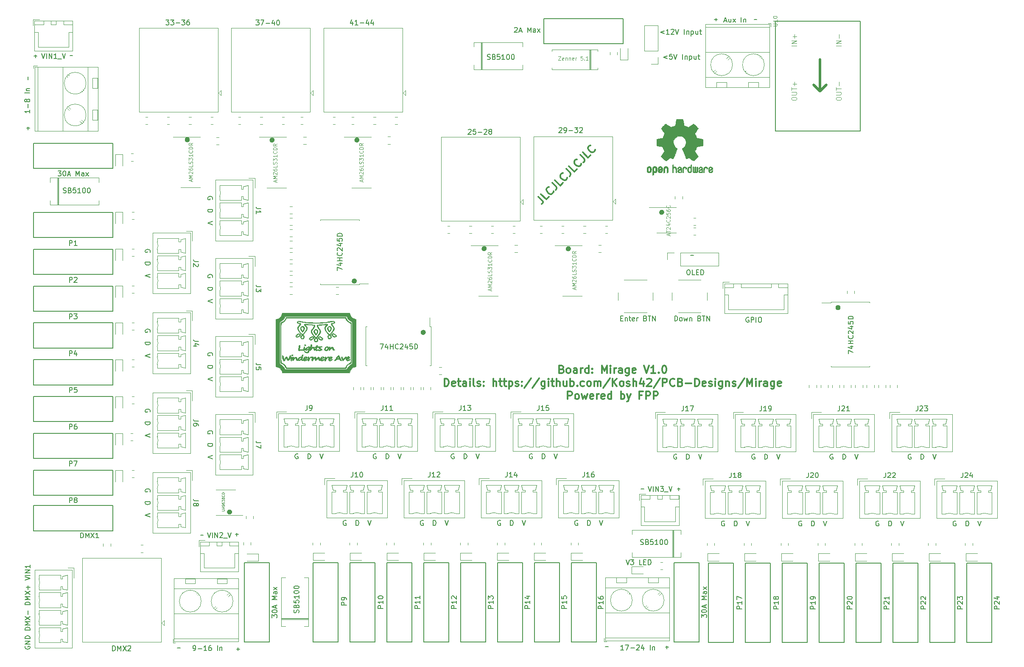
<source format=gbr>
%TF.GenerationSoftware,KiCad,Pcbnew,(5.1.9)-1*%
%TF.CreationDate,2021-05-01T22:48:59+01:00*%
%TF.ProjectId,Mirage,4d697261-6765-42e6-9b69-6361645f7063,rev?*%
%TF.SameCoordinates,Original*%
%TF.FileFunction,Legend,Top*%
%TF.FilePolarity,Positive*%
%FSLAX46Y46*%
G04 Gerber Fmt 4.6, Leading zero omitted, Abs format (unit mm)*
G04 Created by KiCad (PCBNEW (5.1.9)-1) date 2021-05-01 22:48:59*
%MOMM*%
%LPD*%
G01*
G04 APERTURE LIST*
%ADD10C,1.000000*%
%ADD11C,0.150000*%
%ADD12C,0.187500*%
%ADD13C,0.304800*%
%ADD14C,0.010000*%
%ADD15C,0.120000*%
%ADD16C,0.127000*%
%ADD17C,0.500000*%
%ADD18C,0.152400*%
%ADD19C,0.015000*%
%ADD20C,0.100000*%
%ADD21C,0.075000*%
G04 APERTURE END LIST*
D10*
X136960000Y-90910000D02*
G75*
G03*
X136960000Y-90910000I-10000J0D01*
G01*
D11*
X185058095Y-30695714D02*
X184296190Y-30981428D01*
X185058095Y-31267142D01*
X186058095Y-31362380D02*
X185486666Y-31362380D01*
X185772380Y-31362380D02*
X185772380Y-30362380D01*
X185677142Y-30505238D01*
X185581904Y-30600476D01*
X185486666Y-30648095D01*
X186439047Y-30457619D02*
X186486666Y-30410000D01*
X186581904Y-30362380D01*
X186820000Y-30362380D01*
X186915238Y-30410000D01*
X186962857Y-30457619D01*
X187010476Y-30552857D01*
X187010476Y-30648095D01*
X186962857Y-30790952D01*
X186391428Y-31362380D01*
X187010476Y-31362380D01*
X187296190Y-30362380D02*
X187629523Y-31362380D01*
X187962857Y-30362380D01*
X189058095Y-31362380D02*
X189058095Y-30362380D01*
X189534285Y-30695714D02*
X189534285Y-31362380D01*
X189534285Y-30790952D02*
X189581904Y-30743333D01*
X189677142Y-30695714D01*
X189820000Y-30695714D01*
X189915238Y-30743333D01*
X189962857Y-30838571D01*
X189962857Y-31362380D01*
X190439047Y-30695714D02*
X190439047Y-31695714D01*
X190439047Y-30743333D02*
X190534285Y-30695714D01*
X190724761Y-30695714D01*
X190820000Y-30743333D01*
X190867619Y-30790952D01*
X190915238Y-30886190D01*
X190915238Y-31171904D01*
X190867619Y-31267142D01*
X190820000Y-31314761D01*
X190724761Y-31362380D01*
X190534285Y-31362380D01*
X190439047Y-31314761D01*
X191772380Y-30695714D02*
X191772380Y-31362380D01*
X191343809Y-30695714D02*
X191343809Y-31219523D01*
X191391428Y-31314761D01*
X191486666Y-31362380D01*
X191629523Y-31362380D01*
X191724761Y-31314761D01*
X191772380Y-31267142D01*
X192105714Y-30695714D02*
X192486666Y-30695714D01*
X192248571Y-30362380D02*
X192248571Y-31219523D01*
X192296190Y-31314761D01*
X192391428Y-31362380D01*
X192486666Y-31362380D01*
X185664285Y-35685714D02*
X184902380Y-35971428D01*
X185664285Y-36257142D01*
X186616666Y-35352380D02*
X186140476Y-35352380D01*
X186092857Y-35828571D01*
X186140476Y-35780952D01*
X186235714Y-35733333D01*
X186473809Y-35733333D01*
X186569047Y-35780952D01*
X186616666Y-35828571D01*
X186664285Y-35923809D01*
X186664285Y-36161904D01*
X186616666Y-36257142D01*
X186569047Y-36304761D01*
X186473809Y-36352380D01*
X186235714Y-36352380D01*
X186140476Y-36304761D01*
X186092857Y-36257142D01*
X186950000Y-35352380D02*
X187283333Y-36352380D01*
X187616666Y-35352380D01*
X188711904Y-36352380D02*
X188711904Y-35352380D01*
X189188095Y-35685714D02*
X189188095Y-36352380D01*
X189188095Y-35780952D02*
X189235714Y-35733333D01*
X189330952Y-35685714D01*
X189473809Y-35685714D01*
X189569047Y-35733333D01*
X189616666Y-35828571D01*
X189616666Y-36352380D01*
X190092857Y-35685714D02*
X190092857Y-36685714D01*
X190092857Y-35733333D02*
X190188095Y-35685714D01*
X190378571Y-35685714D01*
X190473809Y-35733333D01*
X190521428Y-35780952D01*
X190569047Y-35876190D01*
X190569047Y-36161904D01*
X190521428Y-36257142D01*
X190473809Y-36304761D01*
X190378571Y-36352380D01*
X190188095Y-36352380D01*
X190092857Y-36304761D01*
X191426190Y-35685714D02*
X191426190Y-36352380D01*
X190997619Y-35685714D02*
X190997619Y-36209523D01*
X191045238Y-36304761D01*
X191140476Y-36352380D01*
X191283333Y-36352380D01*
X191378571Y-36304761D01*
X191426190Y-36257142D01*
X191759523Y-35685714D02*
X192140476Y-35685714D01*
X191902380Y-35352380D02*
X191902380Y-36209523D01*
X191950000Y-36304761D01*
X192045238Y-36352380D01*
X192140476Y-36352380D01*
D12*
X202984285Y-28433571D02*
X203555714Y-28433571D01*
X195074285Y-28433571D02*
X195645714Y-28433571D01*
X195360000Y-28719285D02*
X195360000Y-28147857D01*
D10*
X184560000Y-66920000D02*
G75*
G03*
X184560000Y-66920000I-10000J0D01*
G01*
D12*
X59845714Y-35736428D02*
X59274285Y-35736428D01*
X59560000Y-35450714D02*
X59560000Y-36022142D01*
X58375714Y-50126428D02*
X57804285Y-50126428D01*
X58090000Y-49840714D02*
X58090000Y-50412142D01*
X100035714Y-131256428D02*
X99464285Y-131256428D01*
X99750000Y-130970714D02*
X99750000Y-131542142D01*
X100275714Y-154146428D02*
X99704285Y-154146428D01*
X99990000Y-153860714D02*
X99990000Y-154432142D01*
X188235714Y-122176428D02*
X187664285Y-122176428D01*
X187950000Y-121890714D02*
X187950000Y-122462142D01*
X185875714Y-153756428D02*
X185304285Y-153756428D01*
X185590000Y-153470714D02*
X185590000Y-154042142D01*
X180995714Y-122136428D02*
X180424285Y-122136428D01*
X93075714Y-131406428D02*
X92504285Y-131406428D01*
X58026428Y-39884285D02*
X58026428Y-40455714D01*
X173885714Y-153656428D02*
X173314285Y-153656428D01*
X88425714Y-153896428D02*
X87854285Y-153896428D01*
X66995714Y-35646428D02*
X66424285Y-35646428D01*
X190925714Y-75536428D02*
X190354285Y-75536428D01*
D11*
X57472380Y-140391429D02*
X58472380Y-140058096D01*
X57472380Y-139724762D01*
X58472380Y-139391429D02*
X57472380Y-139391429D01*
X58472380Y-138915239D02*
X57472380Y-138915239D01*
X58472380Y-138343810D01*
X57472380Y-138343810D01*
X58472380Y-137343810D02*
X58472380Y-137915239D01*
X58472380Y-137629524D02*
X57472380Y-137629524D01*
X57615238Y-137724762D01*
X57710476Y-137820001D01*
X57758095Y-137915239D01*
X58472380Y-145296190D02*
X57472380Y-145296190D01*
X57472380Y-145058095D01*
X57520000Y-144915238D01*
X57615238Y-144819999D01*
X57710476Y-144772380D01*
X57900952Y-144724761D01*
X58043809Y-144724761D01*
X58234285Y-144772380D01*
X58329523Y-144819999D01*
X58424761Y-144915238D01*
X58472380Y-145058095D01*
X58472380Y-145296190D01*
X58472380Y-144296190D02*
X57472380Y-144296190D01*
X58186666Y-143962857D01*
X57472380Y-143629523D01*
X58472380Y-143629523D01*
X57472380Y-143248571D02*
X58472380Y-142581904D01*
X57472380Y-142581904D02*
X58472380Y-143248571D01*
X58091428Y-142200952D02*
X58091428Y-141439047D01*
X58472380Y-141819999D02*
X57710476Y-141819999D01*
X58472380Y-150343808D02*
X57472380Y-150343808D01*
X57472380Y-150105713D01*
X57520000Y-149962856D01*
X57615238Y-149867617D01*
X57710476Y-149819998D01*
X57900952Y-149772379D01*
X58043809Y-149772379D01*
X58234285Y-149819998D01*
X58329523Y-149867617D01*
X58424761Y-149962856D01*
X58472380Y-150105713D01*
X58472380Y-150343808D01*
X58472380Y-149343808D02*
X57472380Y-149343808D01*
X58186666Y-149010475D01*
X57472380Y-148677141D01*
X58472380Y-148677141D01*
X57472380Y-148296189D02*
X58472380Y-147629522D01*
X57472380Y-147629522D02*
X58472380Y-148296189D01*
X58091428Y-147248570D02*
X58091428Y-146486665D01*
X57520000Y-153581904D02*
X57472380Y-153677142D01*
X57472380Y-153820000D01*
X57520000Y-153962857D01*
X57615238Y-154058095D01*
X57710476Y-154105714D01*
X57900952Y-154153333D01*
X58043809Y-154153333D01*
X58234285Y-154105714D01*
X58329523Y-154058095D01*
X58424761Y-153962857D01*
X58472380Y-153820000D01*
X58472380Y-153724761D01*
X58424761Y-153581904D01*
X58377142Y-153534285D01*
X58043809Y-153534285D01*
X58043809Y-153724761D01*
X58472380Y-153105714D02*
X57472380Y-153105714D01*
X58472380Y-152534285D01*
X57472380Y-152534285D01*
X58472380Y-152058095D02*
X57472380Y-152058095D01*
X57472380Y-151820000D01*
X57520000Y-151677142D01*
X57615238Y-151581904D01*
X57710476Y-151534285D01*
X57900952Y-151486666D01*
X58043809Y-151486666D01*
X58234285Y-151534285D01*
X58329523Y-151581904D01*
X58424761Y-151677142D01*
X58472380Y-151820000D01*
X58472380Y-152058095D01*
D13*
X164600000Y-98250342D02*
X164817714Y-98322914D01*
X164890285Y-98395485D01*
X164962857Y-98540628D01*
X164962857Y-98758342D01*
X164890285Y-98903485D01*
X164817714Y-98976057D01*
X164672571Y-99048628D01*
X164092000Y-99048628D01*
X164092000Y-97524628D01*
X164600000Y-97524628D01*
X164745142Y-97597200D01*
X164817714Y-97669771D01*
X164890285Y-97814914D01*
X164890285Y-97960057D01*
X164817714Y-98105200D01*
X164745142Y-98177771D01*
X164600000Y-98250342D01*
X164092000Y-98250342D01*
X165833714Y-99048628D02*
X165688571Y-98976057D01*
X165616000Y-98903485D01*
X165543428Y-98758342D01*
X165543428Y-98322914D01*
X165616000Y-98177771D01*
X165688571Y-98105200D01*
X165833714Y-98032628D01*
X166051428Y-98032628D01*
X166196571Y-98105200D01*
X166269142Y-98177771D01*
X166341714Y-98322914D01*
X166341714Y-98758342D01*
X166269142Y-98903485D01*
X166196571Y-98976057D01*
X166051428Y-99048628D01*
X165833714Y-99048628D01*
X167648000Y-99048628D02*
X167648000Y-98250342D01*
X167575428Y-98105200D01*
X167430285Y-98032628D01*
X167140000Y-98032628D01*
X166994857Y-98105200D01*
X167648000Y-98976057D02*
X167502857Y-99048628D01*
X167140000Y-99048628D01*
X166994857Y-98976057D01*
X166922285Y-98830914D01*
X166922285Y-98685771D01*
X166994857Y-98540628D01*
X167140000Y-98468057D01*
X167502857Y-98468057D01*
X167648000Y-98395485D01*
X168373714Y-99048628D02*
X168373714Y-98032628D01*
X168373714Y-98322914D02*
X168446285Y-98177771D01*
X168518857Y-98105200D01*
X168664000Y-98032628D01*
X168809142Y-98032628D01*
X169970285Y-99048628D02*
X169970285Y-97524628D01*
X169970285Y-98976057D02*
X169825142Y-99048628D01*
X169534857Y-99048628D01*
X169389714Y-98976057D01*
X169317142Y-98903485D01*
X169244571Y-98758342D01*
X169244571Y-98322914D01*
X169317142Y-98177771D01*
X169389714Y-98105200D01*
X169534857Y-98032628D01*
X169825142Y-98032628D01*
X169970285Y-98105200D01*
X170696000Y-98903485D02*
X170768571Y-98976057D01*
X170696000Y-99048628D01*
X170623428Y-98976057D01*
X170696000Y-98903485D01*
X170696000Y-99048628D01*
X170696000Y-98105200D02*
X170768571Y-98177771D01*
X170696000Y-98250342D01*
X170623428Y-98177771D01*
X170696000Y-98105200D01*
X170696000Y-98250342D01*
X172582857Y-99048628D02*
X172582857Y-97524628D01*
X173090857Y-98613200D01*
X173598857Y-97524628D01*
X173598857Y-99048628D01*
X174324571Y-99048628D02*
X174324571Y-98032628D01*
X174324571Y-97524628D02*
X174252000Y-97597200D01*
X174324571Y-97669771D01*
X174397142Y-97597200D01*
X174324571Y-97524628D01*
X174324571Y-97669771D01*
X175050285Y-99048628D02*
X175050285Y-98032628D01*
X175050285Y-98322914D02*
X175122857Y-98177771D01*
X175195428Y-98105200D01*
X175340571Y-98032628D01*
X175485714Y-98032628D01*
X176646857Y-99048628D02*
X176646857Y-98250342D01*
X176574285Y-98105200D01*
X176429142Y-98032628D01*
X176138857Y-98032628D01*
X175993714Y-98105200D01*
X176646857Y-98976057D02*
X176501714Y-99048628D01*
X176138857Y-99048628D01*
X175993714Y-98976057D01*
X175921142Y-98830914D01*
X175921142Y-98685771D01*
X175993714Y-98540628D01*
X176138857Y-98468057D01*
X176501714Y-98468057D01*
X176646857Y-98395485D01*
X178025714Y-98032628D02*
X178025714Y-99266342D01*
X177953142Y-99411485D01*
X177880571Y-99484057D01*
X177735428Y-99556628D01*
X177517714Y-99556628D01*
X177372571Y-99484057D01*
X178025714Y-98976057D02*
X177880571Y-99048628D01*
X177590285Y-99048628D01*
X177445142Y-98976057D01*
X177372571Y-98903485D01*
X177300000Y-98758342D01*
X177300000Y-98322914D01*
X177372571Y-98177771D01*
X177445142Y-98105200D01*
X177590285Y-98032628D01*
X177880571Y-98032628D01*
X178025714Y-98105200D01*
X179332000Y-98976057D02*
X179186857Y-99048628D01*
X178896571Y-99048628D01*
X178751428Y-98976057D01*
X178678857Y-98830914D01*
X178678857Y-98250342D01*
X178751428Y-98105200D01*
X178896571Y-98032628D01*
X179186857Y-98032628D01*
X179332000Y-98105200D01*
X179404571Y-98250342D01*
X179404571Y-98395485D01*
X178678857Y-98540628D01*
X181001142Y-97524628D02*
X181509142Y-99048628D01*
X182017142Y-97524628D01*
X183323428Y-99048628D02*
X182452571Y-99048628D01*
X182888000Y-99048628D02*
X182888000Y-97524628D01*
X182742857Y-97742342D01*
X182597714Y-97887485D01*
X182452571Y-97960057D01*
X183976571Y-98903485D02*
X184049142Y-98976057D01*
X183976571Y-99048628D01*
X183904000Y-98976057D01*
X183976571Y-98903485D01*
X183976571Y-99048628D01*
X184992571Y-97524628D02*
X185137714Y-97524628D01*
X185282857Y-97597200D01*
X185355428Y-97669771D01*
X185428000Y-97814914D01*
X185500571Y-98105200D01*
X185500571Y-98468057D01*
X185428000Y-98758342D01*
X185355428Y-98903485D01*
X185282857Y-98976057D01*
X185137714Y-99048628D01*
X184992571Y-99048628D01*
X184847428Y-98976057D01*
X184774857Y-98903485D01*
X184702285Y-98758342D01*
X184629714Y-98468057D01*
X184629714Y-98105200D01*
X184702285Y-97814914D01*
X184774857Y-97669771D01*
X184847428Y-97597200D01*
X184992571Y-97524628D01*
X141195714Y-101639428D02*
X141195714Y-100115428D01*
X141558571Y-100115428D01*
X141776285Y-100188000D01*
X141921428Y-100333142D01*
X141994000Y-100478285D01*
X142066571Y-100768571D01*
X142066571Y-100986285D01*
X141994000Y-101276571D01*
X141921428Y-101421714D01*
X141776285Y-101566857D01*
X141558571Y-101639428D01*
X141195714Y-101639428D01*
X143300285Y-101566857D02*
X143155142Y-101639428D01*
X142864857Y-101639428D01*
X142719714Y-101566857D01*
X142647142Y-101421714D01*
X142647142Y-100841142D01*
X142719714Y-100696000D01*
X142864857Y-100623428D01*
X143155142Y-100623428D01*
X143300285Y-100696000D01*
X143372857Y-100841142D01*
X143372857Y-100986285D01*
X142647142Y-101131428D01*
X143808285Y-100623428D02*
X144388857Y-100623428D01*
X144026000Y-100115428D02*
X144026000Y-101421714D01*
X144098571Y-101566857D01*
X144243714Y-101639428D01*
X144388857Y-101639428D01*
X145550000Y-101639428D02*
X145550000Y-100841142D01*
X145477428Y-100696000D01*
X145332285Y-100623428D01*
X145042000Y-100623428D01*
X144896857Y-100696000D01*
X145550000Y-101566857D02*
X145404857Y-101639428D01*
X145042000Y-101639428D01*
X144896857Y-101566857D01*
X144824285Y-101421714D01*
X144824285Y-101276571D01*
X144896857Y-101131428D01*
X145042000Y-101058857D01*
X145404857Y-101058857D01*
X145550000Y-100986285D01*
X146275714Y-101639428D02*
X146275714Y-100623428D01*
X146275714Y-100115428D02*
X146203142Y-100188000D01*
X146275714Y-100260571D01*
X146348285Y-100188000D01*
X146275714Y-100115428D01*
X146275714Y-100260571D01*
X147219142Y-101639428D02*
X147074000Y-101566857D01*
X147001428Y-101421714D01*
X147001428Y-100115428D01*
X147727142Y-101566857D02*
X147872285Y-101639428D01*
X148162571Y-101639428D01*
X148307714Y-101566857D01*
X148380285Y-101421714D01*
X148380285Y-101349142D01*
X148307714Y-101204000D01*
X148162571Y-101131428D01*
X147944857Y-101131428D01*
X147799714Y-101058857D01*
X147727142Y-100913714D01*
X147727142Y-100841142D01*
X147799714Y-100696000D01*
X147944857Y-100623428D01*
X148162571Y-100623428D01*
X148307714Y-100696000D01*
X149033428Y-101494285D02*
X149106000Y-101566857D01*
X149033428Y-101639428D01*
X148960857Y-101566857D01*
X149033428Y-101494285D01*
X149033428Y-101639428D01*
X149033428Y-100696000D02*
X149106000Y-100768571D01*
X149033428Y-100841142D01*
X148960857Y-100768571D01*
X149033428Y-100696000D01*
X149033428Y-100841142D01*
X150920285Y-101639428D02*
X150920285Y-100115428D01*
X151573428Y-101639428D02*
X151573428Y-100841142D01*
X151500857Y-100696000D01*
X151355714Y-100623428D01*
X151138000Y-100623428D01*
X150992857Y-100696000D01*
X150920285Y-100768571D01*
X152081428Y-100623428D02*
X152662000Y-100623428D01*
X152299142Y-100115428D02*
X152299142Y-101421714D01*
X152371714Y-101566857D01*
X152516857Y-101639428D01*
X152662000Y-101639428D01*
X152952285Y-100623428D02*
X153532857Y-100623428D01*
X153170000Y-100115428D02*
X153170000Y-101421714D01*
X153242571Y-101566857D01*
X153387714Y-101639428D01*
X153532857Y-101639428D01*
X154040857Y-100623428D02*
X154040857Y-102147428D01*
X154040857Y-100696000D02*
X154186000Y-100623428D01*
X154476285Y-100623428D01*
X154621428Y-100696000D01*
X154694000Y-100768571D01*
X154766571Y-100913714D01*
X154766571Y-101349142D01*
X154694000Y-101494285D01*
X154621428Y-101566857D01*
X154476285Y-101639428D01*
X154186000Y-101639428D01*
X154040857Y-101566857D01*
X155347142Y-101566857D02*
X155492285Y-101639428D01*
X155782571Y-101639428D01*
X155927714Y-101566857D01*
X156000285Y-101421714D01*
X156000285Y-101349142D01*
X155927714Y-101204000D01*
X155782571Y-101131428D01*
X155564857Y-101131428D01*
X155419714Y-101058857D01*
X155347142Y-100913714D01*
X155347142Y-100841142D01*
X155419714Y-100696000D01*
X155564857Y-100623428D01*
X155782571Y-100623428D01*
X155927714Y-100696000D01*
X156653428Y-101494285D02*
X156726000Y-101566857D01*
X156653428Y-101639428D01*
X156580857Y-101566857D01*
X156653428Y-101494285D01*
X156653428Y-101639428D01*
X156653428Y-100696000D02*
X156726000Y-100768571D01*
X156653428Y-100841142D01*
X156580857Y-100768571D01*
X156653428Y-100696000D01*
X156653428Y-100841142D01*
X158467714Y-100042857D02*
X157161428Y-102002285D01*
X160064285Y-100042857D02*
X158758000Y-102002285D01*
X161225428Y-100623428D02*
X161225428Y-101857142D01*
X161152857Y-102002285D01*
X161080285Y-102074857D01*
X160935142Y-102147428D01*
X160717428Y-102147428D01*
X160572285Y-102074857D01*
X161225428Y-101566857D02*
X161080285Y-101639428D01*
X160790000Y-101639428D01*
X160644857Y-101566857D01*
X160572285Y-101494285D01*
X160499714Y-101349142D01*
X160499714Y-100913714D01*
X160572285Y-100768571D01*
X160644857Y-100696000D01*
X160790000Y-100623428D01*
X161080285Y-100623428D01*
X161225428Y-100696000D01*
X161951142Y-101639428D02*
X161951142Y-100623428D01*
X161951142Y-100115428D02*
X161878571Y-100188000D01*
X161951142Y-100260571D01*
X162023714Y-100188000D01*
X161951142Y-100115428D01*
X161951142Y-100260571D01*
X162459142Y-100623428D02*
X163039714Y-100623428D01*
X162676857Y-100115428D02*
X162676857Y-101421714D01*
X162749428Y-101566857D01*
X162894571Y-101639428D01*
X163039714Y-101639428D01*
X163547714Y-101639428D02*
X163547714Y-100115428D01*
X164200857Y-101639428D02*
X164200857Y-100841142D01*
X164128285Y-100696000D01*
X163983142Y-100623428D01*
X163765428Y-100623428D01*
X163620285Y-100696000D01*
X163547714Y-100768571D01*
X165579714Y-100623428D02*
X165579714Y-101639428D01*
X164926571Y-100623428D02*
X164926571Y-101421714D01*
X164999142Y-101566857D01*
X165144285Y-101639428D01*
X165362000Y-101639428D01*
X165507142Y-101566857D01*
X165579714Y-101494285D01*
X166305428Y-101639428D02*
X166305428Y-100115428D01*
X166305428Y-100696000D02*
X166450571Y-100623428D01*
X166740857Y-100623428D01*
X166886000Y-100696000D01*
X166958571Y-100768571D01*
X167031142Y-100913714D01*
X167031142Y-101349142D01*
X166958571Y-101494285D01*
X166886000Y-101566857D01*
X166740857Y-101639428D01*
X166450571Y-101639428D01*
X166305428Y-101566857D01*
X167684285Y-101494285D02*
X167756857Y-101566857D01*
X167684285Y-101639428D01*
X167611714Y-101566857D01*
X167684285Y-101494285D01*
X167684285Y-101639428D01*
X169063142Y-101566857D02*
X168918000Y-101639428D01*
X168627714Y-101639428D01*
X168482571Y-101566857D01*
X168410000Y-101494285D01*
X168337428Y-101349142D01*
X168337428Y-100913714D01*
X168410000Y-100768571D01*
X168482571Y-100696000D01*
X168627714Y-100623428D01*
X168918000Y-100623428D01*
X169063142Y-100696000D01*
X169934000Y-101639428D02*
X169788857Y-101566857D01*
X169716285Y-101494285D01*
X169643714Y-101349142D01*
X169643714Y-100913714D01*
X169716285Y-100768571D01*
X169788857Y-100696000D01*
X169934000Y-100623428D01*
X170151714Y-100623428D01*
X170296857Y-100696000D01*
X170369428Y-100768571D01*
X170442000Y-100913714D01*
X170442000Y-101349142D01*
X170369428Y-101494285D01*
X170296857Y-101566857D01*
X170151714Y-101639428D01*
X169934000Y-101639428D01*
X171095142Y-101639428D02*
X171095142Y-100623428D01*
X171095142Y-100768571D02*
X171167714Y-100696000D01*
X171312857Y-100623428D01*
X171530571Y-100623428D01*
X171675714Y-100696000D01*
X171748285Y-100841142D01*
X171748285Y-101639428D01*
X171748285Y-100841142D02*
X171820857Y-100696000D01*
X171966000Y-100623428D01*
X172183714Y-100623428D01*
X172328857Y-100696000D01*
X172401428Y-100841142D01*
X172401428Y-101639428D01*
X174215714Y-100042857D02*
X172909428Y-102002285D01*
X174723714Y-101639428D02*
X174723714Y-100115428D01*
X175594571Y-101639428D02*
X174941428Y-100768571D01*
X175594571Y-100115428D02*
X174723714Y-100986285D01*
X176465428Y-101639428D02*
X176320285Y-101566857D01*
X176247714Y-101494285D01*
X176175142Y-101349142D01*
X176175142Y-100913714D01*
X176247714Y-100768571D01*
X176320285Y-100696000D01*
X176465428Y-100623428D01*
X176683142Y-100623428D01*
X176828285Y-100696000D01*
X176900857Y-100768571D01*
X176973428Y-100913714D01*
X176973428Y-101349142D01*
X176900857Y-101494285D01*
X176828285Y-101566857D01*
X176683142Y-101639428D01*
X176465428Y-101639428D01*
X177554000Y-101566857D02*
X177699142Y-101639428D01*
X177989428Y-101639428D01*
X178134571Y-101566857D01*
X178207142Y-101421714D01*
X178207142Y-101349142D01*
X178134571Y-101204000D01*
X177989428Y-101131428D01*
X177771714Y-101131428D01*
X177626571Y-101058857D01*
X177554000Y-100913714D01*
X177554000Y-100841142D01*
X177626571Y-100696000D01*
X177771714Y-100623428D01*
X177989428Y-100623428D01*
X178134571Y-100696000D01*
X178860285Y-101639428D02*
X178860285Y-100115428D01*
X179513428Y-101639428D02*
X179513428Y-100841142D01*
X179440857Y-100696000D01*
X179295714Y-100623428D01*
X179077999Y-100623428D01*
X178932857Y-100696000D01*
X178860285Y-100768571D01*
X180892285Y-100623428D02*
X180892285Y-101639428D01*
X180529428Y-100042857D02*
X180166571Y-101131428D01*
X181109999Y-101131428D01*
X181618000Y-100260571D02*
X181690571Y-100188000D01*
X181835714Y-100115428D01*
X182198571Y-100115428D01*
X182343714Y-100188000D01*
X182416285Y-100260571D01*
X182488857Y-100405714D01*
X182488857Y-100550857D01*
X182416285Y-100768571D01*
X181545428Y-101639428D01*
X182488857Y-101639428D01*
X184230571Y-100042857D02*
X182924285Y-102002285D01*
X184738571Y-101639428D02*
X184738571Y-100115428D01*
X185319142Y-100115428D01*
X185464285Y-100188000D01*
X185536857Y-100260571D01*
X185609428Y-100405714D01*
X185609428Y-100623428D01*
X185536857Y-100768571D01*
X185464285Y-100841142D01*
X185319142Y-100913714D01*
X184738571Y-100913714D01*
X187133428Y-101494285D02*
X187060857Y-101566857D01*
X186843142Y-101639428D01*
X186698000Y-101639428D01*
X186480285Y-101566857D01*
X186335142Y-101421714D01*
X186262571Y-101276571D01*
X186190000Y-100986285D01*
X186190000Y-100768571D01*
X186262571Y-100478285D01*
X186335142Y-100333142D01*
X186480285Y-100188000D01*
X186698000Y-100115428D01*
X186843142Y-100115428D01*
X187060857Y-100188000D01*
X187133428Y-100260571D01*
X188294571Y-100841142D02*
X188512285Y-100913714D01*
X188584857Y-100986285D01*
X188657428Y-101131428D01*
X188657428Y-101349142D01*
X188584857Y-101494285D01*
X188512285Y-101566857D01*
X188367142Y-101639428D01*
X187786571Y-101639428D01*
X187786571Y-100115428D01*
X188294571Y-100115428D01*
X188439714Y-100188000D01*
X188512285Y-100260571D01*
X188584857Y-100405714D01*
X188584857Y-100550857D01*
X188512285Y-100696000D01*
X188439714Y-100768571D01*
X188294571Y-100841142D01*
X187786571Y-100841142D01*
X189310571Y-101058857D02*
X190471714Y-101058857D01*
X191197428Y-101639428D02*
X191197428Y-100115428D01*
X191560285Y-100115428D01*
X191778000Y-100188000D01*
X191923142Y-100333142D01*
X191995714Y-100478285D01*
X192068285Y-100768571D01*
X192068285Y-100986285D01*
X191995714Y-101276571D01*
X191923142Y-101421714D01*
X191778000Y-101566857D01*
X191560285Y-101639428D01*
X191197428Y-101639428D01*
X193302000Y-101566857D02*
X193156857Y-101639428D01*
X192866571Y-101639428D01*
X192721428Y-101566857D01*
X192648857Y-101421714D01*
X192648857Y-100841142D01*
X192721428Y-100696000D01*
X192866571Y-100623428D01*
X193156857Y-100623428D01*
X193302000Y-100696000D01*
X193374571Y-100841142D01*
X193374571Y-100986285D01*
X192648857Y-101131428D01*
X193955142Y-101566857D02*
X194100285Y-101639428D01*
X194390571Y-101639428D01*
X194535714Y-101566857D01*
X194608285Y-101421714D01*
X194608285Y-101349142D01*
X194535714Y-101204000D01*
X194390571Y-101131428D01*
X194172857Y-101131428D01*
X194027714Y-101058857D01*
X193955142Y-100913714D01*
X193955142Y-100841142D01*
X194027714Y-100696000D01*
X194172857Y-100623428D01*
X194390571Y-100623428D01*
X194535714Y-100696000D01*
X195261428Y-101639428D02*
X195261428Y-100623428D01*
X195261428Y-100115428D02*
X195188857Y-100188000D01*
X195261428Y-100260571D01*
X195334000Y-100188000D01*
X195261428Y-100115428D01*
X195261428Y-100260571D01*
X196640285Y-100623428D02*
X196640285Y-101857142D01*
X196567714Y-102002285D01*
X196495142Y-102074857D01*
X196349999Y-102147428D01*
X196132285Y-102147428D01*
X195987142Y-102074857D01*
X196640285Y-101566857D02*
X196495142Y-101639428D01*
X196204857Y-101639428D01*
X196059714Y-101566857D01*
X195987142Y-101494285D01*
X195914571Y-101349142D01*
X195914571Y-100913714D01*
X195987142Y-100768571D01*
X196059714Y-100696000D01*
X196204857Y-100623428D01*
X196495142Y-100623428D01*
X196640285Y-100696000D01*
X197365999Y-100623428D02*
X197365999Y-101639428D01*
X197365999Y-100768571D02*
X197438571Y-100696000D01*
X197583714Y-100623428D01*
X197801428Y-100623428D01*
X197946571Y-100696000D01*
X198019142Y-100841142D01*
X198019142Y-101639428D01*
X198672285Y-101566857D02*
X198817428Y-101639428D01*
X199107714Y-101639428D01*
X199252857Y-101566857D01*
X199325428Y-101421714D01*
X199325428Y-101349142D01*
X199252857Y-101204000D01*
X199107714Y-101131428D01*
X198889999Y-101131428D01*
X198744857Y-101058857D01*
X198672285Y-100913714D01*
X198672285Y-100841142D01*
X198744857Y-100696000D01*
X198889999Y-100623428D01*
X199107714Y-100623428D01*
X199252857Y-100696000D01*
X201067142Y-100042857D02*
X199760857Y-102002285D01*
X201575142Y-101639428D02*
X201575142Y-100115428D01*
X202083142Y-101204000D01*
X202591142Y-100115428D01*
X202591142Y-101639428D01*
X203316857Y-101639428D02*
X203316857Y-100623428D01*
X203316857Y-100115428D02*
X203244285Y-100188000D01*
X203316857Y-100260571D01*
X203389428Y-100188000D01*
X203316857Y-100115428D01*
X203316857Y-100260571D01*
X204042571Y-101639428D02*
X204042571Y-100623428D01*
X204042571Y-100913714D02*
X204115142Y-100768571D01*
X204187714Y-100696000D01*
X204332857Y-100623428D01*
X204477999Y-100623428D01*
X205639142Y-101639428D02*
X205639142Y-100841142D01*
X205566571Y-100696000D01*
X205421428Y-100623428D01*
X205131142Y-100623428D01*
X204985999Y-100696000D01*
X205639142Y-101566857D02*
X205493999Y-101639428D01*
X205131142Y-101639428D01*
X204985999Y-101566857D01*
X204913428Y-101421714D01*
X204913428Y-101276571D01*
X204985999Y-101131428D01*
X205131142Y-101058857D01*
X205493999Y-101058857D01*
X205639142Y-100986285D01*
X207017999Y-100623428D02*
X207017999Y-101857142D01*
X206945428Y-102002285D01*
X206872857Y-102074857D01*
X206727714Y-102147428D01*
X206509999Y-102147428D01*
X206364857Y-102074857D01*
X207017999Y-101566857D02*
X206872857Y-101639428D01*
X206582571Y-101639428D01*
X206437428Y-101566857D01*
X206364857Y-101494285D01*
X206292285Y-101349142D01*
X206292285Y-100913714D01*
X206364857Y-100768571D01*
X206437428Y-100696000D01*
X206582571Y-100623428D01*
X206872857Y-100623428D01*
X207017999Y-100696000D01*
X208324285Y-101566857D02*
X208179142Y-101639428D01*
X207888857Y-101639428D01*
X207743714Y-101566857D01*
X207671142Y-101421714D01*
X207671142Y-100841142D01*
X207743714Y-100696000D01*
X207888857Y-100623428D01*
X208179142Y-100623428D01*
X208324285Y-100696000D01*
X208396857Y-100841142D01*
X208396857Y-100986285D01*
X207671142Y-101131428D01*
X165797428Y-104230228D02*
X165797428Y-102706228D01*
X166378000Y-102706228D01*
X166523142Y-102778800D01*
X166595714Y-102851371D01*
X166668285Y-102996514D01*
X166668285Y-103214228D01*
X166595714Y-103359371D01*
X166523142Y-103431942D01*
X166378000Y-103504514D01*
X165797428Y-103504514D01*
X167539142Y-104230228D02*
X167394000Y-104157657D01*
X167321428Y-104085085D01*
X167248857Y-103939942D01*
X167248857Y-103504514D01*
X167321428Y-103359371D01*
X167394000Y-103286800D01*
X167539142Y-103214228D01*
X167756857Y-103214228D01*
X167902000Y-103286800D01*
X167974571Y-103359371D01*
X168047142Y-103504514D01*
X168047142Y-103939942D01*
X167974571Y-104085085D01*
X167902000Y-104157657D01*
X167756857Y-104230228D01*
X167539142Y-104230228D01*
X168555142Y-103214228D02*
X168845428Y-104230228D01*
X169135714Y-103504514D01*
X169426000Y-104230228D01*
X169716285Y-103214228D01*
X170877428Y-104157657D02*
X170732285Y-104230228D01*
X170442000Y-104230228D01*
X170296857Y-104157657D01*
X170224285Y-104012514D01*
X170224285Y-103431942D01*
X170296857Y-103286800D01*
X170442000Y-103214228D01*
X170732285Y-103214228D01*
X170877428Y-103286800D01*
X170950000Y-103431942D01*
X170950000Y-103577085D01*
X170224285Y-103722228D01*
X171603142Y-104230228D02*
X171603142Y-103214228D01*
X171603142Y-103504514D02*
X171675714Y-103359371D01*
X171748285Y-103286800D01*
X171893428Y-103214228D01*
X172038571Y-103214228D01*
X173127142Y-104157657D02*
X172982000Y-104230228D01*
X172691714Y-104230228D01*
X172546571Y-104157657D01*
X172474000Y-104012514D01*
X172474000Y-103431942D01*
X172546571Y-103286800D01*
X172691714Y-103214228D01*
X172982000Y-103214228D01*
X173127142Y-103286800D01*
X173199714Y-103431942D01*
X173199714Y-103577085D01*
X172474000Y-103722228D01*
X174506000Y-104230228D02*
X174506000Y-102706228D01*
X174506000Y-104157657D02*
X174360857Y-104230228D01*
X174070571Y-104230228D01*
X173925428Y-104157657D01*
X173852857Y-104085085D01*
X173780285Y-103939942D01*
X173780285Y-103504514D01*
X173852857Y-103359371D01*
X173925428Y-103286800D01*
X174070571Y-103214228D01*
X174360857Y-103214228D01*
X174506000Y-103286800D01*
X176392857Y-104230228D02*
X176392857Y-102706228D01*
X176392857Y-103286800D02*
X176538000Y-103214228D01*
X176828285Y-103214228D01*
X176973428Y-103286800D01*
X177046000Y-103359371D01*
X177118571Y-103504514D01*
X177118571Y-103939942D01*
X177046000Y-104085085D01*
X176973428Y-104157657D01*
X176828285Y-104230228D01*
X176538000Y-104230228D01*
X176392857Y-104157657D01*
X177626571Y-103214228D02*
X177989428Y-104230228D01*
X178352285Y-103214228D02*
X177989428Y-104230228D01*
X177844285Y-104593085D01*
X177771714Y-104665657D01*
X177626571Y-104738228D01*
X180602000Y-103431942D02*
X180094000Y-103431942D01*
X180094000Y-104230228D02*
X180094000Y-102706228D01*
X180819714Y-102706228D01*
X181400285Y-104230228D02*
X181400285Y-102706228D01*
X181980857Y-102706228D01*
X182126000Y-102778800D01*
X182198571Y-102851371D01*
X182271142Y-102996514D01*
X182271142Y-103214228D01*
X182198571Y-103359371D01*
X182126000Y-103431942D01*
X181980857Y-103504514D01*
X181400285Y-103504514D01*
X182924285Y-104230228D02*
X182924285Y-102706228D01*
X183504857Y-102706228D01*
X183650000Y-102778800D01*
X183722571Y-102851371D01*
X183795142Y-102996514D01*
X183795142Y-103214228D01*
X183722571Y-103359371D01*
X183650000Y-103431942D01*
X183504857Y-103504514D01*
X182924285Y-103504514D01*
X159952241Y-63787496D02*
X160721977Y-64557232D01*
X160824608Y-64762495D01*
X160824608Y-64967758D01*
X160721977Y-65173021D01*
X160619345Y-65275653D01*
X162056186Y-63838812D02*
X161543029Y-64351969D01*
X160465398Y-63274339D01*
X162928554Y-62761181D02*
X162928554Y-62863813D01*
X162825923Y-63069076D01*
X162723291Y-63171707D01*
X162518028Y-63274339D01*
X162312765Y-63274339D01*
X162158818Y-63223023D01*
X161902239Y-63069076D01*
X161748292Y-62915128D01*
X161594345Y-62658550D01*
X161543029Y-62504602D01*
X161543029Y-62299339D01*
X161645660Y-62094076D01*
X161748292Y-61991445D01*
X161953555Y-61888813D01*
X162056186Y-61888813D01*
X162723291Y-61016446D02*
X163493027Y-61786182D01*
X163595659Y-61991445D01*
X163595659Y-62196708D01*
X163493027Y-62401971D01*
X163390396Y-62504602D01*
X164827237Y-61067761D02*
X164314079Y-61580919D01*
X163236449Y-60503288D01*
X165699605Y-59990131D02*
X165699605Y-60092762D01*
X165596973Y-60298025D01*
X165494342Y-60400657D01*
X165289079Y-60503288D01*
X165083816Y-60503288D01*
X164929868Y-60451972D01*
X164673290Y-60298025D01*
X164519342Y-60144078D01*
X164365395Y-59887499D01*
X164314079Y-59733552D01*
X164314079Y-59528289D01*
X164416711Y-59323026D01*
X164519342Y-59220394D01*
X164724605Y-59117763D01*
X164827237Y-59117763D01*
X165494342Y-58245395D02*
X166264078Y-59015131D01*
X166366709Y-59220394D01*
X166366709Y-59425657D01*
X166264078Y-59630920D01*
X166161446Y-59733552D01*
X167598287Y-58296711D02*
X167085130Y-58809868D01*
X166007499Y-57732238D01*
X168470655Y-57219080D02*
X168470655Y-57321712D01*
X168368024Y-57526975D01*
X168265392Y-57629606D01*
X168060129Y-57732238D01*
X167854866Y-57732238D01*
X167700919Y-57680922D01*
X167444340Y-57526975D01*
X167290393Y-57373027D01*
X167136446Y-57116449D01*
X167085130Y-56962501D01*
X167085130Y-56757238D01*
X167187761Y-56551975D01*
X167290393Y-56449344D01*
X167495656Y-56346712D01*
X167598287Y-56346712D01*
X168265392Y-55474345D02*
X169035128Y-56244081D01*
X169137760Y-56449344D01*
X169137760Y-56654607D01*
X169035128Y-56859870D01*
X168932497Y-56962501D01*
X170369338Y-55525660D02*
X169856180Y-56038818D01*
X168778550Y-54961187D01*
X171241706Y-54448030D02*
X171241706Y-54550661D01*
X171139074Y-54755924D01*
X171036443Y-54858556D01*
X170831180Y-54961187D01*
X170625917Y-54961187D01*
X170471969Y-54909871D01*
X170215391Y-54755924D01*
X170061443Y-54601977D01*
X169907496Y-54345398D01*
X169856180Y-54191451D01*
X169856180Y-53986188D01*
X169958812Y-53780925D01*
X170061443Y-53678293D01*
X170266706Y-53575662D01*
X170369338Y-53575662D01*
D10*
X98300000Y-126780000D02*
G75*
G03*
X98300000Y-126780000I-10000J0D01*
G01*
X89860000Y-52450000D02*
G75*
G03*
X89860000Y-52450000I-10000J0D01*
G01*
X106780000Y-52510000D02*
G75*
G03*
X106780000Y-52510000I-10000J0D01*
G01*
X123720000Y-52490000D02*
G75*
G03*
X123720000Y-52490000I-10000J0D01*
G01*
X123190000Y-80660000D02*
G75*
G03*
X123190000Y-80660000I-10000J0D01*
G01*
X149110000Y-74190000D02*
G75*
G03*
X149110000Y-74190000I-10000J0D01*
G01*
X165920000Y-74200000D02*
G75*
G03*
X165920000Y-74200000I-10000J0D01*
G01*
X219740000Y-85950000D02*
G75*
G03*
X219740000Y-85950000I-10000J0D01*
G01*
D14*
%TO.C,G\u002A\u002A\u002A*%
G36*
X113162760Y-87018684D02*
G01*
X113931616Y-87019311D01*
X114779118Y-87020339D01*
X115525643Y-87021453D01*
X122242510Y-87032166D01*
X122299603Y-87255257D01*
X122374337Y-87493298D01*
X122469278Y-87678759D01*
X122601674Y-87843673D01*
X122634578Y-87877422D01*
X122839166Y-88046380D01*
X123069934Y-88160439D01*
X123268167Y-88217706D01*
X123479834Y-88266231D01*
X123501366Y-97717971D01*
X123321267Y-97761978D01*
X123040532Y-97858371D01*
X122789437Y-97997658D01*
X122591567Y-98165893D01*
X122545545Y-98220664D01*
X122462656Y-98345291D01*
X122390824Y-98493677D01*
X122321758Y-98685826D01*
X122248073Y-98938416D01*
X122230795Y-98945628D01*
X122180864Y-98952198D01*
X122094974Y-98958150D01*
X121969816Y-98963512D01*
X121802084Y-98968310D01*
X121588469Y-98972569D01*
X121325665Y-98976315D01*
X121010363Y-98979575D01*
X120639256Y-98982375D01*
X120209036Y-98984740D01*
X119716397Y-98986697D01*
X119158030Y-98988272D01*
X118530628Y-98989490D01*
X117830883Y-98990379D01*
X117055488Y-98990963D01*
X116201136Y-98991270D01*
X115529551Y-98991333D01*
X114782655Y-98991158D01*
X114058764Y-98990645D01*
X113362407Y-98989813D01*
X112698112Y-98988681D01*
X112070410Y-98987269D01*
X111483828Y-98985595D01*
X110942896Y-98983678D01*
X110452143Y-98981537D01*
X110016097Y-98979191D01*
X109639289Y-98976659D01*
X109326247Y-98973961D01*
X109081500Y-98971114D01*
X108909577Y-98968139D01*
X108815007Y-98965054D01*
X108797222Y-98963111D01*
X108772813Y-98900719D01*
X108769000Y-98858865D01*
X108742283Y-98709541D01*
X108671538Y-98527348D01*
X108570874Y-98340970D01*
X108454400Y-98179090D01*
X108411928Y-98132944D01*
X108213612Y-97967910D01*
X107985230Y-97847871D01*
X107721250Y-97763623D01*
X107541334Y-97718069D01*
X107541334Y-97149978D01*
X108261000Y-97149978D01*
X108458710Y-97254863D01*
X108722575Y-97430657D01*
X108972310Y-97662158D01*
X109179449Y-97921630D01*
X109235234Y-98011501D01*
X109382834Y-98269148D01*
X121659500Y-98269148D01*
X121807100Y-98011501D01*
X121993220Y-97748833D01*
X122231636Y-97504684D01*
X122493883Y-97306791D01*
X122583623Y-97254863D01*
X122781334Y-97149978D01*
X122781334Y-88852354D01*
X122583623Y-88747469D01*
X122319759Y-88571676D01*
X122070024Y-88340174D01*
X121862885Y-88080702D01*
X121807100Y-87990832D01*
X121659500Y-87733184D01*
X109382688Y-87730666D01*
X109277803Y-87928376D01*
X109102010Y-88192241D01*
X108870508Y-88441976D01*
X108611036Y-88649115D01*
X108521166Y-88704900D01*
X108263518Y-88852500D01*
X108261000Y-97149978D01*
X107541334Y-97149978D01*
X107541334Y-88289246D01*
X107827084Y-88202346D01*
X108085429Y-88107136D01*
X108291433Y-87988397D01*
X108455679Y-87833668D01*
X108588750Y-87630491D01*
X108701232Y-87366407D01*
X108794311Y-87063786D01*
X108811304Y-87056594D01*
X108860386Y-87050097D01*
X108944881Y-87044274D01*
X109068116Y-87039103D01*
X109233416Y-87034564D01*
X109444107Y-87030635D01*
X109703513Y-87027296D01*
X110014962Y-87024526D01*
X110381777Y-87022305D01*
X110807286Y-87020610D01*
X111294813Y-87019421D01*
X111847684Y-87018718D01*
X112469224Y-87018479D01*
X113162760Y-87018684D01*
G37*
X113162760Y-87018684D02*
X113931616Y-87019311D01*
X114779118Y-87020339D01*
X115525643Y-87021453D01*
X122242510Y-87032166D01*
X122299603Y-87255257D01*
X122374337Y-87493298D01*
X122469278Y-87678759D01*
X122601674Y-87843673D01*
X122634578Y-87877422D01*
X122839166Y-88046380D01*
X123069934Y-88160439D01*
X123268167Y-88217706D01*
X123479834Y-88266231D01*
X123501366Y-97717971D01*
X123321267Y-97761978D01*
X123040532Y-97858371D01*
X122789437Y-97997658D01*
X122591567Y-98165893D01*
X122545545Y-98220664D01*
X122462656Y-98345291D01*
X122390824Y-98493677D01*
X122321758Y-98685826D01*
X122248073Y-98938416D01*
X122230795Y-98945628D01*
X122180864Y-98952198D01*
X122094974Y-98958150D01*
X121969816Y-98963512D01*
X121802084Y-98968310D01*
X121588469Y-98972569D01*
X121325665Y-98976315D01*
X121010363Y-98979575D01*
X120639256Y-98982375D01*
X120209036Y-98984740D01*
X119716397Y-98986697D01*
X119158030Y-98988272D01*
X118530628Y-98989490D01*
X117830883Y-98990379D01*
X117055488Y-98990963D01*
X116201136Y-98991270D01*
X115529551Y-98991333D01*
X114782655Y-98991158D01*
X114058764Y-98990645D01*
X113362407Y-98989813D01*
X112698112Y-98988681D01*
X112070410Y-98987269D01*
X111483828Y-98985595D01*
X110942896Y-98983678D01*
X110452143Y-98981537D01*
X110016097Y-98979191D01*
X109639289Y-98976659D01*
X109326247Y-98973961D01*
X109081500Y-98971114D01*
X108909577Y-98968139D01*
X108815007Y-98965054D01*
X108797222Y-98963111D01*
X108772813Y-98900719D01*
X108769000Y-98858865D01*
X108742283Y-98709541D01*
X108671538Y-98527348D01*
X108570874Y-98340970D01*
X108454400Y-98179090D01*
X108411928Y-98132944D01*
X108213612Y-97967910D01*
X107985230Y-97847871D01*
X107721250Y-97763623D01*
X107541334Y-97718069D01*
X107541334Y-97149978D01*
X108261000Y-97149978D01*
X108458710Y-97254863D01*
X108722575Y-97430657D01*
X108972310Y-97662158D01*
X109179449Y-97921630D01*
X109235234Y-98011501D01*
X109382834Y-98269148D01*
X121659500Y-98269148D01*
X121807100Y-98011501D01*
X121993220Y-97748833D01*
X122231636Y-97504684D01*
X122493883Y-97306791D01*
X122583623Y-97254863D01*
X122781334Y-97149978D01*
X122781334Y-88852354D01*
X122583623Y-88747469D01*
X122319759Y-88571676D01*
X122070024Y-88340174D01*
X121862885Y-88080702D01*
X121807100Y-87990832D01*
X121659500Y-87733184D01*
X109382688Y-87730666D01*
X109277803Y-87928376D01*
X109102010Y-88192241D01*
X108870508Y-88441976D01*
X108611036Y-88649115D01*
X108521166Y-88704900D01*
X108263518Y-88852500D01*
X108261000Y-97149978D01*
X107541334Y-97149978D01*
X107541334Y-88289246D01*
X107827084Y-88202346D01*
X108085429Y-88107136D01*
X108291433Y-87988397D01*
X108455679Y-87833668D01*
X108588750Y-87630491D01*
X108701232Y-87366407D01*
X108794311Y-87063786D01*
X108811304Y-87056594D01*
X108860386Y-87050097D01*
X108944881Y-87044274D01*
X109068116Y-87039103D01*
X109233416Y-87034564D01*
X109444107Y-87030635D01*
X109703513Y-87027296D01*
X110014962Y-87024526D01*
X110381777Y-87022305D01*
X110807286Y-87020610D01*
X111294813Y-87019421D01*
X111847684Y-87018718D01*
X112469224Y-87018479D01*
X113162760Y-87018684D01*
G36*
X116370228Y-87857774D02*
G01*
X117138386Y-87858122D01*
X117829402Y-87858746D01*
X118447039Y-87859681D01*
X118995059Y-87860963D01*
X119477226Y-87862627D01*
X119897301Y-87864710D01*
X120259047Y-87867246D01*
X120566227Y-87870272D01*
X120822602Y-87873823D01*
X121031936Y-87877934D01*
X121197991Y-87882642D01*
X121324529Y-87887982D01*
X121415313Y-87893990D01*
X121474106Y-87900701D01*
X121504669Y-87908151D01*
X121511334Y-87914405D01*
X121529309Y-87978909D01*
X121576449Y-88093620D01*
X121642572Y-88233774D01*
X121642982Y-88234594D01*
X121822697Y-88503917D01*
X122061121Y-88721565D01*
X122342999Y-88874229D01*
X122399467Y-88894545D01*
X122612000Y-88965137D01*
X122612000Y-97037195D01*
X122399467Y-97107787D01*
X122111137Y-97246783D01*
X121863402Y-97453256D01*
X121671513Y-97713901D01*
X121642982Y-97767738D01*
X121576780Y-97907966D01*
X121529504Y-98022891D01*
X121511334Y-98087750D01*
X121511334Y-98087928D01*
X121499920Y-98095970D01*
X121463170Y-98103246D01*
X121397323Y-98109791D01*
X121298615Y-98115641D01*
X121163283Y-98120832D01*
X120987566Y-98125399D01*
X120767701Y-98129378D01*
X120499926Y-98132805D01*
X120180477Y-98135714D01*
X119805592Y-98138143D01*
X119371510Y-98140125D01*
X118874467Y-98141698D01*
X118310701Y-98142897D01*
X117676450Y-98143757D01*
X116967950Y-98144314D01*
X116181440Y-98144603D01*
X115521167Y-98144666D01*
X114672105Y-98144558D01*
X113903948Y-98144210D01*
X113212932Y-98143586D01*
X112595295Y-98142651D01*
X112047274Y-98141369D01*
X111565108Y-98139705D01*
X111145033Y-98137623D01*
X110783287Y-98135086D01*
X110476107Y-98132060D01*
X110219732Y-98128510D01*
X110010398Y-98124398D01*
X109844343Y-98119690D01*
X109717805Y-98114350D01*
X109627020Y-98108342D01*
X109568228Y-98101632D01*
X109537665Y-98094182D01*
X109531000Y-98087928D01*
X109513024Y-98023423D01*
X109465884Y-97908712D01*
X109399762Y-97768558D01*
X109399352Y-97767738D01*
X109219636Y-97498415D01*
X108981213Y-97280768D01*
X108699335Y-97128103D01*
X108642867Y-97107787D01*
X108430334Y-97037195D01*
X108430334Y-93001166D01*
X108557333Y-93001166D01*
X108557401Y-93666572D01*
X108557668Y-94252396D01*
X108558229Y-94763725D01*
X108559181Y-95205644D01*
X108560618Y-95583238D01*
X108562636Y-95901594D01*
X108565332Y-96165795D01*
X108568799Y-96380929D01*
X108573134Y-96552081D01*
X108578433Y-96684336D01*
X108584791Y-96782779D01*
X108592303Y-96852496D01*
X108601065Y-96898573D01*
X108611172Y-96926095D01*
X108622721Y-96940148D01*
X108631417Y-96944596D01*
X108947416Y-97089653D01*
X109222683Y-97293129D01*
X109442299Y-97542162D01*
X109558187Y-97743755D01*
X109664207Y-97975333D01*
X121378127Y-97975333D01*
X121484147Y-97743755D01*
X121654123Y-97469752D01*
X121890558Y-97231985D01*
X122178534Y-97043318D01*
X122410917Y-96944596D01*
X122423497Y-96936781D01*
X122434571Y-96918944D01*
X122444234Y-96885999D01*
X122452583Y-96832861D01*
X122459713Y-96754444D01*
X122465719Y-96645663D01*
X122470697Y-96501432D01*
X122474742Y-96316666D01*
X122477950Y-96086279D01*
X122480417Y-95805186D01*
X122482238Y-95468301D01*
X122483508Y-95070538D01*
X122484323Y-94606812D01*
X122484779Y-94072038D01*
X122484971Y-93461130D01*
X122485000Y-93001166D01*
X122484932Y-92335761D01*
X122484666Y-91749936D01*
X122484104Y-91238607D01*
X122483153Y-90796688D01*
X122481716Y-90419094D01*
X122479697Y-90100739D01*
X122477002Y-89836537D01*
X122473535Y-89621403D01*
X122469199Y-89450251D01*
X122463901Y-89317997D01*
X122457543Y-89219554D01*
X122450031Y-89149836D01*
X122441269Y-89103759D01*
X122431161Y-89076237D01*
X122419613Y-89062184D01*
X122410917Y-89057736D01*
X122094918Y-88912680D01*
X121819651Y-88709203D01*
X121600034Y-88460171D01*
X121484147Y-88258577D01*
X121378127Y-88027000D01*
X109664207Y-88027000D01*
X109558187Y-88258577D01*
X109388211Y-88532580D01*
X109151776Y-88770347D01*
X108863799Y-88959014D01*
X108631417Y-89057736D01*
X108618837Y-89065551D01*
X108607763Y-89083388D01*
X108598099Y-89116333D01*
X108589751Y-89169471D01*
X108582621Y-89247888D01*
X108576615Y-89356669D01*
X108571637Y-89500900D01*
X108567592Y-89685666D01*
X108564383Y-89916053D01*
X108561917Y-90197146D01*
X108560096Y-90534032D01*
X108558826Y-90931794D01*
X108558010Y-91395520D01*
X108557554Y-91930294D01*
X108557362Y-92541202D01*
X108557333Y-93001166D01*
X108430334Y-93001166D01*
X108430333Y-88965137D01*
X108642867Y-88894545D01*
X108931196Y-88755550D01*
X109178932Y-88549076D01*
X109370821Y-88288431D01*
X109399352Y-88234594D01*
X109465553Y-88094367D01*
X109512830Y-87979442D01*
X109531000Y-87914582D01*
X109531000Y-87914405D01*
X109542414Y-87906362D01*
X109579163Y-87899086D01*
X109645011Y-87892541D01*
X109743719Y-87886691D01*
X109879050Y-87881500D01*
X110054767Y-87876933D01*
X110274632Y-87872954D01*
X110542408Y-87869528D01*
X110861857Y-87866618D01*
X111236741Y-87864190D01*
X111670824Y-87862207D01*
X112167867Y-87860634D01*
X112731632Y-87859436D01*
X113365884Y-87858576D01*
X114074383Y-87858019D01*
X114860893Y-87857729D01*
X115521167Y-87857666D01*
X116370228Y-87857774D01*
G37*
X116370228Y-87857774D02*
X117138386Y-87858122D01*
X117829402Y-87858746D01*
X118447039Y-87859681D01*
X118995059Y-87860963D01*
X119477226Y-87862627D01*
X119897301Y-87864710D01*
X120259047Y-87867246D01*
X120566227Y-87870272D01*
X120822602Y-87873823D01*
X121031936Y-87877934D01*
X121197991Y-87882642D01*
X121324529Y-87887982D01*
X121415313Y-87893990D01*
X121474106Y-87900701D01*
X121504669Y-87908151D01*
X121511334Y-87914405D01*
X121529309Y-87978909D01*
X121576449Y-88093620D01*
X121642572Y-88233774D01*
X121642982Y-88234594D01*
X121822697Y-88503917D01*
X122061121Y-88721565D01*
X122342999Y-88874229D01*
X122399467Y-88894545D01*
X122612000Y-88965137D01*
X122612000Y-97037195D01*
X122399467Y-97107787D01*
X122111137Y-97246783D01*
X121863402Y-97453256D01*
X121671513Y-97713901D01*
X121642982Y-97767738D01*
X121576780Y-97907966D01*
X121529504Y-98022891D01*
X121511334Y-98087750D01*
X121511334Y-98087928D01*
X121499920Y-98095970D01*
X121463170Y-98103246D01*
X121397323Y-98109791D01*
X121298615Y-98115641D01*
X121163283Y-98120832D01*
X120987566Y-98125399D01*
X120767701Y-98129378D01*
X120499926Y-98132805D01*
X120180477Y-98135714D01*
X119805592Y-98138143D01*
X119371510Y-98140125D01*
X118874467Y-98141698D01*
X118310701Y-98142897D01*
X117676450Y-98143757D01*
X116967950Y-98144314D01*
X116181440Y-98144603D01*
X115521167Y-98144666D01*
X114672105Y-98144558D01*
X113903948Y-98144210D01*
X113212932Y-98143586D01*
X112595295Y-98142651D01*
X112047274Y-98141369D01*
X111565108Y-98139705D01*
X111145033Y-98137623D01*
X110783287Y-98135086D01*
X110476107Y-98132060D01*
X110219732Y-98128510D01*
X110010398Y-98124398D01*
X109844343Y-98119690D01*
X109717805Y-98114350D01*
X109627020Y-98108342D01*
X109568228Y-98101632D01*
X109537665Y-98094182D01*
X109531000Y-98087928D01*
X109513024Y-98023423D01*
X109465884Y-97908712D01*
X109399762Y-97768558D01*
X109399352Y-97767738D01*
X109219636Y-97498415D01*
X108981213Y-97280768D01*
X108699335Y-97128103D01*
X108642867Y-97107787D01*
X108430334Y-97037195D01*
X108430334Y-93001166D01*
X108557333Y-93001166D01*
X108557401Y-93666572D01*
X108557668Y-94252396D01*
X108558229Y-94763725D01*
X108559181Y-95205644D01*
X108560618Y-95583238D01*
X108562636Y-95901594D01*
X108565332Y-96165795D01*
X108568799Y-96380929D01*
X108573134Y-96552081D01*
X108578433Y-96684336D01*
X108584791Y-96782779D01*
X108592303Y-96852496D01*
X108601065Y-96898573D01*
X108611172Y-96926095D01*
X108622721Y-96940148D01*
X108631417Y-96944596D01*
X108947416Y-97089653D01*
X109222683Y-97293129D01*
X109442299Y-97542162D01*
X109558187Y-97743755D01*
X109664207Y-97975333D01*
X121378127Y-97975333D01*
X121484147Y-97743755D01*
X121654123Y-97469752D01*
X121890558Y-97231985D01*
X122178534Y-97043318D01*
X122410917Y-96944596D01*
X122423497Y-96936781D01*
X122434571Y-96918944D01*
X122444234Y-96885999D01*
X122452583Y-96832861D01*
X122459713Y-96754444D01*
X122465719Y-96645663D01*
X122470697Y-96501432D01*
X122474742Y-96316666D01*
X122477950Y-96086279D01*
X122480417Y-95805186D01*
X122482238Y-95468301D01*
X122483508Y-95070538D01*
X122484323Y-94606812D01*
X122484779Y-94072038D01*
X122484971Y-93461130D01*
X122485000Y-93001166D01*
X122484932Y-92335761D01*
X122484666Y-91749936D01*
X122484104Y-91238607D01*
X122483153Y-90796688D01*
X122481716Y-90419094D01*
X122479697Y-90100739D01*
X122477002Y-89836537D01*
X122473535Y-89621403D01*
X122469199Y-89450251D01*
X122463901Y-89317997D01*
X122457543Y-89219554D01*
X122450031Y-89149836D01*
X122441269Y-89103759D01*
X122431161Y-89076237D01*
X122419613Y-89062184D01*
X122410917Y-89057736D01*
X122094918Y-88912680D01*
X121819651Y-88709203D01*
X121600034Y-88460171D01*
X121484147Y-88258577D01*
X121378127Y-88027000D01*
X109664207Y-88027000D01*
X109558187Y-88258577D01*
X109388211Y-88532580D01*
X109151776Y-88770347D01*
X108863799Y-88959014D01*
X108631417Y-89057736D01*
X108618837Y-89065551D01*
X108607763Y-89083388D01*
X108598099Y-89116333D01*
X108589751Y-89169471D01*
X108582621Y-89247888D01*
X108576615Y-89356669D01*
X108571637Y-89500900D01*
X108567592Y-89685666D01*
X108564383Y-89916053D01*
X108561917Y-90197146D01*
X108560096Y-90534032D01*
X108558826Y-90931794D01*
X108558010Y-91395520D01*
X108557554Y-91930294D01*
X108557362Y-92541202D01*
X108557333Y-93001166D01*
X108430334Y-93001166D01*
X108430333Y-88965137D01*
X108642867Y-88894545D01*
X108931196Y-88755550D01*
X109178932Y-88549076D01*
X109370821Y-88288431D01*
X109399352Y-88234594D01*
X109465553Y-88094367D01*
X109512830Y-87979442D01*
X109531000Y-87914582D01*
X109531000Y-87914405D01*
X109542414Y-87906362D01*
X109579163Y-87899086D01*
X109645011Y-87892541D01*
X109743719Y-87886691D01*
X109879050Y-87881500D01*
X110054767Y-87876933D01*
X110274632Y-87872954D01*
X110542408Y-87869528D01*
X110861857Y-87866618D01*
X111236741Y-87864190D01*
X111670824Y-87862207D01*
X112167867Y-87860634D01*
X112731632Y-87859436D01*
X113365884Y-87858576D01*
X114074383Y-87858019D01*
X114860893Y-87857729D01*
X115521167Y-87857666D01*
X116370228Y-87857774D01*
G36*
X110475737Y-95492204D02*
G01*
X110496110Y-95544745D01*
X110485877Y-95655437D01*
X110438600Y-95814353D01*
X110363260Y-95998656D01*
X110268842Y-96185507D01*
X110197800Y-96303166D01*
X110086142Y-96449514D01*
X109989462Y-96515600D01*
X109898634Y-96500860D01*
X109804528Y-96404728D01*
X109723493Y-96273810D01*
X109590034Y-96032788D01*
X109392211Y-96305560D01*
X109259851Y-96470910D01*
X109154649Y-96560218D01*
X109070597Y-96575344D01*
X109001690Y-96518148D01*
X108960550Y-96439209D01*
X108914106Y-96310360D01*
X108864741Y-96145283D01*
X108817628Y-95965581D01*
X108777939Y-95792859D01*
X108750849Y-95648721D01*
X108741530Y-95554771D01*
X108744154Y-95535489D01*
X108799545Y-95483488D01*
X108880165Y-95492779D01*
X108933606Y-95535470D01*
X108963946Y-95602269D01*
X109001988Y-95728439D01*
X109040745Y-95889966D01*
X109050648Y-95937637D01*
X109086025Y-96095259D01*
X109120053Y-96214952D01*
X109146939Y-96277308D01*
X109153425Y-96282000D01*
X109191018Y-96249069D01*
X109260261Y-96161808D01*
X109347663Y-96037515D01*
X109368046Y-96006833D01*
X109475579Y-95858146D01*
X109565604Y-95762626D01*
X109624062Y-95731666D01*
X109690557Y-95772098D01*
X109776443Y-95893787D01*
X109842445Y-96015872D01*
X109985723Y-96300078D01*
X110082779Y-96111122D01*
X110153339Y-95955014D01*
X110222330Y-95773139D01*
X110249520Y-95689333D01*
X110298990Y-95548914D01*
X110346677Y-95476554D01*
X110401353Y-95456500D01*
X110475737Y-95492204D01*
G37*
X110475737Y-95492204D02*
X110496110Y-95544745D01*
X110485877Y-95655437D01*
X110438600Y-95814353D01*
X110363260Y-95998656D01*
X110268842Y-96185507D01*
X110197800Y-96303166D01*
X110086142Y-96449514D01*
X109989462Y-96515600D01*
X109898634Y-96500860D01*
X109804528Y-96404728D01*
X109723493Y-96273810D01*
X109590034Y-96032788D01*
X109392211Y-96305560D01*
X109259851Y-96470910D01*
X109154649Y-96560218D01*
X109070597Y-96575344D01*
X109001690Y-96518148D01*
X108960550Y-96439209D01*
X108914106Y-96310360D01*
X108864741Y-96145283D01*
X108817628Y-95965581D01*
X108777939Y-95792859D01*
X108750849Y-95648721D01*
X108741530Y-95554771D01*
X108744154Y-95535489D01*
X108799545Y-95483488D01*
X108880165Y-95492779D01*
X108933606Y-95535470D01*
X108963946Y-95602269D01*
X109001988Y-95728439D01*
X109040745Y-95889966D01*
X109050648Y-95937637D01*
X109086025Y-96095259D01*
X109120053Y-96214952D01*
X109146939Y-96277308D01*
X109153425Y-96282000D01*
X109191018Y-96249069D01*
X109260261Y-96161808D01*
X109347663Y-96037515D01*
X109368046Y-96006833D01*
X109475579Y-95858146D01*
X109565604Y-95762626D01*
X109624062Y-95731666D01*
X109690557Y-95772098D01*
X109776443Y-95893787D01*
X109842445Y-96015872D01*
X109985723Y-96300078D01*
X110082779Y-96111122D01*
X110153339Y-95955014D01*
X110222330Y-95773139D01*
X110249520Y-95689333D01*
X110298990Y-95548914D01*
X110346677Y-95476554D01*
X110401353Y-95456500D01*
X110475737Y-95492204D01*
G36*
X110742164Y-95787567D02*
G01*
X110778073Y-95837760D01*
X110765539Y-95938808D01*
X110735106Y-96034075D01*
X110696636Y-96177634D01*
X110679816Y-96312449D01*
X110680556Y-96346109D01*
X110670749Y-96474988D01*
X110626247Y-96557642D01*
X110562002Y-96583312D01*
X110492966Y-96541237D01*
X110465996Y-96500510D01*
X110438926Y-96396721D01*
X110441782Y-96341760D01*
X110459214Y-96256552D01*
X110485693Y-96122579D01*
X110506110Y-96017416D01*
X110536699Y-95879465D01*
X110568242Y-95806008D01*
X110612519Y-95777569D01*
X110653336Y-95774000D01*
X110742164Y-95787567D01*
G37*
X110742164Y-95787567D02*
X110778073Y-95837760D01*
X110765539Y-95938808D01*
X110735106Y-96034075D01*
X110696636Y-96177634D01*
X110679816Y-96312449D01*
X110680556Y-96346109D01*
X110670749Y-96474988D01*
X110626247Y-96557642D01*
X110562002Y-96583312D01*
X110492966Y-96541237D01*
X110465996Y-96500510D01*
X110438926Y-96396721D01*
X110441782Y-96341760D01*
X110459214Y-96256552D01*
X110485693Y-96122579D01*
X110506110Y-96017416D01*
X110536699Y-95879465D01*
X110568242Y-95806008D01*
X110612519Y-95777569D01*
X110653336Y-95774000D01*
X110742164Y-95787567D01*
G36*
X112926078Y-95299811D02*
G01*
X112953177Y-95352123D01*
X112948277Y-95439139D01*
X112920323Y-95551997D01*
X112857018Y-95790587D01*
X112809457Y-96002201D01*
X112780555Y-96171325D01*
X112773229Y-96282445D01*
X112777882Y-96309745D01*
X112824556Y-96360787D01*
X112885769Y-96342764D01*
X112945636Y-96265623D01*
X112977376Y-96184808D01*
X113026877Y-96077712D01*
X113256334Y-96077712D01*
X113287017Y-96110562D01*
X113363766Y-96097882D01*
X113458581Y-96046766D01*
X113527229Y-95976481D01*
X113552031Y-95906746D01*
X113527028Y-95863101D01*
X113502479Y-95858666D01*
X113438608Y-95886186D01*
X113355748Y-95950449D01*
X113284735Y-96024015D01*
X113256334Y-96077712D01*
X113026877Y-96077712D01*
X113057408Y-96011659D01*
X113180573Y-95866169D01*
X113329167Y-95759894D01*
X113485486Y-95704392D01*
X113631825Y-95711220D01*
X113675209Y-95729281D01*
X113751900Y-95806545D01*
X113761283Y-95907778D01*
X113711590Y-96018706D01*
X113611052Y-96125054D01*
X113467900Y-96212548D01*
X113376908Y-96246593D01*
X113255793Y-96293459D01*
X113219006Y-96336455D01*
X113266318Y-96376001D01*
X113299819Y-96388199D01*
X113397513Y-96385743D01*
X113538166Y-96339530D01*
X113585569Y-96317766D01*
X113703697Y-96264296D01*
X113789854Y-96233072D01*
X113815854Y-96229415D01*
X113838094Y-96197143D01*
X113861842Y-96104384D01*
X113874126Y-96028273D01*
X113914879Y-95853561D01*
X113979801Y-95758021D01*
X114068018Y-95742809D01*
X114085922Y-95748544D01*
X114130917Y-95788972D01*
X114134714Y-95874608D01*
X114127583Y-95918844D01*
X114100578Y-96062794D01*
X114266557Y-95896815D01*
X114365678Y-95803330D01*
X114445393Y-95755119D01*
X114540704Y-95739079D01*
X114680518Y-95741834D01*
X114928500Y-95752833D01*
X114912674Y-96110617D01*
X115072782Y-95942308D01*
X115217182Y-95818171D01*
X115337719Y-95774089D01*
X115342780Y-95774000D01*
X115435328Y-95789885D01*
X115493242Y-95848978D01*
X115529332Y-95968432D01*
X115540849Y-96039216D01*
X115563500Y-96198600D01*
X115712073Y-95996883D01*
X115816185Y-95871227D01*
X115906202Y-95805022D01*
X115995010Y-95782110D01*
X116093080Y-95787015D01*
X116159496Y-95834164D01*
X116205264Y-95937941D01*
X116239601Y-96101861D01*
X116267834Y-96220438D01*
X116300914Y-96293295D01*
X116329912Y-96309628D01*
X116345898Y-96258634D01*
X116346825Y-96231581D01*
X116375420Y-96098119D01*
X116618370Y-96098119D01*
X116656159Y-96111110D01*
X116754512Y-96077262D01*
X116814436Y-96048079D01*
X116900210Y-95986574D01*
X116939124Y-95924806D01*
X116939334Y-95921079D01*
X116914339Y-95864223D01*
X116849664Y-95865411D01*
X116760774Y-95918442D01*
X116663134Y-96017114D01*
X116646322Y-96038583D01*
X116618370Y-96098119D01*
X116375420Y-96098119D01*
X116379266Y-96080171D01*
X116464918Y-95941173D01*
X116587023Y-95824977D01*
X116728822Y-95741971D01*
X116873557Y-95702544D01*
X117004470Y-95717083D01*
X117086588Y-95772991D01*
X117140766Y-95845894D01*
X117139495Y-95910545D01*
X117106368Y-95977976D01*
X117032708Y-96061606D01*
X116913257Y-96151245D01*
X116832606Y-96197333D01*
X116713723Y-96257371D01*
X116629332Y-96300633D01*
X116603489Y-96314455D01*
X116612072Y-96348515D01*
X116634761Y-96375360D01*
X116685597Y-96396875D01*
X116773426Y-96382253D01*
X116907923Y-96332321D01*
X117054638Y-96273386D01*
X117140183Y-96246809D01*
X117180835Y-96250733D01*
X117192869Y-96283297D01*
X117193334Y-96299713D01*
X117156635Y-96364586D01*
X117062526Y-96438386D01*
X116934988Y-96506721D01*
X116798003Y-96555197D01*
X116751389Y-96564952D01*
X116582749Y-96559172D01*
X116495222Y-96518980D01*
X116393446Y-96473741D01*
X116306969Y-96492256D01*
X116213146Y-96517394D01*
X116162192Y-96511287D01*
X116101544Y-96451289D01*
X116047849Y-96338162D01*
X116013781Y-96203248D01*
X116008000Y-96130014D01*
X115995418Y-96039197D01*
X115955830Y-96021564D01*
X115886476Y-96078284D01*
X115784594Y-96210523D01*
X115770942Y-96230224D01*
X115676797Y-96354025D01*
X115589853Y-96446010D01*
X115529359Y-96486068D01*
X115424035Y-96471877D01*
X115356618Y-96385284D01*
X115330821Y-96231341D01*
X115330667Y-96215814D01*
X115322674Y-96098616D01*
X115302602Y-96021720D01*
X115292988Y-96009709D01*
X115249788Y-96028069D01*
X115177148Y-96099685D01*
X115113071Y-96179602D01*
X114982640Y-96355524D01*
X114891632Y-96472285D01*
X114829679Y-96539200D01*
X114786413Y-96565586D01*
X114751466Y-96560758D01*
X114716631Y-96535832D01*
X114674982Y-96484204D01*
X114658894Y-96405289D01*
X114664462Y-96274281D01*
X114668687Y-96231373D01*
X114679870Y-96090749D01*
X114672638Y-96009531D01*
X114641763Y-95963488D01*
X114605931Y-95940620D01*
X114538130Y-95919324D01*
X114470724Y-95945068D01*
X114389557Y-96013622D01*
X114297631Y-96123369D01*
X114204681Y-96270599D01*
X114161564Y-96356083D01*
X114080076Y-96504599D01*
X114005985Y-96569274D01*
X113938057Y-96550495D01*
X113875058Y-96448647D01*
X113873930Y-96445980D01*
X113826436Y-96361699D01*
X113789566Y-96360700D01*
X113786084Y-96365722D01*
X113722638Y-96419785D01*
X113609489Y-96481865D01*
X113478559Y-96537486D01*
X113361768Y-96572175D01*
X113319834Y-96577142D01*
X113220675Y-96558297D01*
X113120052Y-96517758D01*
X113002930Y-96480001D01*
X112882878Y-96503777D01*
X112741415Y-96528925D01*
X112638420Y-96489203D01*
X112591210Y-96408786D01*
X112569176Y-96345583D01*
X112535947Y-96332786D01*
X112472054Y-96372592D01*
X112401947Y-96430166D01*
X112295858Y-96491331D01*
X112165845Y-96529766D01*
X112040802Y-96541177D01*
X111949621Y-96521269D01*
X111927196Y-96500724D01*
X111874139Y-96480753D01*
X111784706Y-96483163D01*
X111681566Y-96480305D01*
X111610579Y-96426978D01*
X111560374Y-96310211D01*
X111534121Y-96197333D01*
X111496204Y-96068777D01*
X111448956Y-96009412D01*
X111436513Y-96006833D01*
X111382672Y-96037899D01*
X111295141Y-96120084D01*
X111191154Y-96236866D01*
X111171577Y-96260833D01*
X111064696Y-96382459D01*
X110968767Y-96472328D01*
X110901947Y-96513794D01*
X110894558Y-96514833D01*
X110857784Y-96504753D01*
X110837786Y-96463151D01*
X110831451Y-96372980D01*
X110835665Y-96217194D01*
X110836547Y-96197333D01*
X110857436Y-95981203D01*
X110897942Y-95844293D01*
X110959735Y-95783079D01*
X111030551Y-95788049D01*
X111081415Y-95846043D01*
X111097334Y-95924601D01*
X111097334Y-96035526D01*
X111227582Y-95925929D01*
X111371278Y-95841439D01*
X111512950Y-95820707D01*
X111631270Y-95865496D01*
X111657664Y-95890416D01*
X111705949Y-95978579D01*
X111745296Y-96106514D01*
X111752612Y-96144416D01*
X111783972Y-96269557D01*
X111821389Y-96319539D01*
X111859344Y-96290995D01*
X111860499Y-96287709D01*
X112113334Y-96287709D01*
X112138600Y-96354933D01*
X112206270Y-96360977D01*
X112304152Y-96309369D01*
X112420053Y-96203639D01*
X112425907Y-96197211D01*
X112527185Y-96077819D01*
X112570700Y-96001727D01*
X112560953Y-95954868D01*
X112512433Y-95926847D01*
X112416832Y-95930599D01*
X112307053Y-95990710D01*
X112205310Y-96087096D01*
X112133818Y-96199670D01*
X112113334Y-96287709D01*
X111860499Y-96287709D01*
X111882916Y-96223944D01*
X111926998Y-96137765D01*
X112012204Y-96027114D01*
X112074276Y-95961301D01*
X112204241Y-95852446D01*
X112330699Y-95795701D01*
X112439726Y-95775940D01*
X112561860Y-95757164D01*
X112628503Y-95721765D01*
X112668501Y-95645651D01*
X112693587Y-95563931D01*
X112755435Y-95398088D01*
X112822928Y-95300754D01*
X112890630Y-95278104D01*
X112926078Y-95299811D01*
G37*
X112926078Y-95299811D02*
X112953177Y-95352123D01*
X112948277Y-95439139D01*
X112920323Y-95551997D01*
X112857018Y-95790587D01*
X112809457Y-96002201D01*
X112780555Y-96171325D01*
X112773229Y-96282445D01*
X112777882Y-96309745D01*
X112824556Y-96360787D01*
X112885769Y-96342764D01*
X112945636Y-96265623D01*
X112977376Y-96184808D01*
X113026877Y-96077712D01*
X113256334Y-96077712D01*
X113287017Y-96110562D01*
X113363766Y-96097882D01*
X113458581Y-96046766D01*
X113527229Y-95976481D01*
X113552031Y-95906746D01*
X113527028Y-95863101D01*
X113502479Y-95858666D01*
X113438608Y-95886186D01*
X113355748Y-95950449D01*
X113284735Y-96024015D01*
X113256334Y-96077712D01*
X113026877Y-96077712D01*
X113057408Y-96011659D01*
X113180573Y-95866169D01*
X113329167Y-95759894D01*
X113485486Y-95704392D01*
X113631825Y-95711220D01*
X113675209Y-95729281D01*
X113751900Y-95806545D01*
X113761283Y-95907778D01*
X113711590Y-96018706D01*
X113611052Y-96125054D01*
X113467900Y-96212548D01*
X113376908Y-96246593D01*
X113255793Y-96293459D01*
X113219006Y-96336455D01*
X113266318Y-96376001D01*
X113299819Y-96388199D01*
X113397513Y-96385743D01*
X113538166Y-96339530D01*
X113585569Y-96317766D01*
X113703697Y-96264296D01*
X113789854Y-96233072D01*
X113815854Y-96229415D01*
X113838094Y-96197143D01*
X113861842Y-96104384D01*
X113874126Y-96028273D01*
X113914879Y-95853561D01*
X113979801Y-95758021D01*
X114068018Y-95742809D01*
X114085922Y-95748544D01*
X114130917Y-95788972D01*
X114134714Y-95874608D01*
X114127583Y-95918844D01*
X114100578Y-96062794D01*
X114266557Y-95896815D01*
X114365678Y-95803330D01*
X114445393Y-95755119D01*
X114540704Y-95739079D01*
X114680518Y-95741834D01*
X114928500Y-95752833D01*
X114912674Y-96110617D01*
X115072782Y-95942308D01*
X115217182Y-95818171D01*
X115337719Y-95774089D01*
X115342780Y-95774000D01*
X115435328Y-95789885D01*
X115493242Y-95848978D01*
X115529332Y-95968432D01*
X115540849Y-96039216D01*
X115563500Y-96198600D01*
X115712073Y-95996883D01*
X115816185Y-95871227D01*
X115906202Y-95805022D01*
X115995010Y-95782110D01*
X116093080Y-95787015D01*
X116159496Y-95834164D01*
X116205264Y-95937941D01*
X116239601Y-96101861D01*
X116267834Y-96220438D01*
X116300914Y-96293295D01*
X116329912Y-96309628D01*
X116345898Y-96258634D01*
X116346825Y-96231581D01*
X116375420Y-96098119D01*
X116618370Y-96098119D01*
X116656159Y-96111110D01*
X116754512Y-96077262D01*
X116814436Y-96048079D01*
X116900210Y-95986574D01*
X116939124Y-95924806D01*
X116939334Y-95921079D01*
X116914339Y-95864223D01*
X116849664Y-95865411D01*
X116760774Y-95918442D01*
X116663134Y-96017114D01*
X116646322Y-96038583D01*
X116618370Y-96098119D01*
X116375420Y-96098119D01*
X116379266Y-96080171D01*
X116464918Y-95941173D01*
X116587023Y-95824977D01*
X116728822Y-95741971D01*
X116873557Y-95702544D01*
X117004470Y-95717083D01*
X117086588Y-95772991D01*
X117140766Y-95845894D01*
X117139495Y-95910545D01*
X117106368Y-95977976D01*
X117032708Y-96061606D01*
X116913257Y-96151245D01*
X116832606Y-96197333D01*
X116713723Y-96257371D01*
X116629332Y-96300633D01*
X116603489Y-96314455D01*
X116612072Y-96348515D01*
X116634761Y-96375360D01*
X116685597Y-96396875D01*
X116773426Y-96382253D01*
X116907923Y-96332321D01*
X117054638Y-96273386D01*
X117140183Y-96246809D01*
X117180835Y-96250733D01*
X117192869Y-96283297D01*
X117193334Y-96299713D01*
X117156635Y-96364586D01*
X117062526Y-96438386D01*
X116934988Y-96506721D01*
X116798003Y-96555197D01*
X116751389Y-96564952D01*
X116582749Y-96559172D01*
X116495222Y-96518980D01*
X116393446Y-96473741D01*
X116306969Y-96492256D01*
X116213146Y-96517394D01*
X116162192Y-96511287D01*
X116101544Y-96451289D01*
X116047849Y-96338162D01*
X116013781Y-96203248D01*
X116008000Y-96130014D01*
X115995418Y-96039197D01*
X115955830Y-96021564D01*
X115886476Y-96078284D01*
X115784594Y-96210523D01*
X115770942Y-96230224D01*
X115676797Y-96354025D01*
X115589853Y-96446010D01*
X115529359Y-96486068D01*
X115424035Y-96471877D01*
X115356618Y-96385284D01*
X115330821Y-96231341D01*
X115330667Y-96215814D01*
X115322674Y-96098616D01*
X115302602Y-96021720D01*
X115292988Y-96009709D01*
X115249788Y-96028069D01*
X115177148Y-96099685D01*
X115113071Y-96179602D01*
X114982640Y-96355524D01*
X114891632Y-96472285D01*
X114829679Y-96539200D01*
X114786413Y-96565586D01*
X114751466Y-96560758D01*
X114716631Y-96535832D01*
X114674982Y-96484204D01*
X114658894Y-96405289D01*
X114664462Y-96274281D01*
X114668687Y-96231373D01*
X114679870Y-96090749D01*
X114672638Y-96009531D01*
X114641763Y-95963488D01*
X114605931Y-95940620D01*
X114538130Y-95919324D01*
X114470724Y-95945068D01*
X114389557Y-96013622D01*
X114297631Y-96123369D01*
X114204681Y-96270599D01*
X114161564Y-96356083D01*
X114080076Y-96504599D01*
X114005985Y-96569274D01*
X113938057Y-96550495D01*
X113875058Y-96448647D01*
X113873930Y-96445980D01*
X113826436Y-96361699D01*
X113789566Y-96360700D01*
X113786084Y-96365722D01*
X113722638Y-96419785D01*
X113609489Y-96481865D01*
X113478559Y-96537486D01*
X113361768Y-96572175D01*
X113319834Y-96577142D01*
X113220675Y-96558297D01*
X113120052Y-96517758D01*
X113002930Y-96480001D01*
X112882878Y-96503777D01*
X112741415Y-96528925D01*
X112638420Y-96489203D01*
X112591210Y-96408786D01*
X112569176Y-96345583D01*
X112535947Y-96332786D01*
X112472054Y-96372592D01*
X112401947Y-96430166D01*
X112295858Y-96491331D01*
X112165845Y-96529766D01*
X112040802Y-96541177D01*
X111949621Y-96521269D01*
X111927196Y-96500724D01*
X111874139Y-96480753D01*
X111784706Y-96483163D01*
X111681566Y-96480305D01*
X111610579Y-96426978D01*
X111560374Y-96310211D01*
X111534121Y-96197333D01*
X111496204Y-96068777D01*
X111448956Y-96009412D01*
X111436513Y-96006833D01*
X111382672Y-96037899D01*
X111295141Y-96120084D01*
X111191154Y-96236866D01*
X111171577Y-96260833D01*
X111064696Y-96382459D01*
X110968767Y-96472328D01*
X110901947Y-96513794D01*
X110894558Y-96514833D01*
X110857784Y-96504753D01*
X110837786Y-96463151D01*
X110831451Y-96372980D01*
X110835665Y-96217194D01*
X110836547Y-96197333D01*
X110857436Y-95981203D01*
X110897942Y-95844293D01*
X110959735Y-95783079D01*
X111030551Y-95788049D01*
X111081415Y-95846043D01*
X111097334Y-95924601D01*
X111097334Y-96035526D01*
X111227582Y-95925929D01*
X111371278Y-95841439D01*
X111512950Y-95820707D01*
X111631270Y-95865496D01*
X111657664Y-95890416D01*
X111705949Y-95978579D01*
X111745296Y-96106514D01*
X111752612Y-96144416D01*
X111783972Y-96269557D01*
X111821389Y-96319539D01*
X111859344Y-96290995D01*
X111860499Y-96287709D01*
X112113334Y-96287709D01*
X112138600Y-96354933D01*
X112206270Y-96360977D01*
X112304152Y-96309369D01*
X112420053Y-96203639D01*
X112425907Y-96197211D01*
X112527185Y-96077819D01*
X112570700Y-96001727D01*
X112560953Y-95954868D01*
X112512433Y-95926847D01*
X112416832Y-95930599D01*
X112307053Y-95990710D01*
X112205310Y-96087096D01*
X112133818Y-96199670D01*
X112113334Y-96287709D01*
X111860499Y-96287709D01*
X111882916Y-96223944D01*
X111926998Y-96137765D01*
X112012204Y-96027114D01*
X112074276Y-95961301D01*
X112204241Y-95852446D01*
X112330699Y-95795701D01*
X112439726Y-95775940D01*
X112561860Y-95757164D01*
X112628503Y-95721765D01*
X112668501Y-95645651D01*
X112693587Y-95563931D01*
X112755435Y-95398088D01*
X112822928Y-95300754D01*
X112890630Y-95278104D01*
X112926078Y-95299811D01*
G36*
X118624135Y-95706199D02*
G01*
X118714658Y-95774337D01*
X118751401Y-95886285D01*
X118724404Y-96020318D01*
X118617746Y-96134661D01*
X118434814Y-96226091D01*
X118372935Y-96246385D01*
X118251652Y-96293149D01*
X118214516Y-96335972D01*
X118261138Y-96375592D01*
X118297776Y-96389031D01*
X118404428Y-96385186D01*
X118560083Y-96326335D01*
X118593166Y-96309734D01*
X118732141Y-96250700D01*
X118815215Y-96241086D01*
X118836013Y-96275614D01*
X118788163Y-96349010D01*
X118718800Y-96413751D01*
X118548211Y-96520495D01*
X118378221Y-96566707D01*
X118222500Y-96557934D01*
X118094719Y-96499720D01*
X118008548Y-96397612D01*
X117977659Y-96257154D01*
X118001339Y-96122705D01*
X118010510Y-96062325D01*
X118261392Y-96062325D01*
X118270650Y-96106271D01*
X118330507Y-96105765D01*
X118421759Y-96064274D01*
X118481810Y-96022552D01*
X118556249Y-95947887D01*
X118557437Y-95894505D01*
X118551134Y-95887200D01*
X118492001Y-95880038D01*
X118404891Y-95917455D01*
X118319145Y-95981716D01*
X118264104Y-96055089D01*
X118261392Y-96062325D01*
X118010510Y-96062325D01*
X118020899Y-95993933D01*
X117977509Y-95919970D01*
X117903828Y-95901648D01*
X117842056Y-95933561D01*
X117755647Y-96016477D01*
X117662822Y-96128380D01*
X117581801Y-96247253D01*
X117530802Y-96351080D01*
X117530071Y-96353289D01*
X117464168Y-96494814D01*
X117385003Y-96572071D01*
X117303048Y-96577317D01*
X117263889Y-96550111D01*
X117248946Y-96494340D01*
X117239940Y-96380188D01*
X117236944Y-96233739D01*
X117240030Y-96081074D01*
X117249272Y-95948277D01*
X117261982Y-95870652D01*
X117315050Y-95787503D01*
X117399537Y-95743505D01*
X117482059Y-95753306D01*
X117499188Y-95766587D01*
X117520038Y-95840991D01*
X117495402Y-95945079D01*
X117448284Y-96080240D01*
X117637363Y-95905953D01*
X117804692Y-95779639D01*
X117946431Y-95733323D01*
X118063824Y-95766702D01*
X118096250Y-95793964D01*
X118144254Y-95827629D01*
X118203609Y-95823439D01*
X118301518Y-95777797D01*
X118328293Y-95763284D01*
X118491773Y-95701475D01*
X118624135Y-95706199D01*
G37*
X118624135Y-95706199D02*
X118714658Y-95774337D01*
X118751401Y-95886285D01*
X118724404Y-96020318D01*
X118617746Y-96134661D01*
X118434814Y-96226091D01*
X118372935Y-96246385D01*
X118251652Y-96293149D01*
X118214516Y-96335972D01*
X118261138Y-96375592D01*
X118297776Y-96389031D01*
X118404428Y-96385186D01*
X118560083Y-96326335D01*
X118593166Y-96309734D01*
X118732141Y-96250700D01*
X118815215Y-96241086D01*
X118836013Y-96275614D01*
X118788163Y-96349010D01*
X118718800Y-96413751D01*
X118548211Y-96520495D01*
X118378221Y-96566707D01*
X118222500Y-96557934D01*
X118094719Y-96499720D01*
X118008548Y-96397612D01*
X117977659Y-96257154D01*
X118001339Y-96122705D01*
X118010510Y-96062325D01*
X118261392Y-96062325D01*
X118270650Y-96106271D01*
X118330507Y-96105765D01*
X118421759Y-96064274D01*
X118481810Y-96022552D01*
X118556249Y-95947887D01*
X118557437Y-95894505D01*
X118551134Y-95887200D01*
X118492001Y-95880038D01*
X118404891Y-95917455D01*
X118319145Y-95981716D01*
X118264104Y-96055089D01*
X118261392Y-96062325D01*
X118010510Y-96062325D01*
X118020899Y-95993933D01*
X117977509Y-95919970D01*
X117903828Y-95901648D01*
X117842056Y-95933561D01*
X117755647Y-96016477D01*
X117662822Y-96128380D01*
X117581801Y-96247253D01*
X117530802Y-96351080D01*
X117530071Y-96353289D01*
X117464168Y-96494814D01*
X117385003Y-96572071D01*
X117303048Y-96577317D01*
X117263889Y-96550111D01*
X117248946Y-96494340D01*
X117239940Y-96380188D01*
X117236944Y-96233739D01*
X117240030Y-96081074D01*
X117249272Y-95948277D01*
X117261982Y-95870652D01*
X117315050Y-95787503D01*
X117399537Y-95743505D01*
X117482059Y-95753306D01*
X117499188Y-95766587D01*
X117520038Y-95840991D01*
X117495402Y-95945079D01*
X117448284Y-96080240D01*
X117637363Y-95905953D01*
X117804692Y-95779639D01*
X117946431Y-95733323D01*
X118063824Y-95766702D01*
X118096250Y-95793964D01*
X118144254Y-95827629D01*
X118203609Y-95823439D01*
X118301518Y-95777797D01*
X118328293Y-95763284D01*
X118491773Y-95701475D01*
X118624135Y-95706199D01*
G36*
X120137751Y-95497337D02*
G01*
X120156667Y-95546625D01*
X120177008Y-95633342D01*
X120230589Y-95769344D01*
X120306246Y-95931831D01*
X120392814Y-96098000D01*
X120479130Y-96245049D01*
X120544383Y-96338504D01*
X120624537Y-96455097D01*
X120640726Y-96527241D01*
X120630311Y-96544955D01*
X120548047Y-96574294D01*
X120443138Y-96542402D01*
X120338271Y-96459557D01*
X120283711Y-96387904D01*
X120220334Y-96301756D01*
X120148958Y-96254535D01*
X120049390Y-96242182D01*
X119901437Y-96260635D01*
X119776212Y-96285837D01*
X119598751Y-96344564D01*
X119497032Y-96429523D01*
X119496422Y-96430449D01*
X119403728Y-96532282D01*
X119310550Y-96551500D01*
X119247711Y-96520953D01*
X119217207Y-96488397D01*
X119218591Y-96444534D01*
X119258825Y-96373278D01*
X119344874Y-96258541D01*
X119381180Y-96212585D01*
X119449155Y-96125141D01*
X119723877Y-96125141D01*
X119860897Y-96097737D01*
X119973242Y-96078508D01*
X120053140Y-96070335D01*
X120053923Y-96070333D01*
X120087540Y-96052693D01*
X120079752Y-95986872D01*
X120065630Y-95943255D01*
X120019645Y-95836371D01*
X119973562Y-95804219D01*
X119914466Y-95847199D01*
X119839605Y-95950265D01*
X119723877Y-96125141D01*
X119449155Y-96125141D01*
X119511924Y-96044395D01*
X119650317Y-95860802D01*
X119754500Y-95718068D01*
X119847194Y-95595243D01*
X119927116Y-95502180D01*
X119976750Y-95459173D01*
X120066302Y-95454588D01*
X120137751Y-95497337D01*
G37*
X120137751Y-95497337D02*
X120156667Y-95546625D01*
X120177008Y-95633342D01*
X120230589Y-95769344D01*
X120306246Y-95931831D01*
X120392814Y-96098000D01*
X120479130Y-96245049D01*
X120544383Y-96338504D01*
X120624537Y-96455097D01*
X120640726Y-96527241D01*
X120630311Y-96544955D01*
X120548047Y-96574294D01*
X120443138Y-96542402D01*
X120338271Y-96459557D01*
X120283711Y-96387904D01*
X120220334Y-96301756D01*
X120148958Y-96254535D01*
X120049390Y-96242182D01*
X119901437Y-96260635D01*
X119776212Y-96285837D01*
X119598751Y-96344564D01*
X119497032Y-96429523D01*
X119496422Y-96430449D01*
X119403728Y-96532282D01*
X119310550Y-96551500D01*
X119247711Y-96520953D01*
X119217207Y-96488397D01*
X119218591Y-96444534D01*
X119258825Y-96373278D01*
X119344874Y-96258541D01*
X119381180Y-96212585D01*
X119449155Y-96125141D01*
X119723877Y-96125141D01*
X119860897Y-96097737D01*
X119973242Y-96078508D01*
X120053140Y-96070335D01*
X120053923Y-96070333D01*
X120087540Y-96052693D01*
X120079752Y-95986872D01*
X120065630Y-95943255D01*
X120019645Y-95836371D01*
X119973562Y-95804219D01*
X119914466Y-95847199D01*
X119839605Y-95950265D01*
X119723877Y-96125141D01*
X119449155Y-96125141D01*
X119511924Y-96044395D01*
X119650317Y-95860802D01*
X119754500Y-95718068D01*
X119847194Y-95595243D01*
X119927116Y-95502180D01*
X119976750Y-95459173D01*
X120066302Y-95454588D01*
X120137751Y-95497337D01*
G36*
X121609184Y-95770250D02*
G01*
X121625343Y-95816609D01*
X121579853Y-95877917D01*
X121525192Y-95923898D01*
X121434292Y-96008166D01*
X121316229Y-96135261D01*
X121194226Y-96279968D01*
X121175727Y-96303280D01*
X121068208Y-96430620D01*
X120972915Y-96526685D01*
X120906314Y-96575372D01*
X120894456Y-96578333D01*
X120840895Y-96540817D01*
X120772773Y-96439198D01*
X120720988Y-96334916D01*
X120632301Y-96106892D01*
X120589808Y-95928222D01*
X120594384Y-95805602D01*
X120644151Y-95746725D01*
X120725728Y-95754124D01*
X120795532Y-95823469D01*
X120833676Y-95932434D01*
X120835910Y-95962007D01*
X120853915Y-96064741D01*
X120889526Y-96170215D01*
X120941233Y-96291263D01*
X121144326Y-96032758D01*
X121298892Y-95860399D01*
X121433102Y-95760917D01*
X121543152Y-95736459D01*
X121609184Y-95770250D01*
G37*
X121609184Y-95770250D02*
X121625343Y-95816609D01*
X121579853Y-95877917D01*
X121525192Y-95923898D01*
X121434292Y-96008166D01*
X121316229Y-96135261D01*
X121194226Y-96279968D01*
X121175727Y-96303280D01*
X121068208Y-96430620D01*
X120972915Y-96526685D01*
X120906314Y-96575372D01*
X120894456Y-96578333D01*
X120840895Y-96540817D01*
X120772773Y-96439198D01*
X120720988Y-96334916D01*
X120632301Y-96106892D01*
X120589808Y-95928222D01*
X120594384Y-95805602D01*
X120644151Y-95746725D01*
X120725728Y-95754124D01*
X120795532Y-95823469D01*
X120833676Y-95932434D01*
X120835910Y-95962007D01*
X120853915Y-96064741D01*
X120889526Y-96170215D01*
X120941233Y-96291263D01*
X121144326Y-96032758D01*
X121298892Y-95860399D01*
X121433102Y-95760917D01*
X121543152Y-95736459D01*
X121609184Y-95770250D01*
G36*
X122132336Y-95717411D02*
G01*
X122190360Y-95754365D01*
X122253353Y-95832498D01*
X122273334Y-95889650D01*
X122237835Y-95975171D01*
X122146221Y-96073636D01*
X122020812Y-96166114D01*
X121883929Y-96233673D01*
X121857378Y-96242457D01*
X121750003Y-96281143D01*
X121713308Y-96316372D01*
X121728486Y-96352110D01*
X121780941Y-96396024D01*
X121848795Y-96402147D01*
X121952082Y-96367968D01*
X122076466Y-96308515D01*
X122195274Y-96257540D01*
X122277362Y-96239966D01*
X122299743Y-96248149D01*
X122292921Y-96308610D01*
X122229793Y-96386925D01*
X122130635Y-96464844D01*
X122015723Y-96524114D01*
X121980144Y-96535828D01*
X121829008Y-96570039D01*
X121722728Y-96569690D01*
X121628547Y-96534052D01*
X121617167Y-96527747D01*
X121526813Y-96461317D01*
X121482657Y-96375872D01*
X121469786Y-96240716D01*
X121469648Y-96224102D01*
X121497798Y-96094747D01*
X121747870Y-96094747D01*
X121783934Y-96113969D01*
X121861458Y-96084599D01*
X121964056Y-96010434D01*
X122033174Y-95936985D01*
X122054951Y-95883661D01*
X122051262Y-95876558D01*
X121989600Y-95866924D01*
X121899836Y-95902476D01*
X121812426Y-95967244D01*
X121766456Y-96025902D01*
X121747870Y-96094747D01*
X121497798Y-96094747D01*
X121502062Y-96075154D01*
X121588894Y-95936883D01*
X121712740Y-95820630D01*
X121856198Y-95737738D01*
X122001864Y-95699551D01*
X122132336Y-95717411D01*
G37*
X122132336Y-95717411D02*
X122190360Y-95754365D01*
X122253353Y-95832498D01*
X122273334Y-95889650D01*
X122237835Y-95975171D01*
X122146221Y-96073636D01*
X122020812Y-96166114D01*
X121883929Y-96233673D01*
X121857378Y-96242457D01*
X121750003Y-96281143D01*
X121713308Y-96316372D01*
X121728486Y-96352110D01*
X121780941Y-96396024D01*
X121848795Y-96402147D01*
X121952082Y-96367968D01*
X122076466Y-96308515D01*
X122195274Y-96257540D01*
X122277362Y-96239966D01*
X122299743Y-96248149D01*
X122292921Y-96308610D01*
X122229793Y-96386925D01*
X122130635Y-96464844D01*
X122015723Y-96524114D01*
X121980144Y-96535828D01*
X121829008Y-96570039D01*
X121722728Y-96569690D01*
X121628547Y-96534052D01*
X121617167Y-96527747D01*
X121526813Y-96461317D01*
X121482657Y-96375872D01*
X121469786Y-96240716D01*
X121469648Y-96224102D01*
X121497798Y-96094747D01*
X121747870Y-96094747D01*
X121783934Y-96113969D01*
X121861458Y-96084599D01*
X121964056Y-96010434D01*
X122033174Y-95936985D01*
X122054951Y-95883661D01*
X122051262Y-95876558D01*
X121989600Y-95866924D01*
X121899836Y-95902476D01*
X121812426Y-95967244D01*
X121766456Y-96025902D01*
X121747870Y-96094747D01*
X121497798Y-96094747D01*
X121502062Y-96075154D01*
X121588894Y-95936883D01*
X121712740Y-95820630D01*
X121856198Y-95737738D01*
X122001864Y-95699551D01*
X122132336Y-95717411D01*
G36*
X110913864Y-95370505D02*
G01*
X110957761Y-95423808D01*
X110926461Y-95500687D01*
X110849894Y-95548679D01*
X110755095Y-95559937D01*
X110680244Y-95533192D01*
X110663599Y-95509416D01*
X110660082Y-95414599D01*
X110727823Y-95360436D01*
X110802030Y-95350666D01*
X110913864Y-95370505D01*
G37*
X110913864Y-95370505D02*
X110957761Y-95423808D01*
X110926461Y-95500687D01*
X110849894Y-95548679D01*
X110755095Y-95559937D01*
X110680244Y-95533192D01*
X110663599Y-95509416D01*
X110660082Y-95414599D01*
X110727823Y-95360436D01*
X110802030Y-95350666D01*
X110913864Y-95370505D01*
G36*
X114209489Y-93742249D02*
G01*
X114290674Y-93788515D01*
X114308142Y-93859514D01*
X114302067Y-93901487D01*
X114283691Y-94002165D01*
X114257032Y-94152906D01*
X114229168Y-94313500D01*
X114194747Y-94481259D01*
X114154406Y-94630822D01*
X114118748Y-94725533D01*
X114005985Y-94858490D01*
X113842867Y-94940248D01*
X113650260Y-94965389D01*
X113449031Y-94928494D01*
X113404484Y-94910996D01*
X113281142Y-94839839D01*
X113202784Y-94760304D01*
X113185003Y-94689422D01*
X113190429Y-94677223D01*
X113244681Y-94665878D01*
X113357209Y-94696773D01*
X113409250Y-94717702D01*
X113609716Y-94783911D01*
X113760201Y-94785562D01*
X113868154Y-94720307D01*
X113941025Y-94585800D01*
X113953185Y-94546333D01*
X113983536Y-94437237D01*
X114001473Y-94372421D01*
X113998674Y-94340237D01*
X113954119Y-94344157D01*
X113854352Y-94386824D01*
X113804330Y-94411188D01*
X113618665Y-94480602D01*
X113477649Y-94484983D01*
X113385593Y-94425206D01*
X113348324Y-94318663D01*
X113350356Y-94283438D01*
X113595000Y-94283438D01*
X113626500Y-94316886D01*
X113709545Y-94304754D01*
X113826955Y-94250908D01*
X113877809Y-94219790D01*
X113977725Y-94134161D01*
X114050192Y-94035455D01*
X114081114Y-93947300D01*
X114067707Y-93901439D01*
X114002125Y-93889243D01*
X113905132Y-93928780D01*
X113796330Y-94004210D01*
X113695321Y-94099691D01*
X113621706Y-94199385D01*
X113595000Y-94283438D01*
X113350356Y-94283438D01*
X113352936Y-94238715D01*
X113394892Y-94157022D01*
X113486679Y-94052803D01*
X113539116Y-94001143D01*
X113738734Y-93841641D01*
X113934481Y-93747034D01*
X114114303Y-93721979D01*
X114209489Y-93742249D01*
G37*
X114209489Y-93742249D02*
X114290674Y-93788515D01*
X114308142Y-93859514D01*
X114302067Y-93901487D01*
X114283691Y-94002165D01*
X114257032Y-94152906D01*
X114229168Y-94313500D01*
X114194747Y-94481259D01*
X114154406Y-94630822D01*
X114118748Y-94725533D01*
X114005985Y-94858490D01*
X113842867Y-94940248D01*
X113650260Y-94965389D01*
X113449031Y-94928494D01*
X113404484Y-94910996D01*
X113281142Y-94839839D01*
X113202784Y-94760304D01*
X113185003Y-94689422D01*
X113190429Y-94677223D01*
X113244681Y-94665878D01*
X113357209Y-94696773D01*
X113409250Y-94717702D01*
X113609716Y-94783911D01*
X113760201Y-94785562D01*
X113868154Y-94720307D01*
X113941025Y-94585800D01*
X113953185Y-94546333D01*
X113983536Y-94437237D01*
X114001473Y-94372421D01*
X113998674Y-94340237D01*
X113954119Y-94344157D01*
X113854352Y-94386824D01*
X113804330Y-94411188D01*
X113618665Y-94480602D01*
X113477649Y-94484983D01*
X113385593Y-94425206D01*
X113348324Y-94318663D01*
X113350356Y-94283438D01*
X113595000Y-94283438D01*
X113626500Y-94316886D01*
X113709545Y-94304754D01*
X113826955Y-94250908D01*
X113877809Y-94219790D01*
X113977725Y-94134161D01*
X114050192Y-94035455D01*
X114081114Y-93947300D01*
X114067707Y-93901439D01*
X114002125Y-93889243D01*
X113905132Y-93928780D01*
X113796330Y-94004210D01*
X113695321Y-94099691D01*
X113621706Y-94199385D01*
X113595000Y-94283438D01*
X113350356Y-94283438D01*
X113352936Y-94238715D01*
X113394892Y-94157022D01*
X113486679Y-94052803D01*
X113539116Y-94001143D01*
X113738734Y-93841641D01*
X113934481Y-93747034D01*
X114114303Y-93721979D01*
X114209489Y-93742249D01*
G36*
X112284338Y-93451642D02*
G01*
X112344328Y-93485025D01*
X112348553Y-93541674D01*
X112339690Y-93660950D01*
X112319616Y-93822143D01*
X112305281Y-93916202D01*
X112278804Y-94086862D01*
X112259957Y-94222060D01*
X112251255Y-94302959D01*
X112251705Y-94317485D01*
X112295353Y-94319242D01*
X112403716Y-94315897D01*
X112557043Y-94308169D01*
X112632619Y-94303630D01*
X112810675Y-94291144D01*
X112921779Y-94277041D01*
X112983534Y-94255374D01*
X113013545Y-94220197D01*
X113028448Y-94169905D01*
X113073106Y-93976294D01*
X113107366Y-93851474D01*
X113137909Y-93781308D01*
X113171415Y-93751662D01*
X113214565Y-93748398D01*
X113226925Y-93749945D01*
X113270237Y-93758629D01*
X113297120Y-93779698D01*
X113308814Y-93827851D01*
X113306557Y-93917784D01*
X113291588Y-94064197D01*
X113269058Y-94250000D01*
X113247069Y-94400444D01*
X113221938Y-94485946D01*
X113184926Y-94526041D01*
X113139917Y-94538694D01*
X113065108Y-94530313D01*
X113044667Y-94500678D01*
X113022088Y-94476173D01*
X112946599Y-94465788D01*
X112806573Y-94468804D01*
X112674250Y-94477699D01*
X112486989Y-94493765D01*
X112315872Y-94511281D01*
X112190654Y-94527120D01*
X112166738Y-94531032D01*
X112058829Y-94536476D01*
X112007874Y-94498485D01*
X112005472Y-94492812D01*
X112002697Y-94430075D01*
X112011368Y-94305588D01*
X112028626Y-94141051D01*
X112051612Y-93958162D01*
X112077465Y-93778621D01*
X112103327Y-93624127D01*
X112126338Y-93516379D01*
X112138795Y-93481050D01*
X112198580Y-93449930D01*
X112284338Y-93451642D01*
G37*
X112284338Y-93451642D02*
X112344328Y-93485025D01*
X112348553Y-93541674D01*
X112339690Y-93660950D01*
X112319616Y-93822143D01*
X112305281Y-93916202D01*
X112278804Y-94086862D01*
X112259957Y-94222060D01*
X112251255Y-94302959D01*
X112251705Y-94317485D01*
X112295353Y-94319242D01*
X112403716Y-94315897D01*
X112557043Y-94308169D01*
X112632619Y-94303630D01*
X112810675Y-94291144D01*
X112921779Y-94277041D01*
X112983534Y-94255374D01*
X113013545Y-94220197D01*
X113028448Y-94169905D01*
X113073106Y-93976294D01*
X113107366Y-93851474D01*
X113137909Y-93781308D01*
X113171415Y-93751662D01*
X113214565Y-93748398D01*
X113226925Y-93749945D01*
X113270237Y-93758629D01*
X113297120Y-93779698D01*
X113308814Y-93827851D01*
X113306557Y-93917784D01*
X113291588Y-94064197D01*
X113269058Y-94250000D01*
X113247069Y-94400444D01*
X113221938Y-94485946D01*
X113184926Y-94526041D01*
X113139917Y-94538694D01*
X113065108Y-94530313D01*
X113044667Y-94500678D01*
X113022088Y-94476173D01*
X112946599Y-94465788D01*
X112806573Y-94468804D01*
X112674250Y-94477699D01*
X112486989Y-94493765D01*
X112315872Y-94511281D01*
X112190654Y-94527120D01*
X112166738Y-94531032D01*
X112058829Y-94536476D01*
X112007874Y-94498485D01*
X112005472Y-94492812D01*
X112002697Y-94430075D01*
X112011368Y-94305588D01*
X112028626Y-94141051D01*
X112051612Y-93958162D01*
X112077465Y-93778621D01*
X112103327Y-93624127D01*
X112126338Y-93516379D01*
X112138795Y-93481050D01*
X112198580Y-93449930D01*
X112284338Y-93451642D01*
G36*
X114633392Y-93303827D02*
G01*
X114680919Y-93365025D01*
X114693207Y-93489452D01*
X114670278Y-93663360D01*
X114632625Y-93809355D01*
X114589725Y-93955467D01*
X114576855Y-94027748D01*
X114599048Y-94033258D01*
X114661337Y-93979059D01*
X114715390Y-93925476D01*
X114824398Y-93831249D01*
X114917939Y-93792970D01*
X114996871Y-93792126D01*
X115072270Y-93807954D01*
X115132249Y-93847071D01*
X115184320Y-93922419D01*
X115235992Y-94046941D01*
X115294777Y-94233576D01*
X115334839Y-94374485D01*
X115321306Y-94431189D01*
X115258023Y-94451438D01*
X115172865Y-94432581D01*
X115115850Y-94395316D01*
X115051853Y-94296028D01*
X115033685Y-94211688D01*
X115013235Y-94083184D01*
X114959995Y-94012367D01*
X114891846Y-94009129D01*
X114834951Y-94053430D01*
X114745765Y-94146989D01*
X114642149Y-94270849D01*
X114626781Y-94290464D01*
X114495551Y-94445736D01*
X114398198Y-94527963D01*
X114330432Y-94539675D01*
X114290077Y-94489177D01*
X114288936Y-94425585D01*
X114303385Y-94299798D01*
X114330678Y-94132279D01*
X114354906Y-94006278D01*
X114391624Y-93818006D01*
X114420645Y-93653806D01*
X114438196Y-93535910D01*
X114441667Y-93494957D01*
X114469826Y-93395787D01*
X114536997Y-93322030D01*
X114617219Y-93299568D01*
X114633392Y-93303827D01*
G37*
X114633392Y-93303827D02*
X114680919Y-93365025D01*
X114693207Y-93489452D01*
X114670278Y-93663360D01*
X114632625Y-93809355D01*
X114589725Y-93955467D01*
X114576855Y-94027748D01*
X114599048Y-94033258D01*
X114661337Y-93979059D01*
X114715390Y-93925476D01*
X114824398Y-93831249D01*
X114917939Y-93792970D01*
X114996871Y-93792126D01*
X115072270Y-93807954D01*
X115132249Y-93847071D01*
X115184320Y-93922419D01*
X115235992Y-94046941D01*
X115294777Y-94233576D01*
X115334839Y-94374485D01*
X115321306Y-94431189D01*
X115258023Y-94451438D01*
X115172865Y-94432581D01*
X115115850Y-94395316D01*
X115051853Y-94296028D01*
X115033685Y-94211688D01*
X115013235Y-94083184D01*
X114959995Y-94012367D01*
X114891846Y-94009129D01*
X114834951Y-94053430D01*
X114745765Y-94146989D01*
X114642149Y-94270849D01*
X114626781Y-94290464D01*
X114495551Y-94445736D01*
X114398198Y-94527963D01*
X114330432Y-94539675D01*
X114290077Y-94489177D01*
X114288936Y-94425585D01*
X114303385Y-94299798D01*
X114330678Y-94132279D01*
X114354906Y-94006278D01*
X114391624Y-93818006D01*
X114420645Y-93653806D01*
X114438196Y-93535910D01*
X114441667Y-93494957D01*
X114469826Y-93395787D01*
X114536997Y-93322030D01*
X114617219Y-93299568D01*
X114633392Y-93303827D01*
G36*
X115817860Y-93455906D02*
G01*
X115835887Y-93502826D01*
X115826057Y-93591637D01*
X115802369Y-93737607D01*
X116000435Y-93750503D01*
X116149191Y-93746448D01*
X116283401Y-93720774D01*
X116317613Y-93707884D01*
X116448849Y-93669305D01*
X116577481Y-93666891D01*
X116676954Y-93697693D01*
X116719841Y-93752583D01*
X116710859Y-93805471D01*
X116644022Y-93825380D01*
X116600988Y-93826666D01*
X116450412Y-93844811D01*
X116351558Y-93891089D01*
X116311873Y-93953269D01*
X116338803Y-94019119D01*
X116439796Y-94076405D01*
X116447381Y-94078977D01*
X116586196Y-94145865D01*
X116681809Y-94232895D01*
X116717998Y-94323087D01*
X116712230Y-94356168D01*
X116645587Y-94427185D01*
X116521146Y-94486258D01*
X116365505Y-94528170D01*
X116205263Y-94547702D01*
X116067022Y-94539635D01*
X115978678Y-94500078D01*
X115913038Y-94475601D01*
X115845995Y-94500078D01*
X115689677Y-94543874D01*
X115539448Y-94516577D01*
X115453998Y-94457998D01*
X115388586Y-94351449D01*
X115390498Y-94267498D01*
X115395191Y-94248181D01*
X115637338Y-94248181D01*
X115653731Y-94342082D01*
X115720056Y-94369689D01*
X115839054Y-94333882D01*
X115883863Y-94312019D01*
X115971398Y-94272044D01*
X116013723Y-94275499D01*
X116034457Y-94312019D01*
X116090199Y-94354412D01*
X116194843Y-94375313D01*
X116314861Y-94372570D01*
X116416727Y-94344034D01*
X116428525Y-94337298D01*
X116445933Y-94305804D01*
X116401140Y-94263545D01*
X116285326Y-94202349D01*
X116280358Y-94199991D01*
X116151787Y-94130397D01*
X116084407Y-94065592D01*
X116058325Y-93986002D01*
X116057709Y-93980946D01*
X116037014Y-93897116D01*
X115988600Y-93878105D01*
X115951876Y-93885489D01*
X115843282Y-93906241D01*
X115787382Y-93910755D01*
X115723382Y-93951156D01*
X115671512Y-94072906D01*
X115668139Y-94085103D01*
X115637338Y-94248181D01*
X115395191Y-94248181D01*
X115421083Y-94141619D01*
X115439088Y-94067474D01*
X115437960Y-93984759D01*
X115372000Y-93928631D01*
X115354421Y-93920215D01*
X115264985Y-93864248D01*
X115259654Y-93816781D01*
X115338215Y-93778631D01*
X115394420Y-93765912D01*
X115509357Y-93725704D01*
X115580937Y-93641252D01*
X115603927Y-93591867D01*
X115669787Y-93482508D01*
X115750652Y-93445822D01*
X115757379Y-93445666D01*
X115817860Y-93455906D01*
G37*
X115817860Y-93455906D02*
X115835887Y-93502826D01*
X115826057Y-93591637D01*
X115802369Y-93737607D01*
X116000435Y-93750503D01*
X116149191Y-93746448D01*
X116283401Y-93720774D01*
X116317613Y-93707884D01*
X116448849Y-93669305D01*
X116577481Y-93666891D01*
X116676954Y-93697693D01*
X116719841Y-93752583D01*
X116710859Y-93805471D01*
X116644022Y-93825380D01*
X116600988Y-93826666D01*
X116450412Y-93844811D01*
X116351558Y-93891089D01*
X116311873Y-93953269D01*
X116338803Y-94019119D01*
X116439796Y-94076405D01*
X116447381Y-94078977D01*
X116586196Y-94145865D01*
X116681809Y-94232895D01*
X116717998Y-94323087D01*
X116712230Y-94356168D01*
X116645587Y-94427185D01*
X116521146Y-94486258D01*
X116365505Y-94528170D01*
X116205263Y-94547702D01*
X116067022Y-94539635D01*
X115978678Y-94500078D01*
X115913038Y-94475601D01*
X115845995Y-94500078D01*
X115689677Y-94543874D01*
X115539448Y-94516577D01*
X115453998Y-94457998D01*
X115388586Y-94351449D01*
X115390498Y-94267498D01*
X115395191Y-94248181D01*
X115637338Y-94248181D01*
X115653731Y-94342082D01*
X115720056Y-94369689D01*
X115839054Y-94333882D01*
X115883863Y-94312019D01*
X115971398Y-94272044D01*
X116013723Y-94275499D01*
X116034457Y-94312019D01*
X116090199Y-94354412D01*
X116194843Y-94375313D01*
X116314861Y-94372570D01*
X116416727Y-94344034D01*
X116428525Y-94337298D01*
X116445933Y-94305804D01*
X116401140Y-94263545D01*
X116285326Y-94202349D01*
X116280358Y-94199991D01*
X116151787Y-94130397D01*
X116084407Y-94065592D01*
X116058325Y-93986002D01*
X116057709Y-93980946D01*
X116037014Y-93897116D01*
X115988600Y-93878105D01*
X115951876Y-93885489D01*
X115843282Y-93906241D01*
X115787382Y-93910755D01*
X115723382Y-93951156D01*
X115671512Y-94072906D01*
X115668139Y-94085103D01*
X115637338Y-94248181D01*
X115395191Y-94248181D01*
X115421083Y-94141619D01*
X115439088Y-94067474D01*
X115437960Y-93984759D01*
X115372000Y-93928631D01*
X115354421Y-93920215D01*
X115264985Y-93864248D01*
X115259654Y-93816781D01*
X115338215Y-93778631D01*
X115394420Y-93765912D01*
X115509357Y-93725704D01*
X115580937Y-93641252D01*
X115603927Y-93591867D01*
X115669787Y-93482508D01*
X115750652Y-93445822D01*
X115757379Y-93445666D01*
X115817860Y-93455906D01*
G36*
X117855204Y-93721936D02*
G01*
X117978424Y-93803575D01*
X118066197Y-93942244D01*
X118072719Y-94095802D01*
X117998167Y-94255947D01*
X117967893Y-94294841D01*
X117811234Y-94435535D01*
X117636072Y-94518936D01*
X117461551Y-94539823D01*
X117306816Y-94492975D01*
X117287420Y-94480432D01*
X117211023Y-94380758D01*
X117192003Y-94245191D01*
X117194327Y-94234249D01*
X117410484Y-94234249D01*
X117423494Y-94330285D01*
X117424680Y-94332260D01*
X117494622Y-94374000D01*
X117600944Y-94357262D01*
X117714289Y-94291229D01*
X117799543Y-94205826D01*
X117849343Y-94123494D01*
X117850976Y-94017145D01*
X117803989Y-93922038D01*
X117726735Y-93871037D01*
X117707223Y-93869000D01*
X117612753Y-93904958D01*
X117521129Y-93995325D01*
X117448367Y-94113842D01*
X117410484Y-94234249D01*
X117194327Y-94234249D01*
X117224176Y-94093774D01*
X117301360Y-93946548D01*
X117417371Y-93823555D01*
X117507315Y-93767673D01*
X117697151Y-93706821D01*
X117855204Y-93721936D01*
G37*
X117855204Y-93721936D02*
X117978424Y-93803575D01*
X118066197Y-93942244D01*
X118072719Y-94095802D01*
X117998167Y-94255947D01*
X117967893Y-94294841D01*
X117811234Y-94435535D01*
X117636072Y-94518936D01*
X117461551Y-94539823D01*
X117306816Y-94492975D01*
X117287420Y-94480432D01*
X117211023Y-94380758D01*
X117192003Y-94245191D01*
X117194327Y-94234249D01*
X117410484Y-94234249D01*
X117423494Y-94330285D01*
X117424680Y-94332260D01*
X117494622Y-94374000D01*
X117600944Y-94357262D01*
X117714289Y-94291229D01*
X117799543Y-94205826D01*
X117849343Y-94123494D01*
X117850976Y-94017145D01*
X117803989Y-93922038D01*
X117726735Y-93871037D01*
X117707223Y-93869000D01*
X117612753Y-93904958D01*
X117521129Y-93995325D01*
X117448367Y-94113842D01*
X117410484Y-94234249D01*
X117194327Y-94234249D01*
X117224176Y-94093774D01*
X117301360Y-93946548D01*
X117417371Y-93823555D01*
X117507315Y-93767673D01*
X117697151Y-93706821D01*
X117855204Y-93721936D01*
G36*
X118344608Y-93780631D02*
G01*
X118373373Y-93875759D01*
X118371381Y-93926082D01*
X118354933Y-94066973D01*
X118488215Y-93925653D01*
X118616592Y-93819662D01*
X118741475Y-93784430D01*
X118748899Y-93784333D01*
X118857484Y-93801754D01*
X118935020Y-93863916D01*
X118994334Y-93985673D01*
X119031010Y-94110876D01*
X119074728Y-94237119D01*
X119123575Y-94308644D01*
X119143394Y-94317482D01*
X119233977Y-94329359D01*
X119253563Y-94355526D01*
X119225334Y-94398166D01*
X119138652Y-94448165D01*
X119022547Y-94458653D01*
X118920039Y-94428690D01*
X118892699Y-94405434D01*
X118854095Y-94328964D01*
X118817828Y-94211207D01*
X118811584Y-94183408D01*
X118771840Y-94066976D01*
X118718588Y-94007300D01*
X118710167Y-94004717D01*
X118656590Y-94029560D01*
X118572142Y-94102766D01*
X118475248Y-94203862D01*
X118384331Y-94312373D01*
X118317814Y-94407825D01*
X118294000Y-94467196D01*
X118260575Y-94496727D01*
X118189196Y-94502257D01*
X118123208Y-94483428D01*
X118107869Y-94468735D01*
X118095674Y-94399041D01*
X118098391Y-94275298D01*
X118112636Y-94124649D01*
X118135026Y-93974239D01*
X118162178Y-93851212D01*
X118190707Y-93782712D01*
X118193760Y-93779691D01*
X118279542Y-93744328D01*
X118344608Y-93780631D01*
G37*
X118344608Y-93780631D02*
X118373373Y-93875759D01*
X118371381Y-93926082D01*
X118354933Y-94066973D01*
X118488215Y-93925653D01*
X118616592Y-93819662D01*
X118741475Y-93784430D01*
X118748899Y-93784333D01*
X118857484Y-93801754D01*
X118935020Y-93863916D01*
X118994334Y-93985673D01*
X119031010Y-94110876D01*
X119074728Y-94237119D01*
X119123575Y-94308644D01*
X119143394Y-94317482D01*
X119233977Y-94329359D01*
X119253563Y-94355526D01*
X119225334Y-94398166D01*
X119138652Y-94448165D01*
X119022547Y-94458653D01*
X118920039Y-94428690D01*
X118892699Y-94405434D01*
X118854095Y-94328964D01*
X118817828Y-94211207D01*
X118811584Y-94183408D01*
X118771840Y-94066976D01*
X118718588Y-94007300D01*
X118710167Y-94004717D01*
X118656590Y-94029560D01*
X118572142Y-94102766D01*
X118475248Y-94203862D01*
X118384331Y-94312373D01*
X118317814Y-94407825D01*
X118294000Y-94467196D01*
X118260575Y-94496727D01*
X118189196Y-94502257D01*
X118123208Y-94483428D01*
X118107869Y-94468735D01*
X118095674Y-94399041D01*
X118098391Y-94275298D01*
X118112636Y-94124649D01*
X118135026Y-93974239D01*
X118162178Y-93851212D01*
X118190707Y-93782712D01*
X118193760Y-93779691D01*
X118279542Y-93744328D01*
X118344608Y-93780631D01*
G36*
X113467546Y-93363536D02*
G01*
X113502574Y-93429980D01*
X113469530Y-93500949D01*
X113434069Y-93525836D01*
X113338235Y-93544297D01*
X113276470Y-93513648D01*
X113220748Y-93438869D01*
X113235664Y-93369189D01*
X113309211Y-93328104D01*
X113372147Y-93326414D01*
X113467546Y-93363536D01*
G37*
X113467546Y-93363536D02*
X113502574Y-93429980D01*
X113469530Y-93500949D01*
X113434069Y-93525836D01*
X113338235Y-93544297D01*
X113276470Y-93513648D01*
X113220748Y-93438869D01*
X113235664Y-93369189D01*
X113309211Y-93328104D01*
X113372147Y-93326414D01*
X113467546Y-93363536D01*
G36*
X118989013Y-88598113D02*
G01*
X119065678Y-88616884D01*
X119110887Y-88634506D01*
X119238399Y-88716336D01*
X119290233Y-88814859D01*
X119270566Y-88918634D01*
X119183577Y-89016221D01*
X119033442Y-89096180D01*
X118930980Y-89127191D01*
X118811283Y-89160100D01*
X118755735Y-89194242D01*
X118745286Y-89246541D01*
X118751389Y-89286729D01*
X118797668Y-89387732D01*
X118883568Y-89490688D01*
X118899194Y-89504537D01*
X119034709Y-89662924D01*
X119134631Y-89864678D01*
X119180858Y-90071464D01*
X119182070Y-90103604D01*
X119163181Y-90229556D01*
X119114008Y-90382979D01*
X119078397Y-90463438D01*
X118999313Y-90600952D01*
X118890930Y-90762252D01*
X118767172Y-90929556D01*
X118641963Y-91085085D01*
X118529227Y-91211058D01*
X118442886Y-91289693D01*
X118420969Y-91302979D01*
X118374251Y-91331469D01*
X118377395Y-91366941D01*
X118436463Y-91430673D01*
X118464990Y-91457547D01*
X118561473Y-91593867D01*
X118597615Y-91749560D01*
X118579237Y-91905105D01*
X118512163Y-92040981D01*
X118402215Y-92137665D01*
X118255214Y-92175638D01*
X118250808Y-92175666D01*
X118097491Y-92152017D01*
X117965313Y-92091083D01*
X117903065Y-92031745D01*
X117885099Y-91965064D01*
X117873548Y-91846208D01*
X117871351Y-91767250D01*
X118040000Y-91767250D01*
X118044925Y-91898760D01*
X118057555Y-91992995D01*
X118068222Y-92020444D01*
X118143167Y-92047205D01*
X118250744Y-92042663D01*
X118346909Y-92011415D01*
X118376070Y-91988295D01*
X118408752Y-91900252D01*
X118413861Y-91774350D01*
X118394756Y-91645911D01*
X118354798Y-91550255D01*
X118332302Y-91528160D01*
X118242108Y-91505974D01*
X118152386Y-91514072D01*
X118086830Y-91537831D01*
X118053362Y-91582342D01*
X118041346Y-91671565D01*
X118040000Y-91767250D01*
X117871351Y-91767250D01*
X117871315Y-91765989D01*
X117877661Y-91626652D01*
X117905833Y-91538630D01*
X117967977Y-91469126D01*
X117987084Y-91453328D01*
X118058286Y-91385955D01*
X118061190Y-91348282D01*
X118042520Y-91338206D01*
X117963026Y-91283604D01*
X117852711Y-91173373D01*
X117724635Y-91024294D01*
X117591859Y-90853147D01*
X117467441Y-90676712D01*
X117364441Y-90511769D01*
X117299205Y-90383120D01*
X117245069Y-90149668D01*
X117267805Y-89912411D01*
X117362596Y-89689795D01*
X117524623Y-89500265D01*
X117531292Y-89494592D01*
X117611705Y-89419858D01*
X117651063Y-89368947D01*
X117651193Y-89359747D01*
X117603570Y-89355578D01*
X117492535Y-89360410D01*
X117338738Y-89373149D01*
X117275460Y-89379613D01*
X117081568Y-89398006D01*
X116838135Y-89417635D01*
X116580199Y-89435811D01*
X116399584Y-89446803D01*
X115881000Y-89475689D01*
X115881000Y-89596521D01*
X115912729Y-89714438D01*
X115965667Y-89762666D01*
X116033668Y-89838155D01*
X116050334Y-89904361D01*
X116086889Y-90002634D01*
X116176990Y-90094385D01*
X116339983Y-90264209D01*
X116437122Y-90474637D01*
X116465101Y-90709214D01*
X116420618Y-90951486D01*
X116372167Y-91066447D01*
X116270941Y-91242185D01*
X116140015Y-91436120D01*
X115996930Y-91625081D01*
X115859231Y-91785894D01*
X115744835Y-91895095D01*
X115663996Y-91961517D01*
X115644984Y-91995981D01*
X115682350Y-92017929D01*
X115708041Y-92026349D01*
X115801358Y-92096246D01*
X115859813Y-92219574D01*
X115880004Y-92371160D01*
X115858527Y-92525829D01*
X115793261Y-92656790D01*
X115679255Y-92740105D01*
X115528451Y-92773806D01*
X115373803Y-92756276D01*
X115248260Y-92685896D01*
X115246000Y-92683666D01*
X115181697Y-92570249D01*
X115161476Y-92455275D01*
X115330623Y-92455275D01*
X115339749Y-92563706D01*
X115358889Y-92613111D01*
X115431638Y-92638819D01*
X115538276Y-92636359D01*
X115634106Y-92609074D01*
X115660867Y-92590533D01*
X115700254Y-92502872D01*
X115709729Y-92375457D01*
X115690702Y-92247189D01*
X115645143Y-92157523D01*
X115538676Y-92097584D01*
X115428864Y-92108559D01*
X115381467Y-92141800D01*
X115353118Y-92210168D01*
X115335625Y-92326044D01*
X115330623Y-92455275D01*
X115161476Y-92455275D01*
X115154874Y-92417739D01*
X115164776Y-92257862D01*
X115210650Y-92122346D01*
X115260802Y-92061236D01*
X115360270Y-91982995D01*
X115172970Y-91794513D01*
X115014322Y-91616054D01*
X114857735Y-91407402D01*
X114718912Y-91192388D01*
X114613555Y-90994843D01*
X114566369Y-90873916D01*
X114540447Y-90654139D01*
X114596095Y-90438287D01*
X114734605Y-90222144D01*
X114783271Y-90166549D01*
X114874081Y-90057218D01*
X114934519Y-89963738D01*
X114949667Y-89919755D01*
X114980608Y-89848701D01*
X115055052Y-89770582D01*
X115055500Y-89770229D01*
X115135854Y-89673124D01*
X115161334Y-89583516D01*
X115161334Y-89480051D01*
X114367584Y-89428395D01*
X114110940Y-89410807D01*
X113878396Y-89393210D01*
X113685179Y-89376888D01*
X113546511Y-89363124D01*
X113478584Y-89353447D01*
X113401061Y-89349084D01*
X113393566Y-89389813D01*
X113455717Y-89473707D01*
X113514113Y-89532496D01*
X113662699Y-89705224D01*
X113741863Y-89885797D01*
X113764334Y-90093373D01*
X113741103Y-90277149D01*
X113667685Y-90475035D01*
X113538491Y-90698054D01*
X113347929Y-90957229D01*
X113289709Y-91029374D01*
X113113912Y-91220532D01*
X112956324Y-91334364D01*
X112807102Y-91370606D01*
X112656405Y-91328995D01*
X112494393Y-91209266D01*
X112311224Y-91011157D01*
X112304439Y-91002958D01*
X112077959Y-90697340D01*
X111928897Y-90421225D01*
X111856774Y-90170942D01*
X111861114Y-89942819D01*
X111941436Y-89733186D01*
X112097263Y-89538369D01*
X112111832Y-89524392D01*
X112192810Y-89433168D01*
X112237355Y-89354229D01*
X112240333Y-89337354D01*
X112267533Y-89249826D01*
X112285416Y-89226517D01*
X112286817Y-89191234D01*
X112214203Y-89155419D01*
X112126666Y-89130625D01*
X111984596Y-89087504D01*
X111863174Y-89037783D01*
X111827584Y-89018098D01*
X111747827Y-88927290D01*
X111739307Y-88826554D01*
X111900115Y-88826554D01*
X111912647Y-88896357D01*
X112004365Y-88958508D01*
X112177449Y-89014960D01*
X112293250Y-89041261D01*
X112451070Y-89085173D01*
X112527064Y-89136939D01*
X112523944Y-89199807D01*
X112472211Y-89255459D01*
X112428467Y-89338462D01*
X112432730Y-89387643D01*
X112434783Y-89451373D01*
X112413931Y-89466333D01*
X112360690Y-89494110D01*
X112274201Y-89564813D01*
X112222291Y-89614198D01*
X112080855Y-89804370D01*
X112012126Y-90011889D01*
X112020707Y-90221014D01*
X112032494Y-90262838D01*
X112103031Y-90429141D01*
X112206802Y-90611962D01*
X112331838Y-90796169D01*
X112466168Y-90966631D01*
X112597823Y-91108217D01*
X112714832Y-91205795D01*
X112805226Y-91244235D01*
X112808921Y-91244333D01*
X112908737Y-91207956D01*
X113030485Y-91109335D01*
X113163181Y-90964231D01*
X113295842Y-90788406D01*
X113417484Y-90597622D01*
X113517124Y-90407640D01*
X113583779Y-90234224D01*
X113606546Y-90099683D01*
X113572547Y-89898522D01*
X113481583Y-89708224D01*
X113350198Y-89561153D01*
X113320156Y-89539530D01*
X113220746Y-89451546D01*
X113186449Y-89349426D01*
X113185778Y-89328187D01*
X113190296Y-89253574D01*
X113218913Y-89220546D01*
X113294227Y-89217099D01*
X113379806Y-89225129D01*
X113481310Y-89233968D01*
X113650988Y-89246814D01*
X113872503Y-89262515D01*
X114129520Y-89279917D01*
X114405703Y-89297867D01*
X114452250Y-89300818D01*
X115330667Y-89356309D01*
X115330667Y-89576065D01*
X115326725Y-89706526D01*
X115307695Y-89776661D01*
X115262765Y-89810699D01*
X115220271Y-89823528D01*
X115140646Y-89859602D01*
X115125460Y-89927734D01*
X115129611Y-89954473D01*
X115126298Y-90036467D01*
X115067278Y-90103070D01*
X115013427Y-90137904D01*
X114899985Y-90240133D01*
X114796249Y-90391927D01*
X114721819Y-90558765D01*
X114696080Y-90696782D01*
X114725528Y-90840765D01*
X114807836Y-91029508D01*
X114935359Y-91248544D01*
X115100450Y-91483410D01*
X115136575Y-91530083D01*
X115284216Y-91705305D01*
X115403507Y-91808980D01*
X115508115Y-91843063D01*
X115611707Y-91809511D01*
X115727951Y-91710282D01*
X115804568Y-91625712D01*
X116016654Y-91355879D01*
X116174144Y-91103855D01*
X116271742Y-90879490D01*
X116304175Y-90696909D01*
X116263880Y-90465568D01*
X116145699Y-90264284D01*
X116010531Y-90138844D01*
X115909713Y-90033090D01*
X115881000Y-89941242D01*
X115849412Y-89847504D01*
X115796334Y-89817266D01*
X115745323Y-89790109D01*
X115719798Y-89728338D01*
X115711845Y-89609414D01*
X115711667Y-89576133D01*
X115711667Y-89357141D01*
X116547750Y-89303359D01*
X116823057Y-89285238D01*
X117085710Y-89267199D01*
X117317767Y-89250530D01*
X117501288Y-89236520D01*
X117618329Y-89226458D01*
X117618688Y-89226423D01*
X117853542Y-89203269D01*
X117851521Y-89324158D01*
X117815623Y-89444376D01*
X117726393Y-89529774D01*
X117547293Y-89695059D01*
X117443655Y-89895286D01*
X117416534Y-90028315D01*
X117411966Y-90153240D01*
X117435732Y-90268452D01*
X117496361Y-90407594D01*
X117528214Y-90468820D01*
X117623624Y-90629840D01*
X117741195Y-90802259D01*
X117866020Y-90966815D01*
X117983192Y-91104242D01*
X118077804Y-91195276D01*
X118104470Y-91213546D01*
X118199611Y-91234835D01*
X118267572Y-91228270D01*
X118350475Y-91178030D01*
X118462091Y-91070205D01*
X118589295Y-90920813D01*
X118718960Y-90745874D01*
X118837961Y-90561410D01*
X118891256Y-90467068D01*
X118966752Y-90311739D01*
X119002243Y-90191840D01*
X119006301Y-90073456D01*
X119002133Y-90028315D01*
X118939589Y-89804798D01*
X118804311Y-89620779D01*
X118691558Y-89529833D01*
X118600656Y-89441484D01*
X118583004Y-89366586D01*
X118573737Y-89277142D01*
X118551970Y-89241703D01*
X118509843Y-89176351D01*
X118533125Y-89121747D01*
X118628262Y-89072017D01*
X118790750Y-89024015D01*
X118989634Y-88962549D01*
X119107134Y-88899019D01*
X119142271Y-88834437D01*
X119094067Y-88769816D01*
X119057834Y-88747647D01*
X118986150Y-88730104D01*
X118869186Y-88736028D01*
X118692256Y-88766650D01*
X118602750Y-88785792D01*
X117990625Y-88899290D01*
X117319495Y-88984172D01*
X116606394Y-89040499D01*
X115868355Y-89068335D01*
X115122413Y-89067744D01*
X114385600Y-89038788D01*
X113674950Y-88981530D01*
X113007496Y-88896034D01*
X112400271Y-88782362D01*
X112313837Y-88762508D01*
X112150752Y-88728143D01*
X112047795Y-88718842D01*
X111984511Y-88733706D01*
X111964587Y-88747147D01*
X111900115Y-88826554D01*
X111739307Y-88826554D01*
X111738675Y-88819082D01*
X111794209Y-88712311D01*
X111908514Y-88625814D01*
X111957268Y-88605233D01*
X112026722Y-88602857D01*
X112160012Y-88616324D01*
X112338308Y-88643175D01*
X112542780Y-88680949D01*
X112553768Y-88683164D01*
X113186812Y-88790882D01*
X113870571Y-88870244D01*
X114588392Y-88921323D01*
X115323625Y-88944189D01*
X116059619Y-88938914D01*
X116779723Y-88905568D01*
X117467285Y-88844223D01*
X118105654Y-88754950D01*
X118596383Y-88657341D01*
X118777824Y-88617301D01*
X118900881Y-88597905D01*
X118989013Y-88598113D01*
G37*
X118989013Y-88598113D02*
X119065678Y-88616884D01*
X119110887Y-88634506D01*
X119238399Y-88716336D01*
X119290233Y-88814859D01*
X119270566Y-88918634D01*
X119183577Y-89016221D01*
X119033442Y-89096180D01*
X118930980Y-89127191D01*
X118811283Y-89160100D01*
X118755735Y-89194242D01*
X118745286Y-89246541D01*
X118751389Y-89286729D01*
X118797668Y-89387732D01*
X118883568Y-89490688D01*
X118899194Y-89504537D01*
X119034709Y-89662924D01*
X119134631Y-89864678D01*
X119180858Y-90071464D01*
X119182070Y-90103604D01*
X119163181Y-90229556D01*
X119114008Y-90382979D01*
X119078397Y-90463438D01*
X118999313Y-90600952D01*
X118890930Y-90762252D01*
X118767172Y-90929556D01*
X118641963Y-91085085D01*
X118529227Y-91211058D01*
X118442886Y-91289693D01*
X118420969Y-91302979D01*
X118374251Y-91331469D01*
X118377395Y-91366941D01*
X118436463Y-91430673D01*
X118464990Y-91457547D01*
X118561473Y-91593867D01*
X118597615Y-91749560D01*
X118579237Y-91905105D01*
X118512163Y-92040981D01*
X118402215Y-92137665D01*
X118255214Y-92175638D01*
X118250808Y-92175666D01*
X118097491Y-92152017D01*
X117965313Y-92091083D01*
X117903065Y-92031745D01*
X117885099Y-91965064D01*
X117873548Y-91846208D01*
X117871351Y-91767250D01*
X118040000Y-91767250D01*
X118044925Y-91898760D01*
X118057555Y-91992995D01*
X118068222Y-92020444D01*
X118143167Y-92047205D01*
X118250744Y-92042663D01*
X118346909Y-92011415D01*
X118376070Y-91988295D01*
X118408752Y-91900252D01*
X118413861Y-91774350D01*
X118394756Y-91645911D01*
X118354798Y-91550255D01*
X118332302Y-91528160D01*
X118242108Y-91505974D01*
X118152386Y-91514072D01*
X118086830Y-91537831D01*
X118053362Y-91582342D01*
X118041346Y-91671565D01*
X118040000Y-91767250D01*
X117871351Y-91767250D01*
X117871315Y-91765989D01*
X117877661Y-91626652D01*
X117905833Y-91538630D01*
X117967977Y-91469126D01*
X117987084Y-91453328D01*
X118058286Y-91385955D01*
X118061190Y-91348282D01*
X118042520Y-91338206D01*
X117963026Y-91283604D01*
X117852711Y-91173373D01*
X117724635Y-91024294D01*
X117591859Y-90853147D01*
X117467441Y-90676712D01*
X117364441Y-90511769D01*
X117299205Y-90383120D01*
X117245069Y-90149668D01*
X117267805Y-89912411D01*
X117362596Y-89689795D01*
X117524623Y-89500265D01*
X117531292Y-89494592D01*
X117611705Y-89419858D01*
X117651063Y-89368947D01*
X117651193Y-89359747D01*
X117603570Y-89355578D01*
X117492535Y-89360410D01*
X117338738Y-89373149D01*
X117275460Y-89379613D01*
X117081568Y-89398006D01*
X116838135Y-89417635D01*
X116580199Y-89435811D01*
X116399584Y-89446803D01*
X115881000Y-89475689D01*
X115881000Y-89596521D01*
X115912729Y-89714438D01*
X115965667Y-89762666D01*
X116033668Y-89838155D01*
X116050334Y-89904361D01*
X116086889Y-90002634D01*
X116176990Y-90094385D01*
X116339983Y-90264209D01*
X116437122Y-90474637D01*
X116465101Y-90709214D01*
X116420618Y-90951486D01*
X116372167Y-91066447D01*
X116270941Y-91242185D01*
X116140015Y-91436120D01*
X115996930Y-91625081D01*
X115859231Y-91785894D01*
X115744835Y-91895095D01*
X115663996Y-91961517D01*
X115644984Y-91995981D01*
X115682350Y-92017929D01*
X115708041Y-92026349D01*
X115801358Y-92096246D01*
X115859813Y-92219574D01*
X115880004Y-92371160D01*
X115858527Y-92525829D01*
X115793261Y-92656790D01*
X115679255Y-92740105D01*
X115528451Y-92773806D01*
X115373803Y-92756276D01*
X115248260Y-92685896D01*
X115246000Y-92683666D01*
X115181697Y-92570249D01*
X115161476Y-92455275D01*
X115330623Y-92455275D01*
X115339749Y-92563706D01*
X115358889Y-92613111D01*
X115431638Y-92638819D01*
X115538276Y-92636359D01*
X115634106Y-92609074D01*
X115660867Y-92590533D01*
X115700254Y-92502872D01*
X115709729Y-92375457D01*
X115690702Y-92247189D01*
X115645143Y-92157523D01*
X115538676Y-92097584D01*
X115428864Y-92108559D01*
X115381467Y-92141800D01*
X115353118Y-92210168D01*
X115335625Y-92326044D01*
X115330623Y-92455275D01*
X115161476Y-92455275D01*
X115154874Y-92417739D01*
X115164776Y-92257862D01*
X115210650Y-92122346D01*
X115260802Y-92061236D01*
X115360270Y-91982995D01*
X115172970Y-91794513D01*
X115014322Y-91616054D01*
X114857735Y-91407402D01*
X114718912Y-91192388D01*
X114613555Y-90994843D01*
X114566369Y-90873916D01*
X114540447Y-90654139D01*
X114596095Y-90438287D01*
X114734605Y-90222144D01*
X114783271Y-90166549D01*
X114874081Y-90057218D01*
X114934519Y-89963738D01*
X114949667Y-89919755D01*
X114980608Y-89848701D01*
X115055052Y-89770582D01*
X115055500Y-89770229D01*
X115135854Y-89673124D01*
X115161334Y-89583516D01*
X115161334Y-89480051D01*
X114367584Y-89428395D01*
X114110940Y-89410807D01*
X113878396Y-89393210D01*
X113685179Y-89376888D01*
X113546511Y-89363124D01*
X113478584Y-89353447D01*
X113401061Y-89349084D01*
X113393566Y-89389813D01*
X113455717Y-89473707D01*
X113514113Y-89532496D01*
X113662699Y-89705224D01*
X113741863Y-89885797D01*
X113764334Y-90093373D01*
X113741103Y-90277149D01*
X113667685Y-90475035D01*
X113538491Y-90698054D01*
X113347929Y-90957229D01*
X113289709Y-91029374D01*
X113113912Y-91220532D01*
X112956324Y-91334364D01*
X112807102Y-91370606D01*
X112656405Y-91328995D01*
X112494393Y-91209266D01*
X112311224Y-91011157D01*
X112304439Y-91002958D01*
X112077959Y-90697340D01*
X111928897Y-90421225D01*
X111856774Y-90170942D01*
X111861114Y-89942819D01*
X111941436Y-89733186D01*
X112097263Y-89538369D01*
X112111832Y-89524392D01*
X112192810Y-89433168D01*
X112237355Y-89354229D01*
X112240333Y-89337354D01*
X112267533Y-89249826D01*
X112285416Y-89226517D01*
X112286817Y-89191234D01*
X112214203Y-89155419D01*
X112126666Y-89130625D01*
X111984596Y-89087504D01*
X111863174Y-89037783D01*
X111827584Y-89018098D01*
X111747827Y-88927290D01*
X111739307Y-88826554D01*
X111900115Y-88826554D01*
X111912647Y-88896357D01*
X112004365Y-88958508D01*
X112177449Y-89014960D01*
X112293250Y-89041261D01*
X112451070Y-89085173D01*
X112527064Y-89136939D01*
X112523944Y-89199807D01*
X112472211Y-89255459D01*
X112428467Y-89338462D01*
X112432730Y-89387643D01*
X112434783Y-89451373D01*
X112413931Y-89466333D01*
X112360690Y-89494110D01*
X112274201Y-89564813D01*
X112222291Y-89614198D01*
X112080855Y-89804370D01*
X112012126Y-90011889D01*
X112020707Y-90221014D01*
X112032494Y-90262838D01*
X112103031Y-90429141D01*
X112206802Y-90611962D01*
X112331838Y-90796169D01*
X112466168Y-90966631D01*
X112597823Y-91108217D01*
X112714832Y-91205795D01*
X112805226Y-91244235D01*
X112808921Y-91244333D01*
X112908737Y-91207956D01*
X113030485Y-91109335D01*
X113163181Y-90964231D01*
X113295842Y-90788406D01*
X113417484Y-90597622D01*
X113517124Y-90407640D01*
X113583779Y-90234224D01*
X113606546Y-90099683D01*
X113572547Y-89898522D01*
X113481583Y-89708224D01*
X113350198Y-89561153D01*
X113320156Y-89539530D01*
X113220746Y-89451546D01*
X113186449Y-89349426D01*
X113185778Y-89328187D01*
X113190296Y-89253574D01*
X113218913Y-89220546D01*
X113294227Y-89217099D01*
X113379806Y-89225129D01*
X113481310Y-89233968D01*
X113650988Y-89246814D01*
X113872503Y-89262515D01*
X114129520Y-89279917D01*
X114405703Y-89297867D01*
X114452250Y-89300818D01*
X115330667Y-89356309D01*
X115330667Y-89576065D01*
X115326725Y-89706526D01*
X115307695Y-89776661D01*
X115262765Y-89810699D01*
X115220271Y-89823528D01*
X115140646Y-89859602D01*
X115125460Y-89927734D01*
X115129611Y-89954473D01*
X115126298Y-90036467D01*
X115067278Y-90103070D01*
X115013427Y-90137904D01*
X114899985Y-90240133D01*
X114796249Y-90391927D01*
X114721819Y-90558765D01*
X114696080Y-90696782D01*
X114725528Y-90840765D01*
X114807836Y-91029508D01*
X114935359Y-91248544D01*
X115100450Y-91483410D01*
X115136575Y-91530083D01*
X115284216Y-91705305D01*
X115403507Y-91808980D01*
X115508115Y-91843063D01*
X115611707Y-91809511D01*
X115727951Y-91710282D01*
X115804568Y-91625712D01*
X116016654Y-91355879D01*
X116174144Y-91103855D01*
X116271742Y-90879490D01*
X116304175Y-90696909D01*
X116263880Y-90465568D01*
X116145699Y-90264284D01*
X116010531Y-90138844D01*
X115909713Y-90033090D01*
X115881000Y-89941242D01*
X115849412Y-89847504D01*
X115796334Y-89817266D01*
X115745323Y-89790109D01*
X115719798Y-89728338D01*
X115711845Y-89609414D01*
X115711667Y-89576133D01*
X115711667Y-89357141D01*
X116547750Y-89303359D01*
X116823057Y-89285238D01*
X117085710Y-89267199D01*
X117317767Y-89250530D01*
X117501288Y-89236520D01*
X117618329Y-89226458D01*
X117618688Y-89226423D01*
X117853542Y-89203269D01*
X117851521Y-89324158D01*
X117815623Y-89444376D01*
X117726393Y-89529774D01*
X117547293Y-89695059D01*
X117443655Y-89895286D01*
X117416534Y-90028315D01*
X117411966Y-90153240D01*
X117435732Y-90268452D01*
X117496361Y-90407594D01*
X117528214Y-90468820D01*
X117623624Y-90629840D01*
X117741195Y-90802259D01*
X117866020Y-90966815D01*
X117983192Y-91104242D01*
X118077804Y-91195276D01*
X118104470Y-91213546D01*
X118199611Y-91234835D01*
X118267572Y-91228270D01*
X118350475Y-91178030D01*
X118462091Y-91070205D01*
X118589295Y-90920813D01*
X118718960Y-90745874D01*
X118837961Y-90561410D01*
X118891256Y-90467068D01*
X118966752Y-90311739D01*
X119002243Y-90191840D01*
X119006301Y-90073456D01*
X119002133Y-90028315D01*
X118939589Y-89804798D01*
X118804311Y-89620779D01*
X118691558Y-89529833D01*
X118600656Y-89441484D01*
X118583004Y-89366586D01*
X118573737Y-89277142D01*
X118551970Y-89241703D01*
X118509843Y-89176351D01*
X118533125Y-89121747D01*
X118628262Y-89072017D01*
X118790750Y-89024015D01*
X118989634Y-88962549D01*
X119107134Y-88899019D01*
X119142271Y-88834437D01*
X119094067Y-88769816D01*
X119057834Y-88747647D01*
X118986150Y-88730104D01*
X118869186Y-88736028D01*
X118692256Y-88766650D01*
X118602750Y-88785792D01*
X117990625Y-88899290D01*
X117319495Y-88984172D01*
X116606394Y-89040499D01*
X115868355Y-89068335D01*
X115122413Y-89067744D01*
X114385600Y-89038788D01*
X113674950Y-88981530D01*
X113007496Y-88896034D01*
X112400271Y-88782362D01*
X112313837Y-88762508D01*
X112150752Y-88728143D01*
X112047795Y-88718842D01*
X111984511Y-88733706D01*
X111964587Y-88747147D01*
X111900115Y-88826554D01*
X111739307Y-88826554D01*
X111738675Y-88819082D01*
X111794209Y-88712311D01*
X111908514Y-88625814D01*
X111957268Y-88605233D01*
X112026722Y-88602857D01*
X112160012Y-88616324D01*
X112338308Y-88643175D01*
X112542780Y-88680949D01*
X112553768Y-88683164D01*
X113186812Y-88790882D01*
X113870571Y-88870244D01*
X114588392Y-88921323D01*
X115323625Y-88944189D01*
X116059619Y-88938914D01*
X116779723Y-88905568D01*
X117467285Y-88844223D01*
X118105654Y-88754950D01*
X118596383Y-88657341D01*
X118777824Y-88617301D01*
X118900881Y-88597905D01*
X118989013Y-88598113D01*
G36*
X114962044Y-91739827D02*
G01*
X115024914Y-91775900D01*
X115107799Y-91871418D01*
X115108269Y-91982696D01*
X115026716Y-92107846D01*
X114939084Y-92188402D01*
X114744332Y-92331213D01*
X114586205Y-92410427D01*
X114450577Y-92430217D01*
X114323321Y-92394755D01*
X114293500Y-92379080D01*
X114175872Y-92285154D01*
X114139789Y-92181415D01*
X114145447Y-92167135D01*
X114323959Y-92167135D01*
X114325043Y-92239082D01*
X114367584Y-92274630D01*
X114458972Y-92295873D01*
X114555024Y-92276778D01*
X114679527Y-92210509D01*
X114748803Y-92165083D01*
X114881095Y-92056731D01*
X114941263Y-91963830D01*
X114928191Y-91893152D01*
X114840761Y-91851468D01*
X114801500Y-91845786D01*
X114687665Y-91859409D01*
X114569172Y-91912014D01*
X114459844Y-91989943D01*
X114373499Y-92079536D01*
X114323959Y-92167135D01*
X114145447Y-92167135D01*
X114185650Y-92065682D01*
X114313859Y-91935774D01*
X114385058Y-91881663D01*
X114603002Y-91755304D01*
X114794529Y-91708158D01*
X114962044Y-91739827D01*
G37*
X114962044Y-91739827D02*
X115024914Y-91775900D01*
X115107799Y-91871418D01*
X115108269Y-91982696D01*
X115026716Y-92107846D01*
X114939084Y-92188402D01*
X114744332Y-92331213D01*
X114586205Y-92410427D01*
X114450577Y-92430217D01*
X114323321Y-92394755D01*
X114293500Y-92379080D01*
X114175872Y-92285154D01*
X114139789Y-92181415D01*
X114145447Y-92167135D01*
X114323959Y-92167135D01*
X114325043Y-92239082D01*
X114367584Y-92274630D01*
X114458972Y-92295873D01*
X114555024Y-92276778D01*
X114679527Y-92210509D01*
X114748803Y-92165083D01*
X114881095Y-92056731D01*
X114941263Y-91963830D01*
X114928191Y-91893152D01*
X114840761Y-91851468D01*
X114801500Y-91845786D01*
X114687665Y-91859409D01*
X114569172Y-91912014D01*
X114459844Y-91989943D01*
X114373499Y-92079536D01*
X114323959Y-92167135D01*
X114145447Y-92167135D01*
X114185650Y-92065682D01*
X114313859Y-91935774D01*
X114385058Y-91881663D01*
X114603002Y-91755304D01*
X114794529Y-91708158D01*
X114962044Y-91739827D01*
G36*
X116493280Y-91784778D02*
G01*
X116705870Y-91934165D01*
X116780584Y-91999897D01*
X116871516Y-92102904D01*
X116887645Y-92190901D01*
X116829851Y-92286830D01*
X116793091Y-92325757D01*
X116664069Y-92412555D01*
X116516752Y-92427447D01*
X116343334Y-92369613D01*
X116165793Y-92259961D01*
X116002990Y-92130460D01*
X115914677Y-92024052D01*
X115898686Y-91939730D01*
X116061245Y-91939730D01*
X116064641Y-91988960D01*
X116120275Y-92051285D01*
X116237096Y-92142505D01*
X116251417Y-92153039D01*
X116422898Y-92259921D01*
X116555074Y-92297440D01*
X116655225Y-92266933D01*
X116689980Y-92233568D01*
X116714505Y-92187965D01*
X116698802Y-92138567D01*
X116632663Y-92067429D01*
X116557580Y-92000849D01*
X116390344Y-91884022D01*
X116245239Y-91838014D01*
X116129659Y-91864656D01*
X116101134Y-91887800D01*
X116061245Y-91939730D01*
X115898686Y-91939730D01*
X115897115Y-91931447D01*
X115946564Y-91843354D01*
X115983770Y-91807730D01*
X116135373Y-91722318D01*
X116304162Y-91714415D01*
X116493280Y-91784778D01*
G37*
X116493280Y-91784778D02*
X116705870Y-91934165D01*
X116780584Y-91999897D01*
X116871516Y-92102904D01*
X116887645Y-92190901D01*
X116829851Y-92286830D01*
X116793091Y-92325757D01*
X116664069Y-92412555D01*
X116516752Y-92427447D01*
X116343334Y-92369613D01*
X116165793Y-92259961D01*
X116002990Y-92130460D01*
X115914677Y-92024052D01*
X115898686Y-91939730D01*
X116061245Y-91939730D01*
X116064641Y-91988960D01*
X116120275Y-92051285D01*
X116237096Y-92142505D01*
X116251417Y-92153039D01*
X116422898Y-92259921D01*
X116555074Y-92297440D01*
X116655225Y-92266933D01*
X116689980Y-92233568D01*
X116714505Y-92187965D01*
X116698802Y-92138567D01*
X116632663Y-92067429D01*
X116557580Y-92000849D01*
X116390344Y-91884022D01*
X116245239Y-91838014D01*
X116129659Y-91864656D01*
X116101134Y-91887800D01*
X116061245Y-91939730D01*
X115898686Y-91939730D01*
X115897115Y-91931447D01*
X115946564Y-91843354D01*
X115983770Y-91807730D01*
X116135373Y-91722318D01*
X116304162Y-91714415D01*
X116493280Y-91784778D01*
G36*
X112995495Y-91437301D02*
G01*
X113102315Y-91513644D01*
X113158498Y-91650853D01*
X113171667Y-91812760D01*
X113165616Y-91955139D01*
X113140282Y-92043944D01*
X113084892Y-92109840D01*
X113060124Y-92130260D01*
X112904986Y-92205902D01*
X112740082Y-92210474D01*
X112591110Y-92144799D01*
X112555909Y-92114090D01*
X112483840Y-92015783D01*
X112454661Y-91891406D01*
X112452000Y-91815833D01*
X112457065Y-91784753D01*
X112623476Y-91784753D01*
X112627868Y-91915369D01*
X112655883Y-92017363D01*
X112672134Y-92040200D01*
X112767122Y-92084347D01*
X112886548Y-92081210D01*
X112951857Y-92054595D01*
X112987662Y-91986157D01*
X112996333Y-91841480D01*
X112994191Y-91790660D01*
X112983418Y-91658173D01*
X112962496Y-91588066D01*
X112919305Y-91558076D01*
X112862190Y-91548191D01*
X112752895Y-91555015D01*
X112682274Y-91585124D01*
X112641885Y-91662382D01*
X112623476Y-91784753D01*
X112457065Y-91784753D01*
X112482959Y-91625889D01*
X112573811Y-91494408D01*
X112721516Y-91424613D01*
X112831076Y-91413666D01*
X112995495Y-91437301D01*
G37*
X112995495Y-91437301D02*
X113102315Y-91513644D01*
X113158498Y-91650853D01*
X113171667Y-91812760D01*
X113165616Y-91955139D01*
X113140282Y-92043944D01*
X113084892Y-92109840D01*
X113060124Y-92130260D01*
X112904986Y-92205902D01*
X112740082Y-92210474D01*
X112591110Y-92144799D01*
X112555909Y-92114090D01*
X112483840Y-92015783D01*
X112454661Y-91891406D01*
X112452000Y-91815833D01*
X112457065Y-91784753D01*
X112623476Y-91784753D01*
X112627868Y-91915369D01*
X112655883Y-92017363D01*
X112672134Y-92040200D01*
X112767122Y-92084347D01*
X112886548Y-92081210D01*
X112951857Y-92054595D01*
X112987662Y-91986157D01*
X112996333Y-91841480D01*
X112994191Y-91790660D01*
X112983418Y-91658173D01*
X112962496Y-91588066D01*
X112919305Y-91558076D01*
X112862190Y-91548191D01*
X112752895Y-91555015D01*
X112682274Y-91585124D01*
X112641885Y-91662382D01*
X112623476Y-91784753D01*
X112457065Y-91784753D01*
X112482959Y-91625889D01*
X112573811Y-91494408D01*
X112721516Y-91424613D01*
X112831076Y-91413666D01*
X112995495Y-91437301D01*
G36*
X112172735Y-91140880D02*
G01*
X112296556Y-91199145D01*
X112394372Y-91273564D01*
X112430252Y-91327166D01*
X112439257Y-91399294D01*
X112409648Y-91470499D01*
X112330595Y-91556496D01*
X112192681Y-91671879D01*
X112000298Y-91795719D01*
X111823079Y-91845302D01*
X111659227Y-91829094D01*
X111530034Y-91763351D01*
X111458115Y-91660685D01*
X111457523Y-91595287D01*
X111618888Y-91595287D01*
X111632259Y-91665229D01*
X111697441Y-91704638D01*
X111783560Y-91725313D01*
X111868134Y-91711708D01*
X111975513Y-91656315D01*
X112080247Y-91586598D01*
X112210781Y-91480319D01*
X112263513Y-91394408D01*
X112241148Y-91323012D01*
X112213380Y-91298366D01*
X112141104Y-91256972D01*
X112069820Y-91253222D01*
X111977666Y-91292143D01*
X111842782Y-91378764D01*
X111832206Y-91386033D01*
X111685369Y-91502619D01*
X111618888Y-91595287D01*
X111457523Y-91595287D01*
X111457031Y-91541095D01*
X111504289Y-91479121D01*
X111602872Y-91392229D01*
X111730035Y-91296513D01*
X111863031Y-91208064D01*
X111979114Y-91142974D01*
X112055537Y-91117336D01*
X112056017Y-91117333D01*
X112172735Y-91140880D01*
G37*
X112172735Y-91140880D02*
X112296556Y-91199145D01*
X112394372Y-91273564D01*
X112430252Y-91327166D01*
X112439257Y-91399294D01*
X112409648Y-91470499D01*
X112330595Y-91556496D01*
X112192681Y-91671879D01*
X112000298Y-91795719D01*
X111823079Y-91845302D01*
X111659227Y-91829094D01*
X111530034Y-91763351D01*
X111458115Y-91660685D01*
X111457523Y-91595287D01*
X111618888Y-91595287D01*
X111632259Y-91665229D01*
X111697441Y-91704638D01*
X111783560Y-91725313D01*
X111868134Y-91711708D01*
X111975513Y-91656315D01*
X112080247Y-91586598D01*
X112210781Y-91480319D01*
X112263513Y-91394408D01*
X112241148Y-91323012D01*
X112213380Y-91298366D01*
X112141104Y-91256972D01*
X112069820Y-91253222D01*
X111977666Y-91292143D01*
X111842782Y-91378764D01*
X111832206Y-91386033D01*
X111685369Y-91502619D01*
X111618888Y-91595287D01*
X111457523Y-91595287D01*
X111457031Y-91541095D01*
X111504289Y-91479121D01*
X111602872Y-91392229D01*
X111730035Y-91296513D01*
X111863031Y-91208064D01*
X111979114Y-91142974D01*
X112055537Y-91117336D01*
X112056017Y-91117333D01*
X112172735Y-91140880D01*
G36*
X119125882Y-91145806D02*
G01*
X119249672Y-91214295D01*
X119381698Y-91303505D01*
X119497457Y-91396291D01*
X119572445Y-91475506D01*
X119585955Y-91500817D01*
X119583884Y-91619754D01*
X119508921Y-91723772D01*
X119389243Y-91790213D01*
X119291492Y-91822903D01*
X119225420Y-91831195D01*
X119156056Y-91811405D01*
X119048429Y-91759850D01*
X119034267Y-91752832D01*
X118885730Y-91665339D01*
X118750264Y-91561472D01*
X118646628Y-91458143D01*
X118593579Y-91372266D01*
X118591825Y-91361606D01*
X118770856Y-91361606D01*
X118833981Y-91447296D01*
X118975158Y-91556522D01*
X118981352Y-91560708D01*
X119114127Y-91647984D01*
X119199843Y-91693409D01*
X119261040Y-91703343D01*
X119320259Y-91684147D01*
X119355117Y-91666177D01*
X119423864Y-91606717D01*
X119420732Y-91535492D01*
X119343032Y-91446588D01*
X119210910Y-91349082D01*
X119079603Y-91267077D01*
X118990570Y-91229189D01*
X118919203Y-91227621D01*
X118872244Y-91241769D01*
X118784154Y-91294685D01*
X118770856Y-91361606D01*
X118591825Y-91361606D01*
X118590334Y-91352553D01*
X118628632Y-91240813D01*
X118733293Y-91159441D01*
X118888971Y-91116633D01*
X119034834Y-91115185D01*
X119125882Y-91145806D01*
G37*
X119125882Y-91145806D02*
X119249672Y-91214295D01*
X119381698Y-91303505D01*
X119497457Y-91396291D01*
X119572445Y-91475506D01*
X119585955Y-91500817D01*
X119583884Y-91619754D01*
X119508921Y-91723772D01*
X119389243Y-91790213D01*
X119291492Y-91822903D01*
X119225420Y-91831195D01*
X119156056Y-91811405D01*
X119048429Y-91759850D01*
X119034267Y-91752832D01*
X118885730Y-91665339D01*
X118750264Y-91561472D01*
X118646628Y-91458143D01*
X118593579Y-91372266D01*
X118591825Y-91361606D01*
X118770856Y-91361606D01*
X118833981Y-91447296D01*
X118975158Y-91556522D01*
X118981352Y-91560708D01*
X119114127Y-91647984D01*
X119199843Y-91693409D01*
X119261040Y-91703343D01*
X119320259Y-91684147D01*
X119355117Y-91666177D01*
X119423864Y-91606717D01*
X119420732Y-91535492D01*
X119343032Y-91446588D01*
X119210910Y-91349082D01*
X119079603Y-91267077D01*
X118990570Y-91229189D01*
X118919203Y-91227621D01*
X118872244Y-91241769D01*
X118784154Y-91294685D01*
X118770856Y-91361606D01*
X118591825Y-91361606D01*
X118590334Y-91352553D01*
X118628632Y-91240813D01*
X118733293Y-91159441D01*
X118888971Y-91116633D01*
X119034834Y-91115185D01*
X119125882Y-91145806D01*
G36*
X115656481Y-90287881D02*
G01*
X115798408Y-90377551D01*
X115814672Y-90394541D01*
X115906930Y-90535922D01*
X115930054Y-90689591D01*
X115884575Y-90870846D01*
X115834944Y-90979211D01*
X115751861Y-91130182D01*
X115665782Y-91268260D01*
X115611487Y-91343003D01*
X115512532Y-91462840D01*
X115384610Y-91300670D01*
X115248191Y-91107883D01*
X115145521Y-90922950D01*
X115086771Y-90765892D01*
X115076825Y-90694626D01*
X115088022Y-90641696D01*
X115256375Y-90641696D01*
X115271415Y-90811234D01*
X115349952Y-90993430D01*
X115450705Y-91130722D01*
X115505238Y-91183403D01*
X115544510Y-91170625D01*
X115577368Y-91130722D01*
X115631638Y-91044510D01*
X115696153Y-90921405D01*
X115716786Y-90877598D01*
X115767518Y-90700050D01*
X115741021Y-90554536D01*
X115636083Y-90435802D01*
X115610562Y-90418038D01*
X115513203Y-90373898D01*
X115427420Y-90391347D01*
X115419142Y-90395628D01*
X115305420Y-90498575D01*
X115256375Y-90641696D01*
X115088022Y-90641696D01*
X115112764Y-90524749D01*
X115207498Y-90391491D01*
X115342227Y-90302497D01*
X115498154Y-90265412D01*
X115656481Y-90287881D01*
G37*
X115656481Y-90287881D02*
X115798408Y-90377551D01*
X115814672Y-90394541D01*
X115906930Y-90535922D01*
X115930054Y-90689591D01*
X115884575Y-90870846D01*
X115834944Y-90979211D01*
X115751861Y-91130182D01*
X115665782Y-91268260D01*
X115611487Y-91343003D01*
X115512532Y-91462840D01*
X115384610Y-91300670D01*
X115248191Y-91107883D01*
X115145521Y-90922950D01*
X115086771Y-90765892D01*
X115076825Y-90694626D01*
X115088022Y-90641696D01*
X115256375Y-90641696D01*
X115271415Y-90811234D01*
X115349952Y-90993430D01*
X115450705Y-91130722D01*
X115505238Y-91183403D01*
X115544510Y-91170625D01*
X115577368Y-91130722D01*
X115631638Y-91044510D01*
X115696153Y-90921405D01*
X115716786Y-90877598D01*
X115767518Y-90700050D01*
X115741021Y-90554536D01*
X115636083Y-90435802D01*
X115610562Y-90418038D01*
X115513203Y-90373898D01*
X115427420Y-90391347D01*
X115419142Y-90395628D01*
X115305420Y-90498575D01*
X115256375Y-90641696D01*
X115088022Y-90641696D01*
X115112764Y-90524749D01*
X115207498Y-90391491D01*
X115342227Y-90302497D01*
X115498154Y-90265412D01*
X115656481Y-90287881D01*
G36*
X112952942Y-89673825D02*
G01*
X113087813Y-89773465D01*
X113190018Y-89912258D01*
X113241607Y-90067722D01*
X113236949Y-90179004D01*
X113207955Y-90247058D01*
X113148140Y-90357766D01*
X113069668Y-90491472D01*
X112984704Y-90628519D01*
X112905410Y-90749252D01*
X112843951Y-90834015D01*
X112813464Y-90863333D01*
X112785962Y-90831408D01*
X112723128Y-90747167D01*
X112637819Y-90627910D01*
X112625761Y-90610754D01*
X112495678Y-90413523D01*
X112417456Y-90260246D01*
X112385222Y-90132946D01*
X112387775Y-90094307D01*
X112550202Y-90094307D01*
X112579388Y-90235857D01*
X112668304Y-90406418D01*
X112694750Y-90447392D01*
X112764002Y-90546620D01*
X112807048Y-90583575D01*
X112842124Y-90568049D01*
X112865731Y-90539216D01*
X112922686Y-90451622D01*
X112991226Y-90331244D01*
X113008258Y-90298986D01*
X113066109Y-90121506D01*
X113050891Y-89964849D01*
X112964611Y-89841882D01*
X112933421Y-89818727D01*
X112808287Y-89779708D01*
X112688772Y-89815607D01*
X112595792Y-89918070D01*
X112575802Y-89961577D01*
X112550202Y-90094307D01*
X112387775Y-90094307D01*
X112393106Y-90013647D01*
X112410331Y-89951154D01*
X112487591Y-89817783D01*
X112609395Y-89707288D01*
X112746382Y-89643229D01*
X112803352Y-89635824D01*
X112952942Y-89673825D01*
G37*
X112952942Y-89673825D02*
X113087813Y-89773465D01*
X113190018Y-89912258D01*
X113241607Y-90067722D01*
X113236949Y-90179004D01*
X113207955Y-90247058D01*
X113148140Y-90357766D01*
X113069668Y-90491472D01*
X112984704Y-90628519D01*
X112905410Y-90749252D01*
X112843951Y-90834015D01*
X112813464Y-90863333D01*
X112785962Y-90831408D01*
X112723128Y-90747167D01*
X112637819Y-90627910D01*
X112625761Y-90610754D01*
X112495678Y-90413523D01*
X112417456Y-90260246D01*
X112385222Y-90132946D01*
X112387775Y-90094307D01*
X112550202Y-90094307D01*
X112579388Y-90235857D01*
X112668304Y-90406418D01*
X112694750Y-90447392D01*
X112764002Y-90546620D01*
X112807048Y-90583575D01*
X112842124Y-90568049D01*
X112865731Y-90539216D01*
X112922686Y-90451622D01*
X112991226Y-90331244D01*
X113008258Y-90298986D01*
X113066109Y-90121506D01*
X113050891Y-89964849D01*
X112964611Y-89841882D01*
X112933421Y-89818727D01*
X112808287Y-89779708D01*
X112688772Y-89815607D01*
X112595792Y-89918070D01*
X112575802Y-89961577D01*
X112550202Y-90094307D01*
X112387775Y-90094307D01*
X112393106Y-90013647D01*
X112410331Y-89951154D01*
X112487591Y-89817783D01*
X112609395Y-89707288D01*
X112746382Y-89643229D01*
X112803352Y-89635824D01*
X112952942Y-89673825D01*
G36*
X118341164Y-89671886D02*
G01*
X118438653Y-89724764D01*
X118509999Y-89796046D01*
X118607245Y-89942391D01*
X118636606Y-90096419D01*
X118597137Y-90270043D01*
X118487897Y-90475176D01*
X118451986Y-90529262D01*
X118358946Y-90658576D01*
X118279301Y-90757414D01*
X118228356Y-90806985D01*
X118224130Y-90809012D01*
X118176109Y-90785912D01*
X118099705Y-90709956D01*
X118029603Y-90621785D01*
X117911844Y-90453243D01*
X117838642Y-90327932D01*
X117800185Y-90224176D01*
X117786663Y-90120301D01*
X117786000Y-90083617D01*
X117788549Y-90071233D01*
X117955334Y-90071233D01*
X117972351Y-90160925D01*
X118015666Y-90282900D01*
X118073674Y-90412573D01*
X118134769Y-90525357D01*
X118187345Y-90596666D01*
X118209334Y-90609333D01*
X118243711Y-90575257D01*
X118302032Y-90487373D01*
X118350772Y-90402521D01*
X118414876Y-90263495D01*
X118455642Y-90134254D01*
X118463334Y-90077166D01*
X118434686Y-89963962D01*
X118364092Y-89855115D01*
X118274576Y-89779815D01*
X118215266Y-89762666D01*
X118116816Y-89799291D01*
X118025555Y-89889865D01*
X117965874Y-90005434D01*
X117955334Y-90071233D01*
X117788549Y-90071233D01*
X117817571Y-89930266D01*
X117908668Y-89796046D01*
X118008457Y-89703414D01*
X118111640Y-89664662D01*
X118209334Y-89658757D01*
X118341164Y-89671886D01*
G37*
X118341164Y-89671886D02*
X118438653Y-89724764D01*
X118509999Y-89796046D01*
X118607245Y-89942391D01*
X118636606Y-90096419D01*
X118597137Y-90270043D01*
X118487897Y-90475176D01*
X118451986Y-90529262D01*
X118358946Y-90658576D01*
X118279301Y-90757414D01*
X118228356Y-90806985D01*
X118224130Y-90809012D01*
X118176109Y-90785912D01*
X118099705Y-90709956D01*
X118029603Y-90621785D01*
X117911844Y-90453243D01*
X117838642Y-90327932D01*
X117800185Y-90224176D01*
X117786663Y-90120301D01*
X117786000Y-90083617D01*
X117788549Y-90071233D01*
X117955334Y-90071233D01*
X117972351Y-90160925D01*
X118015666Y-90282900D01*
X118073674Y-90412573D01*
X118134769Y-90525357D01*
X118187345Y-90596666D01*
X118209334Y-90609333D01*
X118243711Y-90575257D01*
X118302032Y-90487373D01*
X118350772Y-90402521D01*
X118414876Y-90263495D01*
X118455642Y-90134254D01*
X118463334Y-90077166D01*
X118434686Y-89963962D01*
X118364092Y-89855115D01*
X118274576Y-89779815D01*
X118215266Y-89762666D01*
X118116816Y-89799291D01*
X118025555Y-89889865D01*
X117965874Y-90005434D01*
X117955334Y-90071233D01*
X117788549Y-90071233D01*
X117817571Y-89930266D01*
X117908668Y-89796046D01*
X118008457Y-89703414D01*
X118111640Y-89664662D01*
X118209334Y-89658757D01*
X118341164Y-89671886D01*
%TO.C,REF\u002A\u002A*%
G36*
X183301900Y-57761903D02*
G01*
X183413450Y-57817522D01*
X183511908Y-57919931D01*
X183539023Y-57957864D01*
X183568562Y-58007500D01*
X183587728Y-58061412D01*
X183598693Y-58133364D01*
X183603629Y-58237122D01*
X183604713Y-58374101D01*
X183599818Y-58561815D01*
X183582804Y-58702758D01*
X183550177Y-58807908D01*
X183498442Y-58888243D01*
X183424104Y-58954741D01*
X183418642Y-58958678D01*
X183345380Y-58998953D01*
X183257160Y-59018880D01*
X183144962Y-59023793D01*
X182962567Y-59023793D01*
X182962491Y-59200857D01*
X182960793Y-59299470D01*
X182950450Y-59357314D01*
X182923422Y-59392006D01*
X182871668Y-59421164D01*
X182859239Y-59427121D01*
X182801077Y-59455039D01*
X182756044Y-59472672D01*
X182722559Y-59474194D01*
X182699038Y-59453781D01*
X182683900Y-59405607D01*
X182675563Y-59323846D01*
X182672444Y-59202672D01*
X182672960Y-59036260D01*
X182675529Y-58818785D01*
X182676332Y-58753736D01*
X182679222Y-58529502D01*
X182681812Y-58382821D01*
X182962414Y-58382821D01*
X182963991Y-58507326D01*
X182971000Y-58588787D01*
X182986858Y-58642515D01*
X183014981Y-58683823D01*
X183034075Y-58703971D01*
X183112135Y-58762921D01*
X183181247Y-58767720D01*
X183252560Y-58719038D01*
X183254368Y-58717241D01*
X183283383Y-58679618D01*
X183301033Y-58628484D01*
X183309936Y-58549738D01*
X183312709Y-58429276D01*
X183312759Y-58402588D01*
X183306058Y-58236583D01*
X183284248Y-58121505D01*
X183244765Y-58051254D01*
X183185044Y-58019729D01*
X183150528Y-58016552D01*
X183068611Y-58031460D01*
X183012421Y-58080548D01*
X182978598Y-58170362D01*
X182963780Y-58307445D01*
X182962414Y-58382821D01*
X182681812Y-58382821D01*
X182682287Y-58355952D01*
X182686247Y-58225382D01*
X182691826Y-58130087D01*
X182699746Y-58062364D01*
X182710731Y-58014507D01*
X182725501Y-57978813D01*
X182744782Y-57947578D01*
X182753049Y-57935824D01*
X182862712Y-57824797D01*
X183001365Y-57761847D01*
X183161754Y-57744297D01*
X183301900Y-57761903D01*
G37*
X183301900Y-57761903D02*
X183413450Y-57817522D01*
X183511908Y-57919931D01*
X183539023Y-57957864D01*
X183568562Y-58007500D01*
X183587728Y-58061412D01*
X183598693Y-58133364D01*
X183603629Y-58237122D01*
X183604713Y-58374101D01*
X183599818Y-58561815D01*
X183582804Y-58702758D01*
X183550177Y-58807908D01*
X183498442Y-58888243D01*
X183424104Y-58954741D01*
X183418642Y-58958678D01*
X183345380Y-58998953D01*
X183257160Y-59018880D01*
X183144962Y-59023793D01*
X182962567Y-59023793D01*
X182962491Y-59200857D01*
X182960793Y-59299470D01*
X182950450Y-59357314D01*
X182923422Y-59392006D01*
X182871668Y-59421164D01*
X182859239Y-59427121D01*
X182801077Y-59455039D01*
X182756044Y-59472672D01*
X182722559Y-59474194D01*
X182699038Y-59453781D01*
X182683900Y-59405607D01*
X182675563Y-59323846D01*
X182672444Y-59202672D01*
X182672960Y-59036260D01*
X182675529Y-58818785D01*
X182676332Y-58753736D01*
X182679222Y-58529502D01*
X182681812Y-58382821D01*
X182962414Y-58382821D01*
X182963991Y-58507326D01*
X182971000Y-58588787D01*
X182986858Y-58642515D01*
X183014981Y-58683823D01*
X183034075Y-58703971D01*
X183112135Y-58762921D01*
X183181247Y-58767720D01*
X183252560Y-58719038D01*
X183254368Y-58717241D01*
X183283383Y-58679618D01*
X183301033Y-58628484D01*
X183309936Y-58549738D01*
X183312709Y-58429276D01*
X183312759Y-58402588D01*
X183306058Y-58236583D01*
X183284248Y-58121505D01*
X183244765Y-58051254D01*
X183185044Y-58019729D01*
X183150528Y-58016552D01*
X183068611Y-58031460D01*
X183012421Y-58080548D01*
X182978598Y-58170362D01*
X182963780Y-58307445D01*
X182962414Y-58382821D01*
X182681812Y-58382821D01*
X182682287Y-58355952D01*
X182686247Y-58225382D01*
X182691826Y-58130087D01*
X182699746Y-58062364D01*
X182710731Y-58014507D01*
X182725501Y-57978813D01*
X182744782Y-57947578D01*
X182753049Y-57935824D01*
X182862712Y-57824797D01*
X183001365Y-57761847D01*
X183161754Y-57744297D01*
X183301900Y-57761903D01*
G36*
X185547429Y-57777719D02*
G01*
X185641123Y-57831914D01*
X185706264Y-57885707D01*
X185753907Y-57942066D01*
X185786728Y-58010987D01*
X185807406Y-58102468D01*
X185818620Y-58226506D01*
X185823049Y-58393098D01*
X185823563Y-58512851D01*
X185823563Y-58953659D01*
X185699483Y-59009283D01*
X185575402Y-59064907D01*
X185560805Y-58582095D01*
X185554773Y-58401779D01*
X185548445Y-58270901D01*
X185540606Y-58180511D01*
X185530037Y-58121664D01*
X185515523Y-58085413D01*
X185495848Y-58062810D01*
X185489535Y-58057917D01*
X185393888Y-58019706D01*
X185297207Y-58034827D01*
X185239655Y-58074943D01*
X185216245Y-58103370D01*
X185200039Y-58140672D01*
X185189741Y-58197223D01*
X185184049Y-58283394D01*
X185181664Y-58409558D01*
X185181264Y-58541042D01*
X185181186Y-58705999D01*
X185178361Y-58822761D01*
X185168907Y-58901510D01*
X185148940Y-58952431D01*
X185114576Y-58985706D01*
X185061932Y-59011520D01*
X184991617Y-59038344D01*
X184914820Y-59067542D01*
X184923962Y-58549346D01*
X184927643Y-58362539D01*
X184931950Y-58224490D01*
X184938123Y-58125568D01*
X184947402Y-58056145D01*
X184961027Y-58006590D01*
X184980239Y-57967273D01*
X185003402Y-57932584D01*
X185115152Y-57821770D01*
X185251513Y-57757689D01*
X185399825Y-57742339D01*
X185547429Y-57777719D01*
G37*
X185547429Y-57777719D02*
X185641123Y-57831914D01*
X185706264Y-57885707D01*
X185753907Y-57942066D01*
X185786728Y-58010987D01*
X185807406Y-58102468D01*
X185818620Y-58226506D01*
X185823049Y-58393098D01*
X185823563Y-58512851D01*
X185823563Y-58953659D01*
X185699483Y-59009283D01*
X185575402Y-59064907D01*
X185560805Y-58582095D01*
X185554773Y-58401779D01*
X185548445Y-58270901D01*
X185540606Y-58180511D01*
X185530037Y-58121664D01*
X185515523Y-58085413D01*
X185495848Y-58062810D01*
X185489535Y-58057917D01*
X185393888Y-58019706D01*
X185297207Y-58034827D01*
X185239655Y-58074943D01*
X185216245Y-58103370D01*
X185200039Y-58140672D01*
X185189741Y-58197223D01*
X185184049Y-58283394D01*
X185181664Y-58409558D01*
X185181264Y-58541042D01*
X185181186Y-58705999D01*
X185178361Y-58822761D01*
X185168907Y-58901510D01*
X185148940Y-58952431D01*
X185114576Y-58985706D01*
X185061932Y-59011520D01*
X184991617Y-59038344D01*
X184914820Y-59067542D01*
X184923962Y-58549346D01*
X184927643Y-58362539D01*
X184931950Y-58224490D01*
X184938123Y-58125568D01*
X184947402Y-58056145D01*
X184961027Y-58006590D01*
X184980239Y-57967273D01*
X185003402Y-57932584D01*
X185115152Y-57821770D01*
X185251513Y-57757689D01*
X185399825Y-57742339D01*
X185547429Y-57777719D01*
G36*
X182178221Y-57766015D02*
G01*
X182315061Y-57837968D01*
X182416051Y-57953766D01*
X182451925Y-58028213D01*
X182479839Y-58139992D01*
X182494129Y-58281227D01*
X182495484Y-58435371D01*
X182484595Y-58585879D01*
X182462153Y-58716205D01*
X182428850Y-58809803D01*
X182418615Y-58825922D01*
X182297382Y-58946249D01*
X182153387Y-59018317D01*
X181997139Y-59039408D01*
X181839148Y-59006802D01*
X181795180Y-58987253D01*
X181709556Y-58927012D01*
X181634408Y-58847135D01*
X181627306Y-58837004D01*
X181598439Y-58788181D01*
X181579357Y-58735990D01*
X181568084Y-58667285D01*
X181562645Y-58568918D01*
X181561062Y-58427744D01*
X181561035Y-58396092D01*
X181561107Y-58386019D01*
X181852989Y-58386019D01*
X181854687Y-58519256D01*
X181861372Y-58607674D01*
X181875425Y-58664785D01*
X181899229Y-58704102D01*
X181911379Y-58717241D01*
X181981236Y-58767172D01*
X182049059Y-58764895D01*
X182117635Y-58721584D01*
X182158535Y-58675346D01*
X182182758Y-58607857D01*
X182196361Y-58501433D01*
X182197294Y-58489020D01*
X182199616Y-58296147D01*
X182175350Y-58152900D01*
X182124824Y-58060160D01*
X182048368Y-58018807D01*
X182021076Y-58016552D01*
X181949411Y-58027893D01*
X181900390Y-58067184D01*
X181870418Y-58142326D01*
X181855899Y-58261222D01*
X181852989Y-58386019D01*
X181561107Y-58386019D01*
X181562122Y-58245659D01*
X181566688Y-58140549D01*
X181576688Y-58067714D01*
X181594079Y-58014108D01*
X181620816Y-57966681D01*
X181626724Y-57957864D01*
X181726032Y-57839007D01*
X181834242Y-57770008D01*
X181965981Y-57742619D01*
X182010717Y-57741281D01*
X182178221Y-57766015D01*
G37*
X182178221Y-57766015D02*
X182315061Y-57837968D01*
X182416051Y-57953766D01*
X182451925Y-58028213D01*
X182479839Y-58139992D01*
X182494129Y-58281227D01*
X182495484Y-58435371D01*
X182484595Y-58585879D01*
X182462153Y-58716205D01*
X182428850Y-58809803D01*
X182418615Y-58825922D01*
X182297382Y-58946249D01*
X182153387Y-59018317D01*
X181997139Y-59039408D01*
X181839148Y-59006802D01*
X181795180Y-58987253D01*
X181709556Y-58927012D01*
X181634408Y-58847135D01*
X181627306Y-58837004D01*
X181598439Y-58788181D01*
X181579357Y-58735990D01*
X181568084Y-58667285D01*
X181562645Y-58568918D01*
X181561062Y-58427744D01*
X181561035Y-58396092D01*
X181561107Y-58386019D01*
X181852989Y-58386019D01*
X181854687Y-58519256D01*
X181861372Y-58607674D01*
X181875425Y-58664785D01*
X181899229Y-58704102D01*
X181911379Y-58717241D01*
X181981236Y-58767172D01*
X182049059Y-58764895D01*
X182117635Y-58721584D01*
X182158535Y-58675346D01*
X182182758Y-58607857D01*
X182196361Y-58501433D01*
X182197294Y-58489020D01*
X182199616Y-58296147D01*
X182175350Y-58152900D01*
X182124824Y-58060160D01*
X182048368Y-58018807D01*
X182021076Y-58016552D01*
X181949411Y-58027893D01*
X181900390Y-58067184D01*
X181870418Y-58142326D01*
X181855899Y-58261222D01*
X181852989Y-58386019D01*
X181561107Y-58386019D01*
X181562122Y-58245659D01*
X181566688Y-58140549D01*
X181576688Y-58067714D01*
X181594079Y-58014108D01*
X181620816Y-57966681D01*
X181626724Y-57957864D01*
X181726032Y-57839007D01*
X181834242Y-57770008D01*
X181965981Y-57742619D01*
X182010717Y-57741281D01*
X182178221Y-57766015D01*
G36*
X184445552Y-57784676D02*
G01*
X184560658Y-57862111D01*
X184649611Y-57973949D01*
X184702749Y-58116265D01*
X184713497Y-58221015D01*
X184712276Y-58264726D01*
X184702056Y-58298194D01*
X184673961Y-58328179D01*
X184619116Y-58361440D01*
X184528645Y-58404738D01*
X184393672Y-58464833D01*
X184392989Y-58465134D01*
X184268751Y-58522037D01*
X184166873Y-58572565D01*
X184097767Y-58611280D01*
X184071846Y-58632740D01*
X184071839Y-58632913D01*
X184094685Y-58679644D01*
X184148109Y-58731154D01*
X184209442Y-58768261D01*
X184240515Y-58775632D01*
X184325289Y-58750138D01*
X184398293Y-58686291D01*
X184433913Y-58616094D01*
X184468180Y-58564343D01*
X184535303Y-58505409D01*
X184614208Y-58454496D01*
X184683821Y-58426809D01*
X184698377Y-58425287D01*
X184714763Y-58450321D01*
X184715750Y-58514311D01*
X184703708Y-58600593D01*
X184681007Y-58692501D01*
X184650014Y-58773369D01*
X184648448Y-58776509D01*
X184555181Y-58906734D01*
X184434304Y-58995311D01*
X184297027Y-59038786D01*
X184154560Y-59033706D01*
X184018112Y-58976616D01*
X184012045Y-58972602D01*
X183904710Y-58875326D01*
X183834132Y-58748409D01*
X183795074Y-58581526D01*
X183789832Y-58534639D01*
X183780548Y-58313329D01*
X183791678Y-58210124D01*
X184071839Y-58210124D01*
X184075479Y-58274503D01*
X184095389Y-58293291D01*
X184145026Y-58279235D01*
X184223267Y-58246009D01*
X184310726Y-58204359D01*
X184312899Y-58203256D01*
X184387030Y-58164265D01*
X184416781Y-58138244D01*
X184409445Y-58110965D01*
X184378553Y-58075121D01*
X184299960Y-58023251D01*
X184215323Y-58019439D01*
X184139403Y-58057189D01*
X184086965Y-58130001D01*
X184071839Y-58210124D01*
X183791678Y-58210124D01*
X183799644Y-58136261D01*
X183848634Y-57995829D01*
X183916836Y-57897447D01*
X184039935Y-57798030D01*
X184175528Y-57748711D01*
X184313955Y-57745568D01*
X184445552Y-57784676D01*
G37*
X184445552Y-57784676D02*
X184560658Y-57862111D01*
X184649611Y-57973949D01*
X184702749Y-58116265D01*
X184713497Y-58221015D01*
X184712276Y-58264726D01*
X184702056Y-58298194D01*
X184673961Y-58328179D01*
X184619116Y-58361440D01*
X184528645Y-58404738D01*
X184393672Y-58464833D01*
X184392989Y-58465134D01*
X184268751Y-58522037D01*
X184166873Y-58572565D01*
X184097767Y-58611280D01*
X184071846Y-58632740D01*
X184071839Y-58632913D01*
X184094685Y-58679644D01*
X184148109Y-58731154D01*
X184209442Y-58768261D01*
X184240515Y-58775632D01*
X184325289Y-58750138D01*
X184398293Y-58686291D01*
X184433913Y-58616094D01*
X184468180Y-58564343D01*
X184535303Y-58505409D01*
X184614208Y-58454496D01*
X184683821Y-58426809D01*
X184698377Y-58425287D01*
X184714763Y-58450321D01*
X184715750Y-58514311D01*
X184703708Y-58600593D01*
X184681007Y-58692501D01*
X184650014Y-58773369D01*
X184648448Y-58776509D01*
X184555181Y-58906734D01*
X184434304Y-58995311D01*
X184297027Y-59038786D01*
X184154560Y-59033706D01*
X184018112Y-58976616D01*
X184012045Y-58972602D01*
X183904710Y-58875326D01*
X183834132Y-58748409D01*
X183795074Y-58581526D01*
X183789832Y-58534639D01*
X183780548Y-58313329D01*
X183791678Y-58210124D01*
X184071839Y-58210124D01*
X184075479Y-58274503D01*
X184095389Y-58293291D01*
X184145026Y-58279235D01*
X184223267Y-58246009D01*
X184310726Y-58204359D01*
X184312899Y-58203256D01*
X184387030Y-58164265D01*
X184416781Y-58138244D01*
X184409445Y-58110965D01*
X184378553Y-58075121D01*
X184299960Y-58023251D01*
X184215323Y-58019439D01*
X184139403Y-58057189D01*
X184086965Y-58130001D01*
X184071839Y-58210124D01*
X183791678Y-58210124D01*
X183799644Y-58136261D01*
X183848634Y-57995829D01*
X183916836Y-57897447D01*
X184039935Y-57798030D01*
X184175528Y-57748711D01*
X184313955Y-57745568D01*
X184445552Y-57784676D01*
G36*
X186874598Y-57623857D02*
G01*
X186883154Y-57743188D01*
X186892981Y-57813506D01*
X186906599Y-57844179D01*
X186926527Y-57844571D01*
X186932989Y-57840910D01*
X187018940Y-57814398D01*
X187130745Y-57815946D01*
X187244414Y-57843199D01*
X187315510Y-57878455D01*
X187388405Y-57934778D01*
X187441693Y-57998519D01*
X187478275Y-58079510D01*
X187501050Y-58187586D01*
X187512919Y-58332580D01*
X187516782Y-58524326D01*
X187516851Y-58561109D01*
X187516897Y-58974288D01*
X187424954Y-59006339D01*
X187359652Y-59028144D01*
X187323824Y-59038297D01*
X187322770Y-59038391D01*
X187319242Y-59010860D01*
X187316239Y-58934923D01*
X187313990Y-58820565D01*
X187312724Y-58677769D01*
X187312529Y-58590951D01*
X187312123Y-58419773D01*
X187310032Y-58297088D01*
X187304947Y-58213000D01*
X187295560Y-58157614D01*
X187280561Y-58121032D01*
X187258642Y-58093359D01*
X187244957Y-58080032D01*
X187150949Y-58026328D01*
X187048364Y-58022307D01*
X186955290Y-58067725D01*
X186938078Y-58084123D01*
X186912832Y-58114957D01*
X186895320Y-58151531D01*
X186884142Y-58204415D01*
X186877896Y-58284177D01*
X186875182Y-58401385D01*
X186874598Y-58562991D01*
X186874598Y-58974288D01*
X186782655Y-59006339D01*
X186717353Y-59028144D01*
X186681525Y-59038297D01*
X186680471Y-59038391D01*
X186677775Y-59010448D01*
X186675345Y-58931630D01*
X186673278Y-58809453D01*
X186671671Y-58651432D01*
X186670623Y-58465083D01*
X186670231Y-58257920D01*
X186670230Y-58248706D01*
X186670230Y-57459020D01*
X186765115Y-57418997D01*
X186860000Y-57378973D01*
X186874598Y-57623857D01*
G37*
X186874598Y-57623857D02*
X186883154Y-57743188D01*
X186892981Y-57813506D01*
X186906599Y-57844179D01*
X186926527Y-57844571D01*
X186932989Y-57840910D01*
X187018940Y-57814398D01*
X187130745Y-57815946D01*
X187244414Y-57843199D01*
X187315510Y-57878455D01*
X187388405Y-57934778D01*
X187441693Y-57998519D01*
X187478275Y-58079510D01*
X187501050Y-58187586D01*
X187512919Y-58332580D01*
X187516782Y-58524326D01*
X187516851Y-58561109D01*
X187516897Y-58974288D01*
X187424954Y-59006339D01*
X187359652Y-59028144D01*
X187323824Y-59038297D01*
X187322770Y-59038391D01*
X187319242Y-59010860D01*
X187316239Y-58934923D01*
X187313990Y-58820565D01*
X187312724Y-58677769D01*
X187312529Y-58590951D01*
X187312123Y-58419773D01*
X187310032Y-58297088D01*
X187304947Y-58213000D01*
X187295560Y-58157614D01*
X187280561Y-58121032D01*
X187258642Y-58093359D01*
X187244957Y-58080032D01*
X187150949Y-58026328D01*
X187048364Y-58022307D01*
X186955290Y-58067725D01*
X186938078Y-58084123D01*
X186912832Y-58114957D01*
X186895320Y-58151531D01*
X186884142Y-58204415D01*
X186877896Y-58284177D01*
X186875182Y-58401385D01*
X186874598Y-58562991D01*
X186874598Y-58974288D01*
X186782655Y-59006339D01*
X186717353Y-59028144D01*
X186681525Y-59038297D01*
X186680471Y-59038391D01*
X186677775Y-59010448D01*
X186675345Y-58931630D01*
X186673278Y-58809453D01*
X186671671Y-58651432D01*
X186670623Y-58465083D01*
X186670231Y-58257920D01*
X186670230Y-58248706D01*
X186670230Y-57459020D01*
X186765115Y-57418997D01*
X186860000Y-57378973D01*
X186874598Y-57623857D01*
G36*
X188209944Y-57824360D02*
G01*
X188324343Y-57866842D01*
X188325652Y-57867658D01*
X188396403Y-57919730D01*
X188448636Y-57980584D01*
X188485371Y-58059887D01*
X188509634Y-58167309D01*
X188524445Y-58312517D01*
X188532829Y-58505179D01*
X188533564Y-58532628D01*
X188544120Y-58946521D01*
X188455291Y-58992456D01*
X188391018Y-59023498D01*
X188352210Y-59038206D01*
X188350415Y-59038391D01*
X188343700Y-59011250D01*
X188338365Y-58938041D01*
X188335083Y-58831081D01*
X188334368Y-58744469D01*
X188334351Y-58604162D01*
X188327937Y-58516051D01*
X188305580Y-58474025D01*
X188257732Y-58471975D01*
X188174849Y-58503790D01*
X188049713Y-58562272D01*
X187957697Y-58610845D01*
X187910371Y-58652986D01*
X187896458Y-58698916D01*
X187896437Y-58701189D01*
X187919395Y-58780311D01*
X187987370Y-58823055D01*
X188091398Y-58829246D01*
X188166330Y-58828172D01*
X188205839Y-58849753D01*
X188230478Y-58901591D01*
X188244659Y-58967632D01*
X188224223Y-59005104D01*
X188216528Y-59010467D01*
X188144083Y-59032006D01*
X188042633Y-59035055D01*
X187938157Y-59020778D01*
X187864125Y-58994688D01*
X187761772Y-58907785D01*
X187703591Y-58786816D01*
X187692069Y-58692308D01*
X187700862Y-58607062D01*
X187732680Y-58537476D01*
X187795684Y-58475672D01*
X187898031Y-58413772D01*
X188047882Y-58343897D01*
X188057012Y-58339948D01*
X188191997Y-58277588D01*
X188275294Y-58226446D01*
X188310997Y-58180488D01*
X188303203Y-58133683D01*
X188256007Y-58079998D01*
X188241894Y-58067644D01*
X188147359Y-58019741D01*
X188049406Y-58021758D01*
X187964097Y-58068724D01*
X187907496Y-58155669D01*
X187902237Y-58172734D01*
X187851023Y-58255504D01*
X187786037Y-58295372D01*
X187692069Y-58334882D01*
X187692069Y-58232658D01*
X187720653Y-58084072D01*
X187805495Y-57947784D01*
X187849645Y-57902191D01*
X187950005Y-57843674D01*
X188077635Y-57817184D01*
X188209944Y-57824360D01*
G37*
X188209944Y-57824360D02*
X188324343Y-57866842D01*
X188325652Y-57867658D01*
X188396403Y-57919730D01*
X188448636Y-57980584D01*
X188485371Y-58059887D01*
X188509634Y-58167309D01*
X188524445Y-58312517D01*
X188532829Y-58505179D01*
X188533564Y-58532628D01*
X188544120Y-58946521D01*
X188455291Y-58992456D01*
X188391018Y-59023498D01*
X188352210Y-59038206D01*
X188350415Y-59038391D01*
X188343700Y-59011250D01*
X188338365Y-58938041D01*
X188335083Y-58831081D01*
X188334368Y-58744469D01*
X188334351Y-58604162D01*
X188327937Y-58516051D01*
X188305580Y-58474025D01*
X188257732Y-58471975D01*
X188174849Y-58503790D01*
X188049713Y-58562272D01*
X187957697Y-58610845D01*
X187910371Y-58652986D01*
X187896458Y-58698916D01*
X187896437Y-58701189D01*
X187919395Y-58780311D01*
X187987370Y-58823055D01*
X188091398Y-58829246D01*
X188166330Y-58828172D01*
X188205839Y-58849753D01*
X188230478Y-58901591D01*
X188244659Y-58967632D01*
X188224223Y-59005104D01*
X188216528Y-59010467D01*
X188144083Y-59032006D01*
X188042633Y-59035055D01*
X187938157Y-59020778D01*
X187864125Y-58994688D01*
X187761772Y-58907785D01*
X187703591Y-58786816D01*
X187692069Y-58692308D01*
X187700862Y-58607062D01*
X187732680Y-58537476D01*
X187795684Y-58475672D01*
X187898031Y-58413772D01*
X188047882Y-58343897D01*
X188057012Y-58339948D01*
X188191997Y-58277588D01*
X188275294Y-58226446D01*
X188310997Y-58180488D01*
X188303203Y-58133683D01*
X188256007Y-58079998D01*
X188241894Y-58067644D01*
X188147359Y-58019741D01*
X188049406Y-58021758D01*
X187964097Y-58068724D01*
X187907496Y-58155669D01*
X187902237Y-58172734D01*
X187851023Y-58255504D01*
X187786037Y-58295372D01*
X187692069Y-58334882D01*
X187692069Y-58232658D01*
X187720653Y-58084072D01*
X187805495Y-57947784D01*
X187849645Y-57902191D01*
X187950005Y-57843674D01*
X188077635Y-57817184D01*
X188209944Y-57824360D01*
G36*
X189195943Y-57821920D02*
G01*
X189328565Y-57870859D01*
X189436010Y-57957419D01*
X189478032Y-58018352D01*
X189523843Y-58130161D01*
X189522891Y-58211006D01*
X189474808Y-58265378D01*
X189457017Y-58274624D01*
X189380204Y-58303450D01*
X189340976Y-58296065D01*
X189327689Y-58247658D01*
X189327012Y-58220920D01*
X189302686Y-58122548D01*
X189239281Y-58053734D01*
X189151154Y-58020498D01*
X189052663Y-58028861D01*
X188972602Y-58072296D01*
X188945561Y-58097072D01*
X188926394Y-58127129D01*
X188913446Y-58172565D01*
X188905064Y-58243476D01*
X188899593Y-58349960D01*
X188895378Y-58502112D01*
X188894287Y-58550287D01*
X188890307Y-58715095D01*
X188885781Y-58831088D01*
X188878995Y-58907833D01*
X188868231Y-58954893D01*
X188851773Y-58981835D01*
X188827906Y-58998223D01*
X188812626Y-59005463D01*
X188747733Y-59030220D01*
X188709534Y-59038391D01*
X188696912Y-59011103D01*
X188689208Y-58928603D01*
X188686380Y-58789941D01*
X188688386Y-58594162D01*
X188689011Y-58563965D01*
X188693421Y-58385349D01*
X188698635Y-58254923D01*
X188706055Y-58162492D01*
X188717082Y-58097858D01*
X188733117Y-58050825D01*
X188755561Y-58011196D01*
X188767302Y-57994215D01*
X188834619Y-57919080D01*
X188909910Y-57860638D01*
X188919128Y-57855536D01*
X189054133Y-57815260D01*
X189195943Y-57821920D01*
G37*
X189195943Y-57821920D02*
X189328565Y-57870859D01*
X189436010Y-57957419D01*
X189478032Y-58018352D01*
X189523843Y-58130161D01*
X189522891Y-58211006D01*
X189474808Y-58265378D01*
X189457017Y-58274624D01*
X189380204Y-58303450D01*
X189340976Y-58296065D01*
X189327689Y-58247658D01*
X189327012Y-58220920D01*
X189302686Y-58122548D01*
X189239281Y-58053734D01*
X189151154Y-58020498D01*
X189052663Y-58028861D01*
X188972602Y-58072296D01*
X188945561Y-58097072D01*
X188926394Y-58127129D01*
X188913446Y-58172565D01*
X188905064Y-58243476D01*
X188899593Y-58349960D01*
X188895378Y-58502112D01*
X188894287Y-58550287D01*
X188890307Y-58715095D01*
X188885781Y-58831088D01*
X188878995Y-58907833D01*
X188868231Y-58954893D01*
X188851773Y-58981835D01*
X188827906Y-58998223D01*
X188812626Y-59005463D01*
X188747733Y-59030220D01*
X188709534Y-59038391D01*
X188696912Y-59011103D01*
X188689208Y-58928603D01*
X188686380Y-58789941D01*
X188688386Y-58594162D01*
X188689011Y-58563965D01*
X188693421Y-58385349D01*
X188698635Y-58254923D01*
X188706055Y-58162492D01*
X188717082Y-58097858D01*
X188733117Y-58050825D01*
X188755561Y-58011196D01*
X188767302Y-57994215D01*
X188834619Y-57919080D01*
X188909910Y-57860638D01*
X188919128Y-57855536D01*
X189054133Y-57815260D01*
X189195943Y-57821920D01*
G36*
X190523914Y-58054455D02*
G01*
X190523543Y-58272661D01*
X190522108Y-58440519D01*
X190519002Y-58566070D01*
X190513622Y-58657355D01*
X190505362Y-58722415D01*
X190493616Y-58769291D01*
X190477781Y-58806024D01*
X190465790Y-58826991D01*
X190366490Y-58940694D01*
X190240588Y-59011965D01*
X190101291Y-59037538D01*
X189961805Y-59014150D01*
X189878743Y-58972119D01*
X189791545Y-58899411D01*
X189732117Y-58810612D01*
X189696261Y-58694320D01*
X189679781Y-58539135D01*
X189677447Y-58425287D01*
X189677761Y-58417106D01*
X189881724Y-58417106D01*
X189882970Y-58547657D01*
X189888678Y-58634080D01*
X189901804Y-58690618D01*
X189925306Y-58731514D01*
X189953386Y-58762362D01*
X190047688Y-58821905D01*
X190148940Y-58826992D01*
X190244636Y-58777279D01*
X190252084Y-58770543D01*
X190283874Y-58735502D01*
X190303808Y-58693811D01*
X190314600Y-58631762D01*
X190318965Y-58535644D01*
X190319655Y-58429379D01*
X190318159Y-58295880D01*
X190311964Y-58206822D01*
X190298514Y-58148293D01*
X190275251Y-58106382D01*
X190256175Y-58084123D01*
X190167563Y-58027985D01*
X190065508Y-58021235D01*
X189968095Y-58064114D01*
X189949296Y-58080032D01*
X189917293Y-58115382D01*
X189897318Y-58157502D01*
X189886593Y-58220251D01*
X189882339Y-58317487D01*
X189881724Y-58417106D01*
X189677761Y-58417106D01*
X189684504Y-58241947D01*
X189708472Y-58104195D01*
X189753548Y-58000632D01*
X189823928Y-57919856D01*
X189878743Y-57878455D01*
X189978376Y-57833728D01*
X190093855Y-57812967D01*
X190201199Y-57818525D01*
X190261264Y-57840943D01*
X190284835Y-57847323D01*
X190300477Y-57823535D01*
X190311395Y-57759788D01*
X190319655Y-57662687D01*
X190328699Y-57554541D01*
X190341261Y-57489475D01*
X190364119Y-57452268D01*
X190404051Y-57427699D01*
X190429138Y-57416819D01*
X190524023Y-57377072D01*
X190523914Y-58054455D01*
G37*
X190523914Y-58054455D02*
X190523543Y-58272661D01*
X190522108Y-58440519D01*
X190519002Y-58566070D01*
X190513622Y-58657355D01*
X190505362Y-58722415D01*
X190493616Y-58769291D01*
X190477781Y-58806024D01*
X190465790Y-58826991D01*
X190366490Y-58940694D01*
X190240588Y-59011965D01*
X190101291Y-59037538D01*
X189961805Y-59014150D01*
X189878743Y-58972119D01*
X189791545Y-58899411D01*
X189732117Y-58810612D01*
X189696261Y-58694320D01*
X189679781Y-58539135D01*
X189677447Y-58425287D01*
X189677761Y-58417106D01*
X189881724Y-58417106D01*
X189882970Y-58547657D01*
X189888678Y-58634080D01*
X189901804Y-58690618D01*
X189925306Y-58731514D01*
X189953386Y-58762362D01*
X190047688Y-58821905D01*
X190148940Y-58826992D01*
X190244636Y-58777279D01*
X190252084Y-58770543D01*
X190283874Y-58735502D01*
X190303808Y-58693811D01*
X190314600Y-58631762D01*
X190318965Y-58535644D01*
X190319655Y-58429379D01*
X190318159Y-58295880D01*
X190311964Y-58206822D01*
X190298514Y-58148293D01*
X190275251Y-58106382D01*
X190256175Y-58084123D01*
X190167563Y-58027985D01*
X190065508Y-58021235D01*
X189968095Y-58064114D01*
X189949296Y-58080032D01*
X189917293Y-58115382D01*
X189897318Y-58157502D01*
X189886593Y-58220251D01*
X189882339Y-58317487D01*
X189881724Y-58417106D01*
X189677761Y-58417106D01*
X189684504Y-58241947D01*
X189708472Y-58104195D01*
X189753548Y-58000632D01*
X189823928Y-57919856D01*
X189878743Y-57878455D01*
X189978376Y-57833728D01*
X190093855Y-57812967D01*
X190201199Y-57818525D01*
X190261264Y-57840943D01*
X190284835Y-57847323D01*
X190300477Y-57823535D01*
X190311395Y-57759788D01*
X190319655Y-57662687D01*
X190328699Y-57554541D01*
X190341261Y-57489475D01*
X190364119Y-57452268D01*
X190404051Y-57427699D01*
X190429138Y-57416819D01*
X190524023Y-57377072D01*
X190523914Y-58054455D01*
G36*
X191710124Y-57839840D02*
G01*
X191714579Y-57916653D01*
X191718071Y-58033391D01*
X191720315Y-58180821D01*
X191721035Y-58335455D01*
X191721035Y-58858727D01*
X191628645Y-58951117D01*
X191564978Y-59008047D01*
X191509089Y-59031107D01*
X191432702Y-59029647D01*
X191402380Y-59025934D01*
X191307610Y-59015126D01*
X191229222Y-59008933D01*
X191210115Y-59008361D01*
X191145699Y-59012102D01*
X191053571Y-59021494D01*
X191017850Y-59025934D01*
X190930114Y-59032801D01*
X190871153Y-59017885D01*
X190812690Y-58971835D01*
X190791585Y-58951117D01*
X190699195Y-58858727D01*
X190699195Y-57879947D01*
X190773558Y-57846066D01*
X190837590Y-57820970D01*
X190875052Y-57812184D01*
X190884657Y-57839950D01*
X190893635Y-57917530D01*
X190901386Y-58036348D01*
X190907314Y-58187828D01*
X190910173Y-58315805D01*
X190918161Y-58819425D01*
X190987848Y-58829278D01*
X191051229Y-58822389D01*
X191082286Y-58800083D01*
X191090967Y-58758379D01*
X191098378Y-58669544D01*
X191103931Y-58544834D01*
X191107036Y-58395507D01*
X191107484Y-58318661D01*
X191107931Y-57876287D01*
X191199874Y-57844235D01*
X191264949Y-57822443D01*
X191300347Y-57812281D01*
X191301368Y-57812184D01*
X191304920Y-57839809D01*
X191308823Y-57916411D01*
X191312751Y-58032579D01*
X191316376Y-58178904D01*
X191318908Y-58315805D01*
X191326897Y-58819425D01*
X191502069Y-58819425D01*
X191510107Y-58359965D01*
X191518146Y-57900505D01*
X191603543Y-57856344D01*
X191666593Y-57826019D01*
X191703910Y-57812258D01*
X191704987Y-57812184D01*
X191710124Y-57839840D01*
G37*
X191710124Y-57839840D02*
X191714579Y-57916653D01*
X191718071Y-58033391D01*
X191720315Y-58180821D01*
X191721035Y-58335455D01*
X191721035Y-58858727D01*
X191628645Y-58951117D01*
X191564978Y-59008047D01*
X191509089Y-59031107D01*
X191432702Y-59029647D01*
X191402380Y-59025934D01*
X191307610Y-59015126D01*
X191229222Y-59008933D01*
X191210115Y-59008361D01*
X191145699Y-59012102D01*
X191053571Y-59021494D01*
X191017850Y-59025934D01*
X190930114Y-59032801D01*
X190871153Y-59017885D01*
X190812690Y-58971835D01*
X190791585Y-58951117D01*
X190699195Y-58858727D01*
X190699195Y-57879947D01*
X190773558Y-57846066D01*
X190837590Y-57820970D01*
X190875052Y-57812184D01*
X190884657Y-57839950D01*
X190893635Y-57917530D01*
X190901386Y-58036348D01*
X190907314Y-58187828D01*
X190910173Y-58315805D01*
X190918161Y-58819425D01*
X190987848Y-58829278D01*
X191051229Y-58822389D01*
X191082286Y-58800083D01*
X191090967Y-58758379D01*
X191098378Y-58669544D01*
X191103931Y-58544834D01*
X191107036Y-58395507D01*
X191107484Y-58318661D01*
X191107931Y-57876287D01*
X191199874Y-57844235D01*
X191264949Y-57822443D01*
X191300347Y-57812281D01*
X191301368Y-57812184D01*
X191304920Y-57839809D01*
X191308823Y-57916411D01*
X191312751Y-58032579D01*
X191316376Y-58178904D01*
X191318908Y-58315805D01*
X191326897Y-58819425D01*
X191502069Y-58819425D01*
X191510107Y-58359965D01*
X191518146Y-57900505D01*
X191603543Y-57856344D01*
X191666593Y-57826019D01*
X191703910Y-57812258D01*
X191704987Y-57812184D01*
X191710124Y-57839840D01*
G36*
X192444406Y-57835156D02*
G01*
X192528469Y-57873393D01*
X192594450Y-57919726D01*
X192642794Y-57971532D01*
X192676172Y-58038363D01*
X192697253Y-58129769D01*
X192708707Y-58255301D01*
X192713203Y-58424508D01*
X192713678Y-58535933D01*
X192713678Y-58970627D01*
X192639316Y-59004509D01*
X192580746Y-59029272D01*
X192551730Y-59038391D01*
X192546179Y-59011257D01*
X192541775Y-58938094D01*
X192539078Y-58831263D01*
X192538506Y-58746437D01*
X192536046Y-58623887D01*
X192529412Y-58526668D01*
X192519726Y-58467134D01*
X192512032Y-58454483D01*
X192460311Y-58467402D01*
X192379117Y-58500539D01*
X192285102Y-58545461D01*
X192194917Y-58593735D01*
X192125215Y-58636928D01*
X192092648Y-58666608D01*
X192092519Y-58666929D01*
X192095320Y-58721857D01*
X192120439Y-58774292D01*
X192164541Y-58816881D01*
X192228909Y-58831126D01*
X192283921Y-58829466D01*
X192361835Y-58828245D01*
X192402732Y-58846498D01*
X192427295Y-58894726D01*
X192430392Y-58903820D01*
X192441040Y-58972598D01*
X192412565Y-59014360D01*
X192338344Y-59034263D01*
X192258168Y-59037944D01*
X192113890Y-59010658D01*
X192039203Y-58971690D01*
X191946963Y-58880148D01*
X191898043Y-58767782D01*
X191893654Y-58649051D01*
X191935001Y-58538411D01*
X191997197Y-58469080D01*
X192059294Y-58430265D01*
X192156895Y-58381125D01*
X192270632Y-58331292D01*
X192289590Y-58323677D01*
X192414521Y-58268545D01*
X192486539Y-58219954D01*
X192509700Y-58171647D01*
X192488064Y-58117370D01*
X192450920Y-58074943D01*
X192363127Y-58022702D01*
X192266530Y-58018784D01*
X192177944Y-58059041D01*
X192114186Y-58139326D01*
X192105817Y-58160040D01*
X192057096Y-58236225D01*
X191985965Y-58292785D01*
X191896207Y-58339201D01*
X191896207Y-58207584D01*
X191901490Y-58127168D01*
X191924142Y-58063786D01*
X191974367Y-57996163D01*
X192022582Y-57944076D01*
X192097554Y-57870322D01*
X192155806Y-57830702D01*
X192218372Y-57814810D01*
X192289193Y-57812184D01*
X192444406Y-57835156D01*
G37*
X192444406Y-57835156D02*
X192528469Y-57873393D01*
X192594450Y-57919726D01*
X192642794Y-57971532D01*
X192676172Y-58038363D01*
X192697253Y-58129769D01*
X192708707Y-58255301D01*
X192713203Y-58424508D01*
X192713678Y-58535933D01*
X192713678Y-58970627D01*
X192639316Y-59004509D01*
X192580746Y-59029272D01*
X192551730Y-59038391D01*
X192546179Y-59011257D01*
X192541775Y-58938094D01*
X192539078Y-58831263D01*
X192538506Y-58746437D01*
X192536046Y-58623887D01*
X192529412Y-58526668D01*
X192519726Y-58467134D01*
X192512032Y-58454483D01*
X192460311Y-58467402D01*
X192379117Y-58500539D01*
X192285102Y-58545461D01*
X192194917Y-58593735D01*
X192125215Y-58636928D01*
X192092648Y-58666608D01*
X192092519Y-58666929D01*
X192095320Y-58721857D01*
X192120439Y-58774292D01*
X192164541Y-58816881D01*
X192228909Y-58831126D01*
X192283921Y-58829466D01*
X192361835Y-58828245D01*
X192402732Y-58846498D01*
X192427295Y-58894726D01*
X192430392Y-58903820D01*
X192441040Y-58972598D01*
X192412565Y-59014360D01*
X192338344Y-59034263D01*
X192258168Y-59037944D01*
X192113890Y-59010658D01*
X192039203Y-58971690D01*
X191946963Y-58880148D01*
X191898043Y-58767782D01*
X191893654Y-58649051D01*
X191935001Y-58538411D01*
X191997197Y-58469080D01*
X192059294Y-58430265D01*
X192156895Y-58381125D01*
X192270632Y-58331292D01*
X192289590Y-58323677D01*
X192414521Y-58268545D01*
X192486539Y-58219954D01*
X192509700Y-58171647D01*
X192488064Y-58117370D01*
X192450920Y-58074943D01*
X192363127Y-58022702D01*
X192266530Y-58018784D01*
X192177944Y-58059041D01*
X192114186Y-58139326D01*
X192105817Y-58160040D01*
X192057096Y-58236225D01*
X191985965Y-58292785D01*
X191896207Y-58339201D01*
X191896207Y-58207584D01*
X191901490Y-58127168D01*
X191924142Y-58063786D01*
X191974367Y-57996163D01*
X192022582Y-57944076D01*
X192097554Y-57870322D01*
X192155806Y-57830702D01*
X192218372Y-57814810D01*
X192289193Y-57812184D01*
X192444406Y-57835156D01*
G36*
X193465690Y-57840018D02*
G01*
X193500585Y-57855269D01*
X193583877Y-57921235D01*
X193655103Y-58016618D01*
X193699153Y-58118406D01*
X193706322Y-58168587D01*
X193682285Y-58238647D01*
X193629561Y-58275717D01*
X193573031Y-58298164D01*
X193547146Y-58302300D01*
X193534542Y-58272283D01*
X193509654Y-58206961D01*
X193498735Y-58177445D01*
X193437508Y-58075348D01*
X193348861Y-58024423D01*
X193235193Y-58025989D01*
X193226774Y-58027994D01*
X193166088Y-58056767D01*
X193121474Y-58112859D01*
X193091002Y-58203163D01*
X193072744Y-58334571D01*
X193064771Y-58513974D01*
X193064023Y-58609433D01*
X193063652Y-58759913D01*
X193061223Y-58862495D01*
X193054760Y-58927672D01*
X193042288Y-58965938D01*
X193021833Y-58987785D01*
X192991419Y-59003707D01*
X192989661Y-59004509D01*
X192931091Y-59029272D01*
X192902075Y-59038391D01*
X192897616Y-59010822D01*
X192893799Y-58934620D01*
X192890899Y-58819541D01*
X192889191Y-58675341D01*
X192888851Y-58569814D01*
X192890588Y-58365613D01*
X192897382Y-58210697D01*
X192911607Y-58096024D01*
X192935638Y-58012551D01*
X192971848Y-57951236D01*
X193022612Y-57903034D01*
X193072739Y-57869393D01*
X193193275Y-57824619D01*
X193333557Y-57814521D01*
X193465690Y-57840018D01*
G37*
X193465690Y-57840018D02*
X193500585Y-57855269D01*
X193583877Y-57921235D01*
X193655103Y-58016618D01*
X193699153Y-58118406D01*
X193706322Y-58168587D01*
X193682285Y-58238647D01*
X193629561Y-58275717D01*
X193573031Y-58298164D01*
X193547146Y-58302300D01*
X193534542Y-58272283D01*
X193509654Y-58206961D01*
X193498735Y-58177445D01*
X193437508Y-58075348D01*
X193348861Y-58024423D01*
X193235193Y-58025989D01*
X193226774Y-58027994D01*
X193166088Y-58056767D01*
X193121474Y-58112859D01*
X193091002Y-58203163D01*
X193072744Y-58334571D01*
X193064771Y-58513974D01*
X193064023Y-58609433D01*
X193063652Y-58759913D01*
X193061223Y-58862495D01*
X193054760Y-58927672D01*
X193042288Y-58965938D01*
X193021833Y-58987785D01*
X192991419Y-59003707D01*
X192989661Y-59004509D01*
X192931091Y-59029272D01*
X192902075Y-59038391D01*
X192897616Y-59010822D01*
X192893799Y-58934620D01*
X192890899Y-58819541D01*
X192889191Y-58675341D01*
X192888851Y-58569814D01*
X192890588Y-58365613D01*
X192897382Y-58210697D01*
X192911607Y-58096024D01*
X192935638Y-58012551D01*
X192971848Y-57951236D01*
X193022612Y-57903034D01*
X193072739Y-57869393D01*
X193193275Y-57824619D01*
X193333557Y-57814521D01*
X193465690Y-57840018D01*
G36*
X194473439Y-57856540D02*
G01*
X194588950Y-57932034D01*
X194644664Y-57999617D01*
X194688804Y-58122255D01*
X194692309Y-58219298D01*
X194684368Y-58349056D01*
X194385115Y-58480039D01*
X194239611Y-58546958D01*
X194144537Y-58600790D01*
X194095101Y-58647416D01*
X194086511Y-58692720D01*
X194113972Y-58742582D01*
X194144253Y-58775632D01*
X194232363Y-58828633D01*
X194328196Y-58832347D01*
X194416212Y-58791041D01*
X194480869Y-58708983D01*
X194492433Y-58680008D01*
X194547825Y-58589509D01*
X194611553Y-58550940D01*
X194698966Y-58517946D01*
X194698966Y-58643034D01*
X194691238Y-58728156D01*
X194660966Y-58799938D01*
X194597518Y-58882356D01*
X194588088Y-58893066D01*
X194517513Y-58966391D01*
X194456847Y-59005742D01*
X194380950Y-59023845D01*
X194318030Y-59029774D01*
X194205487Y-59031251D01*
X194125370Y-59012535D01*
X194075390Y-58984747D01*
X193996838Y-58923641D01*
X193942463Y-58857554D01*
X193908052Y-58774441D01*
X193889388Y-58662254D01*
X193882256Y-58508946D01*
X193881687Y-58431136D01*
X193883622Y-58337853D01*
X194059899Y-58337853D01*
X194061944Y-58387896D01*
X194067039Y-58396092D01*
X194100666Y-58384958D01*
X194173030Y-58355493D01*
X194269747Y-58313601D01*
X194289973Y-58304597D01*
X194412203Y-58242442D01*
X194479547Y-58187815D01*
X194494348Y-58136649D01*
X194458947Y-58084876D01*
X194429711Y-58062000D01*
X194324216Y-58016250D01*
X194225476Y-58023808D01*
X194142812Y-58079651D01*
X194085548Y-58178753D01*
X194067188Y-58257414D01*
X194059899Y-58337853D01*
X193883622Y-58337853D01*
X193885459Y-58249351D01*
X193899359Y-58114853D01*
X193926894Y-58016916D01*
X193971572Y-57944811D01*
X194036901Y-57887813D01*
X194065383Y-57869393D01*
X194194763Y-57821422D01*
X194336412Y-57818403D01*
X194473439Y-57856540D01*
G37*
X194473439Y-57856540D02*
X194588950Y-57932034D01*
X194644664Y-57999617D01*
X194688804Y-58122255D01*
X194692309Y-58219298D01*
X194684368Y-58349056D01*
X194385115Y-58480039D01*
X194239611Y-58546958D01*
X194144537Y-58600790D01*
X194095101Y-58647416D01*
X194086511Y-58692720D01*
X194113972Y-58742582D01*
X194144253Y-58775632D01*
X194232363Y-58828633D01*
X194328196Y-58832347D01*
X194416212Y-58791041D01*
X194480869Y-58708983D01*
X194492433Y-58680008D01*
X194547825Y-58589509D01*
X194611553Y-58550940D01*
X194698966Y-58517946D01*
X194698966Y-58643034D01*
X194691238Y-58728156D01*
X194660966Y-58799938D01*
X194597518Y-58882356D01*
X194588088Y-58893066D01*
X194517513Y-58966391D01*
X194456847Y-59005742D01*
X194380950Y-59023845D01*
X194318030Y-59029774D01*
X194205487Y-59031251D01*
X194125370Y-59012535D01*
X194075390Y-58984747D01*
X193996838Y-58923641D01*
X193942463Y-58857554D01*
X193908052Y-58774441D01*
X193889388Y-58662254D01*
X193882256Y-58508946D01*
X193881687Y-58431136D01*
X193883622Y-58337853D01*
X194059899Y-58337853D01*
X194061944Y-58387896D01*
X194067039Y-58396092D01*
X194100666Y-58384958D01*
X194173030Y-58355493D01*
X194269747Y-58313601D01*
X194289973Y-58304597D01*
X194412203Y-58242442D01*
X194479547Y-58187815D01*
X194494348Y-58136649D01*
X194458947Y-58084876D01*
X194429711Y-58062000D01*
X194324216Y-58016250D01*
X194225476Y-58023808D01*
X194142812Y-58079651D01*
X194085548Y-58178753D01*
X194067188Y-58257414D01*
X194059899Y-58337853D01*
X193883622Y-58337853D01*
X193885459Y-58249351D01*
X193899359Y-58114853D01*
X193926894Y-58016916D01*
X193971572Y-57944811D01*
X194036901Y-57887813D01*
X194065383Y-57869393D01*
X194194763Y-57821422D01*
X194336412Y-57818403D01*
X194473439Y-57856540D01*
G36*
X188339014Y-48352998D02*
G01*
X188497006Y-48353863D01*
X188611347Y-48356205D01*
X188689407Y-48360762D01*
X188738554Y-48368270D01*
X188766159Y-48379466D01*
X188779592Y-48395088D01*
X188786221Y-48415873D01*
X188786865Y-48418563D01*
X188796935Y-48467113D01*
X188815575Y-48562905D01*
X188840845Y-48695743D01*
X188870807Y-48855431D01*
X188903522Y-49031774D01*
X188904664Y-49037967D01*
X188937433Y-49210782D01*
X188968093Y-49363469D01*
X188994664Y-49486871D01*
X189015167Y-49571831D01*
X189027626Y-49609190D01*
X189028220Y-49609852D01*
X189064919Y-49628095D01*
X189140586Y-49658497D01*
X189238878Y-49694493D01*
X189239425Y-49694685D01*
X189363233Y-49741222D01*
X189509196Y-49800504D01*
X189646781Y-49860109D01*
X189653293Y-49863056D01*
X189877390Y-49964765D01*
X190373619Y-49625897D01*
X190525846Y-49522592D01*
X190663741Y-49430237D01*
X190779315Y-49354084D01*
X190864579Y-49299385D01*
X190911544Y-49271393D01*
X190916004Y-49269317D01*
X190950134Y-49278560D01*
X191013881Y-49323156D01*
X191109731Y-49405209D01*
X191240169Y-49526821D01*
X191373328Y-49656205D01*
X191501694Y-49783702D01*
X191616581Y-49900046D01*
X191711073Y-49998052D01*
X191778253Y-50070536D01*
X191811206Y-50110313D01*
X191812432Y-50112361D01*
X191816074Y-50139656D01*
X191802350Y-50184234D01*
X191767869Y-50252112D01*
X191709239Y-50349311D01*
X191623070Y-50481851D01*
X191508200Y-50652476D01*
X191406254Y-50802655D01*
X191315123Y-50937350D01*
X191240073Y-51048740D01*
X191186369Y-51129005D01*
X191159280Y-51170325D01*
X191157574Y-51173130D01*
X191160882Y-51212721D01*
X191185953Y-51289669D01*
X191227798Y-51389432D01*
X191242712Y-51421291D01*
X191307786Y-51563226D01*
X191377212Y-51724273D01*
X191433609Y-51863621D01*
X191474247Y-51967044D01*
X191506526Y-52045642D01*
X191525178Y-52086720D01*
X191527497Y-52089885D01*
X191561803Y-52095128D01*
X191642669Y-52109494D01*
X191759343Y-52130937D01*
X191901075Y-52157413D01*
X192057110Y-52186877D01*
X192216698Y-52217283D01*
X192369085Y-52246588D01*
X192503521Y-52272745D01*
X192609252Y-52293710D01*
X192675526Y-52307439D01*
X192691782Y-52311320D01*
X192708573Y-52320900D01*
X192721249Y-52342536D01*
X192730378Y-52383531D01*
X192736531Y-52451189D01*
X192740280Y-52552812D01*
X192742192Y-52695703D01*
X192742840Y-52887165D01*
X192742874Y-52965645D01*
X192742874Y-53603906D01*
X192589598Y-53634160D01*
X192504322Y-53650564D01*
X192377070Y-53674509D01*
X192223315Y-53703107D01*
X192058534Y-53733467D01*
X192012989Y-53741806D01*
X191860932Y-53771370D01*
X191728468Y-53800442D01*
X191626714Y-53826329D01*
X191566788Y-53846337D01*
X191556805Y-53852301D01*
X191532293Y-53894534D01*
X191497148Y-53976370D01*
X191458173Y-54081683D01*
X191450442Y-54104368D01*
X191399360Y-54245018D01*
X191335954Y-54403714D01*
X191273904Y-54546225D01*
X191273598Y-54546886D01*
X191170267Y-54770440D01*
X191849961Y-55770232D01*
X191413621Y-56207300D01*
X191281649Y-56337381D01*
X191161279Y-56452048D01*
X191059273Y-56545181D01*
X190982391Y-56610658D01*
X190937393Y-56642357D01*
X190930938Y-56644368D01*
X190893040Y-56628529D01*
X190815708Y-56584496D01*
X190707389Y-56517490D01*
X190576532Y-56432734D01*
X190435052Y-56337816D01*
X190291461Y-56240998D01*
X190163435Y-56156751D01*
X190059105Y-56090258D01*
X189986600Y-56046702D01*
X189954158Y-56031264D01*
X189914576Y-56044328D01*
X189839519Y-56078750D01*
X189744468Y-56127380D01*
X189734392Y-56132785D01*
X189606391Y-56196980D01*
X189518618Y-56228463D01*
X189464028Y-56228798D01*
X189435575Y-56199548D01*
X189435410Y-56199138D01*
X189421188Y-56164498D01*
X189387269Y-56082269D01*
X189336284Y-55958814D01*
X189270862Y-55800498D01*
X189193634Y-55613686D01*
X189107229Y-55404742D01*
X189023551Y-55202446D01*
X188931588Y-54979200D01*
X188847150Y-54772392D01*
X188772769Y-54588362D01*
X188710974Y-54433451D01*
X188664297Y-54313996D01*
X188635268Y-54236339D01*
X188626322Y-54207356D01*
X188648756Y-54174110D01*
X188707439Y-54121123D01*
X188785689Y-54062704D01*
X189008534Y-53877952D01*
X189182718Y-53666182D01*
X189306154Y-53431856D01*
X189376754Y-53179434D01*
X189392431Y-52913377D01*
X189381036Y-52790575D01*
X189318950Y-52535793D01*
X189212023Y-52310801D01*
X189066889Y-52117817D01*
X188890178Y-51959061D01*
X188688522Y-51836750D01*
X188468554Y-51753105D01*
X188236906Y-51710344D01*
X188000209Y-51710687D01*
X187765095Y-51756352D01*
X187538196Y-51849559D01*
X187326144Y-51992527D01*
X187237636Y-52073383D01*
X187067889Y-52281007D01*
X186949699Y-52507895D01*
X186882278Y-52747433D01*
X186864840Y-52993007D01*
X186896598Y-53238003D01*
X186976765Y-53475808D01*
X187104555Y-53699807D01*
X187279180Y-53903387D01*
X187474312Y-54062704D01*
X187555591Y-54123602D01*
X187613009Y-54176015D01*
X187633678Y-54207406D01*
X187622856Y-54241639D01*
X187592077Y-54323419D01*
X187543874Y-54446407D01*
X187480778Y-54604263D01*
X187405322Y-54790649D01*
X187320038Y-54999226D01*
X187236219Y-55202496D01*
X187143745Y-55425933D01*
X187058089Y-55632984D01*
X186981882Y-55817286D01*
X186917753Y-55972475D01*
X186868332Y-56092188D01*
X186836248Y-56170061D01*
X186824359Y-56199138D01*
X186796274Y-56228677D01*
X186741949Y-56228591D01*
X186654395Y-56197326D01*
X186526619Y-56133329D01*
X186525608Y-56132785D01*
X186429402Y-56083121D01*
X186351631Y-56046945D01*
X186307777Y-56031408D01*
X186305842Y-56031264D01*
X186272829Y-56047024D01*
X186199946Y-56090850D01*
X186095322Y-56157557D01*
X185967090Y-56241964D01*
X185824948Y-56337816D01*
X185680233Y-56434867D01*
X185549804Y-56519270D01*
X185442110Y-56585801D01*
X185365598Y-56629238D01*
X185329062Y-56644368D01*
X185295418Y-56624482D01*
X185227776Y-56568903D01*
X185132893Y-56483754D01*
X185017530Y-56375153D01*
X184888445Y-56249221D01*
X184846229Y-56207149D01*
X184409739Y-55769931D01*
X184741977Y-55282340D01*
X184842946Y-55132605D01*
X184931562Y-54998220D01*
X185002854Y-54886969D01*
X185051850Y-54806639D01*
X185073578Y-54765014D01*
X185074215Y-54762053D01*
X185062760Y-54722818D01*
X185031949Y-54643895D01*
X184987116Y-54538509D01*
X184955647Y-54467954D01*
X184896808Y-54332876D01*
X184841396Y-54196409D01*
X184798436Y-54081103D01*
X184786766Y-54045977D01*
X184753611Y-53952174D01*
X184721201Y-53879694D01*
X184703399Y-53852301D01*
X184664114Y-53835536D01*
X184578374Y-53811770D01*
X184457303Y-53783697D01*
X184312027Y-53754009D01*
X184247012Y-53741806D01*
X184081913Y-53711468D01*
X183923552Y-53682093D01*
X183787404Y-53656569D01*
X183688943Y-53637785D01*
X183670402Y-53634160D01*
X183517127Y-53603906D01*
X183517127Y-52965645D01*
X183517471Y-52755770D01*
X183518884Y-52596980D01*
X183521936Y-52481973D01*
X183527197Y-52403446D01*
X183535237Y-52354096D01*
X183546627Y-52326619D01*
X183561937Y-52313713D01*
X183568218Y-52311320D01*
X183606104Y-52302833D01*
X183689805Y-52285900D01*
X183808567Y-52262566D01*
X183951639Y-52234875D01*
X184108268Y-52204873D01*
X184267703Y-52174604D01*
X184419191Y-52146115D01*
X184551981Y-52121449D01*
X184655319Y-52102651D01*
X184718455Y-52091767D01*
X184732503Y-52089885D01*
X184745230Y-52064704D01*
X184773400Y-51997622D01*
X184811748Y-51901333D01*
X184826391Y-51863621D01*
X184885452Y-51717921D01*
X184955000Y-51556951D01*
X185017288Y-51421291D01*
X185063121Y-51317561D01*
X185093613Y-51232326D01*
X185103792Y-51180126D01*
X185102169Y-51173130D01*
X185080657Y-51140102D01*
X185031535Y-51066643D01*
X184960077Y-50960577D01*
X184871555Y-50829726D01*
X184771241Y-50681912D01*
X184751406Y-50652734D01*
X184635012Y-50479863D01*
X184549452Y-50348226D01*
X184491316Y-50251761D01*
X184457192Y-50184408D01*
X184443669Y-50140106D01*
X184447336Y-50112794D01*
X184447430Y-50112620D01*
X184476293Y-50076746D01*
X184540133Y-50007391D01*
X184632031Y-49911745D01*
X184745067Y-49796999D01*
X184872321Y-49670341D01*
X184886672Y-49656205D01*
X185047043Y-49500903D01*
X185170805Y-49386870D01*
X185260445Y-49312002D01*
X185318448Y-49274196D01*
X185343996Y-49269317D01*
X185381282Y-49290603D01*
X185458657Y-49339773D01*
X185568133Y-49411575D01*
X185701720Y-49500755D01*
X185851430Y-49602063D01*
X185886382Y-49625897D01*
X186382610Y-49964765D01*
X186606707Y-49863056D01*
X186742989Y-49803783D01*
X186889276Y-49744170D01*
X187015035Y-49696640D01*
X187020575Y-49694685D01*
X187118943Y-49658677D01*
X187194771Y-49628229D01*
X187231718Y-49609905D01*
X187231780Y-49609852D01*
X187243504Y-49576729D01*
X187263432Y-49495267D01*
X187289587Y-49374625D01*
X187319990Y-49223959D01*
X187352663Y-49052428D01*
X187355336Y-49037967D01*
X187388110Y-48861235D01*
X187418198Y-48700810D01*
X187443661Y-48566888D01*
X187462559Y-48469663D01*
X187472953Y-48419332D01*
X187473135Y-48418563D01*
X187479461Y-48397153D01*
X187491761Y-48380988D01*
X187517406Y-48369331D01*
X187563765Y-48361445D01*
X187638208Y-48356593D01*
X187748105Y-48354039D01*
X187900825Y-48353045D01*
X188103738Y-48352874D01*
X188130000Y-48352874D01*
X188339014Y-48352998D01*
G37*
X188339014Y-48352998D02*
X188497006Y-48353863D01*
X188611347Y-48356205D01*
X188689407Y-48360762D01*
X188738554Y-48368270D01*
X188766159Y-48379466D01*
X188779592Y-48395088D01*
X188786221Y-48415873D01*
X188786865Y-48418563D01*
X188796935Y-48467113D01*
X188815575Y-48562905D01*
X188840845Y-48695743D01*
X188870807Y-48855431D01*
X188903522Y-49031774D01*
X188904664Y-49037967D01*
X188937433Y-49210782D01*
X188968093Y-49363469D01*
X188994664Y-49486871D01*
X189015167Y-49571831D01*
X189027626Y-49609190D01*
X189028220Y-49609852D01*
X189064919Y-49628095D01*
X189140586Y-49658497D01*
X189238878Y-49694493D01*
X189239425Y-49694685D01*
X189363233Y-49741222D01*
X189509196Y-49800504D01*
X189646781Y-49860109D01*
X189653293Y-49863056D01*
X189877390Y-49964765D01*
X190373619Y-49625897D01*
X190525846Y-49522592D01*
X190663741Y-49430237D01*
X190779315Y-49354084D01*
X190864579Y-49299385D01*
X190911544Y-49271393D01*
X190916004Y-49269317D01*
X190950134Y-49278560D01*
X191013881Y-49323156D01*
X191109731Y-49405209D01*
X191240169Y-49526821D01*
X191373328Y-49656205D01*
X191501694Y-49783702D01*
X191616581Y-49900046D01*
X191711073Y-49998052D01*
X191778253Y-50070536D01*
X191811206Y-50110313D01*
X191812432Y-50112361D01*
X191816074Y-50139656D01*
X191802350Y-50184234D01*
X191767869Y-50252112D01*
X191709239Y-50349311D01*
X191623070Y-50481851D01*
X191508200Y-50652476D01*
X191406254Y-50802655D01*
X191315123Y-50937350D01*
X191240073Y-51048740D01*
X191186369Y-51129005D01*
X191159280Y-51170325D01*
X191157574Y-51173130D01*
X191160882Y-51212721D01*
X191185953Y-51289669D01*
X191227798Y-51389432D01*
X191242712Y-51421291D01*
X191307786Y-51563226D01*
X191377212Y-51724273D01*
X191433609Y-51863621D01*
X191474247Y-51967044D01*
X191506526Y-52045642D01*
X191525178Y-52086720D01*
X191527497Y-52089885D01*
X191561803Y-52095128D01*
X191642669Y-52109494D01*
X191759343Y-52130937D01*
X191901075Y-52157413D01*
X192057110Y-52186877D01*
X192216698Y-52217283D01*
X192369085Y-52246588D01*
X192503521Y-52272745D01*
X192609252Y-52293710D01*
X192675526Y-52307439D01*
X192691782Y-52311320D01*
X192708573Y-52320900D01*
X192721249Y-52342536D01*
X192730378Y-52383531D01*
X192736531Y-52451189D01*
X192740280Y-52552812D01*
X192742192Y-52695703D01*
X192742840Y-52887165D01*
X192742874Y-52965645D01*
X192742874Y-53603906D01*
X192589598Y-53634160D01*
X192504322Y-53650564D01*
X192377070Y-53674509D01*
X192223315Y-53703107D01*
X192058534Y-53733467D01*
X192012989Y-53741806D01*
X191860932Y-53771370D01*
X191728468Y-53800442D01*
X191626714Y-53826329D01*
X191566788Y-53846337D01*
X191556805Y-53852301D01*
X191532293Y-53894534D01*
X191497148Y-53976370D01*
X191458173Y-54081683D01*
X191450442Y-54104368D01*
X191399360Y-54245018D01*
X191335954Y-54403714D01*
X191273904Y-54546225D01*
X191273598Y-54546886D01*
X191170267Y-54770440D01*
X191849961Y-55770232D01*
X191413621Y-56207300D01*
X191281649Y-56337381D01*
X191161279Y-56452048D01*
X191059273Y-56545181D01*
X190982391Y-56610658D01*
X190937393Y-56642357D01*
X190930938Y-56644368D01*
X190893040Y-56628529D01*
X190815708Y-56584496D01*
X190707389Y-56517490D01*
X190576532Y-56432734D01*
X190435052Y-56337816D01*
X190291461Y-56240998D01*
X190163435Y-56156751D01*
X190059105Y-56090258D01*
X189986600Y-56046702D01*
X189954158Y-56031264D01*
X189914576Y-56044328D01*
X189839519Y-56078750D01*
X189744468Y-56127380D01*
X189734392Y-56132785D01*
X189606391Y-56196980D01*
X189518618Y-56228463D01*
X189464028Y-56228798D01*
X189435575Y-56199548D01*
X189435410Y-56199138D01*
X189421188Y-56164498D01*
X189387269Y-56082269D01*
X189336284Y-55958814D01*
X189270862Y-55800498D01*
X189193634Y-55613686D01*
X189107229Y-55404742D01*
X189023551Y-55202446D01*
X188931588Y-54979200D01*
X188847150Y-54772392D01*
X188772769Y-54588362D01*
X188710974Y-54433451D01*
X188664297Y-54313996D01*
X188635268Y-54236339D01*
X188626322Y-54207356D01*
X188648756Y-54174110D01*
X188707439Y-54121123D01*
X188785689Y-54062704D01*
X189008534Y-53877952D01*
X189182718Y-53666182D01*
X189306154Y-53431856D01*
X189376754Y-53179434D01*
X189392431Y-52913377D01*
X189381036Y-52790575D01*
X189318950Y-52535793D01*
X189212023Y-52310801D01*
X189066889Y-52117817D01*
X188890178Y-51959061D01*
X188688522Y-51836750D01*
X188468554Y-51753105D01*
X188236906Y-51710344D01*
X188000209Y-51710687D01*
X187765095Y-51756352D01*
X187538196Y-51849559D01*
X187326144Y-51992527D01*
X187237636Y-52073383D01*
X187067889Y-52281007D01*
X186949699Y-52507895D01*
X186882278Y-52747433D01*
X186864840Y-52993007D01*
X186896598Y-53238003D01*
X186976765Y-53475808D01*
X187104555Y-53699807D01*
X187279180Y-53903387D01*
X187474312Y-54062704D01*
X187555591Y-54123602D01*
X187613009Y-54176015D01*
X187633678Y-54207406D01*
X187622856Y-54241639D01*
X187592077Y-54323419D01*
X187543874Y-54446407D01*
X187480778Y-54604263D01*
X187405322Y-54790649D01*
X187320038Y-54999226D01*
X187236219Y-55202496D01*
X187143745Y-55425933D01*
X187058089Y-55632984D01*
X186981882Y-55817286D01*
X186917753Y-55972475D01*
X186868332Y-56092188D01*
X186836248Y-56170061D01*
X186824359Y-56199138D01*
X186796274Y-56228677D01*
X186741949Y-56228591D01*
X186654395Y-56197326D01*
X186526619Y-56133329D01*
X186525608Y-56132785D01*
X186429402Y-56083121D01*
X186351631Y-56046945D01*
X186307777Y-56031408D01*
X186305842Y-56031264D01*
X186272829Y-56047024D01*
X186199946Y-56090850D01*
X186095322Y-56157557D01*
X185967090Y-56241964D01*
X185824948Y-56337816D01*
X185680233Y-56434867D01*
X185549804Y-56519270D01*
X185442110Y-56585801D01*
X185365598Y-56629238D01*
X185329062Y-56644368D01*
X185295418Y-56624482D01*
X185227776Y-56568903D01*
X185132893Y-56483754D01*
X185017530Y-56375153D01*
X184888445Y-56249221D01*
X184846229Y-56207149D01*
X184409739Y-55769931D01*
X184741977Y-55282340D01*
X184842946Y-55132605D01*
X184931562Y-54998220D01*
X185002854Y-54886969D01*
X185051850Y-54806639D01*
X185073578Y-54765014D01*
X185074215Y-54762053D01*
X185062760Y-54722818D01*
X185031949Y-54643895D01*
X184987116Y-54538509D01*
X184955647Y-54467954D01*
X184896808Y-54332876D01*
X184841396Y-54196409D01*
X184798436Y-54081103D01*
X184786766Y-54045977D01*
X184753611Y-53952174D01*
X184721201Y-53879694D01*
X184703399Y-53852301D01*
X184664114Y-53835536D01*
X184578374Y-53811770D01*
X184457303Y-53783697D01*
X184312027Y-53754009D01*
X184247012Y-53741806D01*
X184081913Y-53711468D01*
X183923552Y-53682093D01*
X183787404Y-53656569D01*
X183688943Y-53637785D01*
X183670402Y-53634160D01*
X183517127Y-53603906D01*
X183517127Y-52965645D01*
X183517471Y-52755770D01*
X183518884Y-52596980D01*
X183521936Y-52481973D01*
X183527197Y-52403446D01*
X183535237Y-52354096D01*
X183546627Y-52326619D01*
X183561937Y-52313713D01*
X183568218Y-52311320D01*
X183606104Y-52302833D01*
X183689805Y-52285900D01*
X183808567Y-52262566D01*
X183951639Y-52234875D01*
X184108268Y-52204873D01*
X184267703Y-52174604D01*
X184419191Y-52146115D01*
X184551981Y-52121449D01*
X184655319Y-52102651D01*
X184718455Y-52091767D01*
X184732503Y-52089885D01*
X184745230Y-52064704D01*
X184773400Y-51997622D01*
X184811748Y-51901333D01*
X184826391Y-51863621D01*
X184885452Y-51717921D01*
X184955000Y-51556951D01*
X185017288Y-51421291D01*
X185063121Y-51317561D01*
X185093613Y-51232326D01*
X185103792Y-51180126D01*
X185102169Y-51173130D01*
X185080657Y-51140102D01*
X185031535Y-51066643D01*
X184960077Y-50960577D01*
X184871555Y-50829726D01*
X184771241Y-50681912D01*
X184751406Y-50652734D01*
X184635012Y-50479863D01*
X184549452Y-50348226D01*
X184491316Y-50251761D01*
X184457192Y-50184408D01*
X184443669Y-50140106D01*
X184447336Y-50112794D01*
X184447430Y-50112620D01*
X184476293Y-50076746D01*
X184540133Y-50007391D01*
X184632031Y-49911745D01*
X184745067Y-49796999D01*
X184872321Y-49670341D01*
X184886672Y-49656205D01*
X185047043Y-49500903D01*
X185170805Y-49386870D01*
X185260445Y-49312002D01*
X185318448Y-49274196D01*
X185343996Y-49269317D01*
X185381282Y-49290603D01*
X185458657Y-49339773D01*
X185568133Y-49411575D01*
X185701720Y-49500755D01*
X185851430Y-49602063D01*
X185886382Y-49625897D01*
X186382610Y-49964765D01*
X186606707Y-49863056D01*
X186742989Y-49803783D01*
X186889276Y-49744170D01*
X187015035Y-49696640D01*
X187020575Y-49694685D01*
X187118943Y-49658677D01*
X187194771Y-49628229D01*
X187231718Y-49609905D01*
X187231780Y-49609852D01*
X187243504Y-49576729D01*
X187263432Y-49495267D01*
X187289587Y-49374625D01*
X187319990Y-49223959D01*
X187352663Y-49052428D01*
X187355336Y-49037967D01*
X187388110Y-48861235D01*
X187418198Y-48700810D01*
X187443661Y-48566888D01*
X187462559Y-48469663D01*
X187472953Y-48419332D01*
X187473135Y-48418563D01*
X187479461Y-48397153D01*
X187491761Y-48380988D01*
X187517406Y-48369331D01*
X187563765Y-48361445D01*
X187638208Y-48356593D01*
X187748105Y-48354039D01*
X187900825Y-48353045D01*
X188103738Y-48352874D01*
X188130000Y-48352874D01*
X188339014Y-48352998D01*
D15*
%TO.C,J1*%
X103335000Y-60080000D02*
X103335000Y-62080000D01*
X102085000Y-60080000D02*
X103335000Y-60080000D01*
X96335000Y-71530000D02*
X96335000Y-70780000D01*
X100635000Y-71530000D02*
X96335000Y-71530000D01*
X100635000Y-70780000D02*
X100635000Y-71530000D01*
X100985000Y-70780000D02*
X100635000Y-70780000D01*
X100985000Y-71280000D02*
X100985000Y-70780000D01*
X101985000Y-71530000D02*
X100985000Y-71280000D01*
X101985000Y-68530000D02*
X101985000Y-71530000D01*
X100985000Y-68780000D02*
X101985000Y-68530000D01*
X100985000Y-69280000D02*
X100985000Y-68780000D01*
X100635000Y-69280000D02*
X100985000Y-69280000D01*
X100635000Y-68530000D02*
X100635000Y-69280000D01*
X96335000Y-68530000D02*
X100635000Y-68530000D01*
X96335000Y-69280000D02*
X96335000Y-68530000D01*
X96335000Y-68030000D02*
X96335000Y-67280000D01*
X100635000Y-68030000D02*
X96335000Y-68030000D01*
X100635000Y-67280000D02*
X100635000Y-68030000D01*
X100985000Y-67280000D02*
X100635000Y-67280000D01*
X100985000Y-67780000D02*
X100985000Y-67280000D01*
X101985000Y-68030000D02*
X100985000Y-67780000D01*
X101985000Y-65030000D02*
X101985000Y-68030000D01*
X100985000Y-65280000D02*
X101985000Y-65030000D01*
X100985000Y-65780000D02*
X100985000Y-65280000D01*
X100635000Y-65780000D02*
X100985000Y-65780000D01*
X100635000Y-65030000D02*
X100635000Y-65780000D01*
X96335000Y-65030000D02*
X100635000Y-65030000D01*
X96335000Y-65780000D02*
X96335000Y-65030000D01*
X96335000Y-64530000D02*
X96335000Y-63780000D01*
X100635000Y-64530000D02*
X96335000Y-64530000D01*
X100635000Y-63780000D02*
X100635000Y-64530000D01*
X100985000Y-63780000D02*
X100635000Y-63780000D01*
X100985000Y-64280000D02*
X100985000Y-63780000D01*
X101985000Y-64530000D02*
X100985000Y-64280000D01*
X101985000Y-61530000D02*
X101985000Y-64530000D01*
X100985000Y-61780000D02*
X101985000Y-61530000D01*
X100985000Y-62280000D02*
X100985000Y-61780000D01*
X100635000Y-62280000D02*
X100985000Y-62280000D01*
X100635000Y-61530000D02*
X100635000Y-62280000D01*
X96335000Y-61530000D02*
X100635000Y-61530000D01*
X96335000Y-62280000D02*
X96335000Y-61530000D01*
X102945000Y-72590000D02*
X102945000Y-60470000D01*
X95475000Y-72590000D02*
X102945000Y-72590000D01*
X95475000Y-60470000D02*
X95475000Y-72590000D01*
X102945000Y-60470000D02*
X95475000Y-60470000D01*
X96335155Y-70779647D02*
G75*
G03*
X96335000Y-69280000I-1700155J749647D01*
G01*
X96335155Y-67279647D02*
G75*
G03*
X96335000Y-65780000I-1700155J749647D01*
G01*
X96335155Y-63779647D02*
G75*
G03*
X96335000Y-62280000I-1700155J749647D01*
G01*
%TO.C,J2*%
X90860000Y-70640000D02*
X90860000Y-72640000D01*
X89610000Y-70640000D02*
X90860000Y-70640000D01*
X83860000Y-82090000D02*
X83860000Y-81340000D01*
X88160000Y-82090000D02*
X83860000Y-82090000D01*
X88160000Y-81340000D02*
X88160000Y-82090000D01*
X88510000Y-81340000D02*
X88160000Y-81340000D01*
X88510000Y-81840000D02*
X88510000Y-81340000D01*
X89510000Y-82090000D02*
X88510000Y-81840000D01*
X89510000Y-79090000D02*
X89510000Y-82090000D01*
X88510000Y-79340000D02*
X89510000Y-79090000D01*
X88510000Y-79840000D02*
X88510000Y-79340000D01*
X88160000Y-79840000D02*
X88510000Y-79840000D01*
X88160000Y-79090000D02*
X88160000Y-79840000D01*
X83860000Y-79090000D02*
X88160000Y-79090000D01*
X83860000Y-79840000D02*
X83860000Y-79090000D01*
X83860000Y-78590000D02*
X83860000Y-77840000D01*
X88160000Y-78590000D02*
X83860000Y-78590000D01*
X88160000Y-77840000D02*
X88160000Y-78590000D01*
X88510000Y-77840000D02*
X88160000Y-77840000D01*
X88510000Y-78340000D02*
X88510000Y-77840000D01*
X89510000Y-78590000D02*
X88510000Y-78340000D01*
X89510000Y-75590000D02*
X89510000Y-78590000D01*
X88510000Y-75840000D02*
X89510000Y-75590000D01*
X88510000Y-76340000D02*
X88510000Y-75840000D01*
X88160000Y-76340000D02*
X88510000Y-76340000D01*
X88160000Y-75590000D02*
X88160000Y-76340000D01*
X83860000Y-75590000D02*
X88160000Y-75590000D01*
X83860000Y-76340000D02*
X83860000Y-75590000D01*
X83860000Y-75090000D02*
X83860000Y-74340000D01*
X88160000Y-75090000D02*
X83860000Y-75090000D01*
X88160000Y-74340000D02*
X88160000Y-75090000D01*
X88510000Y-74340000D02*
X88160000Y-74340000D01*
X88510000Y-74840000D02*
X88510000Y-74340000D01*
X89510000Y-75090000D02*
X88510000Y-74840000D01*
X89510000Y-72090000D02*
X89510000Y-75090000D01*
X88510000Y-72340000D02*
X89510000Y-72090000D01*
X88510000Y-72840000D02*
X88510000Y-72340000D01*
X88160000Y-72840000D02*
X88510000Y-72840000D01*
X88160000Y-72090000D02*
X88160000Y-72840000D01*
X83860000Y-72090000D02*
X88160000Y-72090000D01*
X83860000Y-72840000D02*
X83860000Y-72090000D01*
X90470000Y-83150000D02*
X90470000Y-71030000D01*
X83000000Y-83150000D02*
X90470000Y-83150000D01*
X83000000Y-71030000D02*
X83000000Y-83150000D01*
X90470000Y-71030000D02*
X83000000Y-71030000D01*
X83860155Y-81339647D02*
G75*
G03*
X83860000Y-79840000I-1700155J749647D01*
G01*
X83860155Y-77839647D02*
G75*
G03*
X83860000Y-76340000I-1700155J749647D01*
G01*
X83860155Y-74339647D02*
G75*
G03*
X83860000Y-72840000I-1700155J749647D01*
G01*
%TO.C,J3*%
X103335000Y-75671666D02*
X103335000Y-77671666D01*
X102085000Y-75671666D02*
X103335000Y-75671666D01*
X96335000Y-87121666D02*
X96335000Y-86371666D01*
X100635000Y-87121666D02*
X96335000Y-87121666D01*
X100635000Y-86371666D02*
X100635000Y-87121666D01*
X100985000Y-86371666D02*
X100635000Y-86371666D01*
X100985000Y-86871666D02*
X100985000Y-86371666D01*
X101985000Y-87121666D02*
X100985000Y-86871666D01*
X101985000Y-84121666D02*
X101985000Y-87121666D01*
X100985000Y-84371666D02*
X101985000Y-84121666D01*
X100985000Y-84871666D02*
X100985000Y-84371666D01*
X100635000Y-84871666D02*
X100985000Y-84871666D01*
X100635000Y-84121666D02*
X100635000Y-84871666D01*
X96335000Y-84121666D02*
X100635000Y-84121666D01*
X96335000Y-84871666D02*
X96335000Y-84121666D01*
X96335000Y-83621666D02*
X96335000Y-82871666D01*
X100635000Y-83621666D02*
X96335000Y-83621666D01*
X100635000Y-82871666D02*
X100635000Y-83621666D01*
X100985000Y-82871666D02*
X100635000Y-82871666D01*
X100985000Y-83371666D02*
X100985000Y-82871666D01*
X101985000Y-83621666D02*
X100985000Y-83371666D01*
X101985000Y-80621666D02*
X101985000Y-83621666D01*
X100985000Y-80871666D02*
X101985000Y-80621666D01*
X100985000Y-81371666D02*
X100985000Y-80871666D01*
X100635000Y-81371666D02*
X100985000Y-81371666D01*
X100635000Y-80621666D02*
X100635000Y-81371666D01*
X96335000Y-80621666D02*
X100635000Y-80621666D01*
X96335000Y-81371666D02*
X96335000Y-80621666D01*
X96335000Y-80121666D02*
X96335000Y-79371666D01*
X100635000Y-80121666D02*
X96335000Y-80121666D01*
X100635000Y-79371666D02*
X100635000Y-80121666D01*
X100985000Y-79371666D02*
X100635000Y-79371666D01*
X100985000Y-79871666D02*
X100985000Y-79371666D01*
X101985000Y-80121666D02*
X100985000Y-79871666D01*
X101985000Y-77121666D02*
X101985000Y-80121666D01*
X100985000Y-77371666D02*
X101985000Y-77121666D01*
X100985000Y-77871666D02*
X100985000Y-77371666D01*
X100635000Y-77871666D02*
X100985000Y-77871666D01*
X100635000Y-77121666D02*
X100635000Y-77871666D01*
X96335000Y-77121666D02*
X100635000Y-77121666D01*
X96335000Y-77871666D02*
X96335000Y-77121666D01*
X102945000Y-88181666D02*
X102945000Y-76061666D01*
X95475000Y-88181666D02*
X102945000Y-88181666D01*
X95475000Y-76061666D02*
X95475000Y-88181666D01*
X102945000Y-76061666D02*
X95475000Y-76061666D01*
X96335155Y-86371313D02*
G75*
G03*
X96335000Y-84871666I-1700155J749647D01*
G01*
X96335155Y-82871313D02*
G75*
G03*
X96335000Y-81371666I-1700155J749647D01*
G01*
X96335155Y-79371313D02*
G75*
G03*
X96335000Y-77871666I-1700155J749647D01*
G01*
%TO.C,J4*%
X90860000Y-86578333D02*
X90860000Y-88578333D01*
X89610000Y-86578333D02*
X90860000Y-86578333D01*
X83860000Y-98028333D02*
X83860000Y-97278333D01*
X88160000Y-98028333D02*
X83860000Y-98028333D01*
X88160000Y-97278333D02*
X88160000Y-98028333D01*
X88510000Y-97278333D02*
X88160000Y-97278333D01*
X88510000Y-97778333D02*
X88510000Y-97278333D01*
X89510000Y-98028333D02*
X88510000Y-97778333D01*
X89510000Y-95028333D02*
X89510000Y-98028333D01*
X88510000Y-95278333D02*
X89510000Y-95028333D01*
X88510000Y-95778333D02*
X88510000Y-95278333D01*
X88160000Y-95778333D02*
X88510000Y-95778333D01*
X88160000Y-95028333D02*
X88160000Y-95778333D01*
X83860000Y-95028333D02*
X88160000Y-95028333D01*
X83860000Y-95778333D02*
X83860000Y-95028333D01*
X83860000Y-94528333D02*
X83860000Y-93778333D01*
X88160000Y-94528333D02*
X83860000Y-94528333D01*
X88160000Y-93778333D02*
X88160000Y-94528333D01*
X88510000Y-93778333D02*
X88160000Y-93778333D01*
X88510000Y-94278333D02*
X88510000Y-93778333D01*
X89510000Y-94528333D02*
X88510000Y-94278333D01*
X89510000Y-91528333D02*
X89510000Y-94528333D01*
X88510000Y-91778333D02*
X89510000Y-91528333D01*
X88510000Y-92278333D02*
X88510000Y-91778333D01*
X88160000Y-92278333D02*
X88510000Y-92278333D01*
X88160000Y-91528333D02*
X88160000Y-92278333D01*
X83860000Y-91528333D02*
X88160000Y-91528333D01*
X83860000Y-92278333D02*
X83860000Y-91528333D01*
X83860000Y-91028333D02*
X83860000Y-90278333D01*
X88160000Y-91028333D02*
X83860000Y-91028333D01*
X88160000Y-90278333D02*
X88160000Y-91028333D01*
X88510000Y-90278333D02*
X88160000Y-90278333D01*
X88510000Y-90778333D02*
X88510000Y-90278333D01*
X89510000Y-91028333D02*
X88510000Y-90778333D01*
X89510000Y-88028333D02*
X89510000Y-91028333D01*
X88510000Y-88278333D02*
X89510000Y-88028333D01*
X88510000Y-88778333D02*
X88510000Y-88278333D01*
X88160000Y-88778333D02*
X88510000Y-88778333D01*
X88160000Y-88028333D02*
X88160000Y-88778333D01*
X83860000Y-88028333D02*
X88160000Y-88028333D01*
X83860000Y-88778333D02*
X83860000Y-88028333D01*
X90470000Y-99088333D02*
X90470000Y-86968333D01*
X83000000Y-99088333D02*
X90470000Y-99088333D01*
X83000000Y-86968333D02*
X83000000Y-99088333D01*
X90470000Y-86968333D02*
X83000000Y-86968333D01*
X83860155Y-97277980D02*
G75*
G03*
X83860000Y-95778333I-1700155J749647D01*
G01*
X83860155Y-93777980D02*
G75*
G03*
X83860000Y-92278333I-1700155J749647D01*
G01*
X83860155Y-90277980D02*
G75*
G03*
X83860000Y-88778333I-1700155J749647D01*
G01*
%TO.C,J5*%
X103335000Y-91263332D02*
X103335000Y-93263332D01*
X102085000Y-91263332D02*
X103335000Y-91263332D01*
X96335000Y-102713332D02*
X96335000Y-101963332D01*
X100635000Y-102713332D02*
X96335000Y-102713332D01*
X100635000Y-101963332D02*
X100635000Y-102713332D01*
X100985000Y-101963332D02*
X100635000Y-101963332D01*
X100985000Y-102463332D02*
X100985000Y-101963332D01*
X101985000Y-102713332D02*
X100985000Y-102463332D01*
X101985000Y-99713332D02*
X101985000Y-102713332D01*
X100985000Y-99963332D02*
X101985000Y-99713332D01*
X100985000Y-100463332D02*
X100985000Y-99963332D01*
X100635000Y-100463332D02*
X100985000Y-100463332D01*
X100635000Y-99713332D02*
X100635000Y-100463332D01*
X96335000Y-99713332D02*
X100635000Y-99713332D01*
X96335000Y-100463332D02*
X96335000Y-99713332D01*
X96335000Y-99213332D02*
X96335000Y-98463332D01*
X100635000Y-99213332D02*
X96335000Y-99213332D01*
X100635000Y-98463332D02*
X100635000Y-99213332D
... [220205 chars truncated]
</source>
